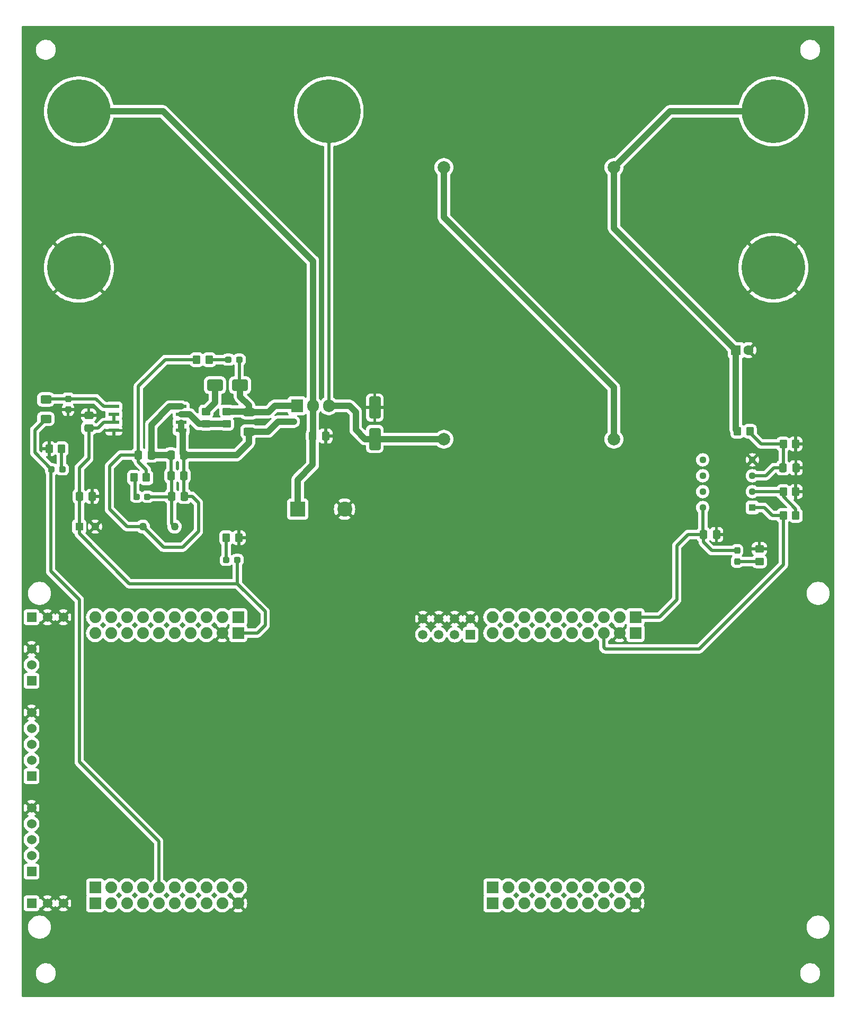
<source format=gbr>
%TF.GenerationSoftware,KiCad,Pcbnew,8.0.7*%
%TF.CreationDate,2025-03-02T22:18:17-05:00*%
%TF.ProjectId,Buck_Converter,4275636b-5f43-46f6-9e76-65727465722e,v0*%
%TF.SameCoordinates,Original*%
%TF.FileFunction,Copper,L1,Top*%
%TF.FilePolarity,Positive*%
%FSLAX46Y46*%
G04 Gerber Fmt 4.6, Leading zero omitted, Abs format (unit mm)*
G04 Created by KiCad (PCBNEW 8.0.7) date 2025-03-02 22:18:17*
%MOMM*%
%LPD*%
G01*
G04 APERTURE LIST*
G04 Aperture macros list*
%AMRoundRect*
0 Rectangle with rounded corners*
0 $1 Rounding radius*
0 $2 $3 $4 $5 $6 $7 $8 $9 X,Y pos of 4 corners*
0 Add a 4 corners polygon primitive as box body*
4,1,4,$2,$3,$4,$5,$6,$7,$8,$9,$2,$3,0*
0 Add four circle primitives for the rounded corners*
1,1,$1+$1,$2,$3*
1,1,$1+$1,$4,$5*
1,1,$1+$1,$6,$7*
1,1,$1+$1,$8,$9*
0 Add four rect primitives between the rounded corners*
20,1,$1+$1,$2,$3,$4,$5,0*
20,1,$1+$1,$4,$5,$6,$7,0*
20,1,$1+$1,$6,$7,$8,$9,0*
20,1,$1+$1,$8,$9,$2,$3,0*%
G04 Aperture macros list end*
%TA.AperFunction,SMDPad,CuDef*%
%ADD10RoundRect,0.237500X-0.287500X-0.237500X0.287500X-0.237500X0.287500X0.237500X-0.287500X0.237500X0*%
%TD*%
%TA.AperFunction,SMDPad,CuDef*%
%ADD11RoundRect,0.250000X-0.337500X-0.475000X0.337500X-0.475000X0.337500X0.475000X-0.337500X0.475000X0*%
%TD*%
%TA.AperFunction,SMDPad,CuDef*%
%ADD12RoundRect,0.250000X-1.000000X-0.650000X1.000000X-0.650000X1.000000X0.650000X-1.000000X0.650000X0*%
%TD*%
%TA.AperFunction,SMDPad,CuDef*%
%ADD13RoundRect,0.250000X0.475000X-0.337500X0.475000X0.337500X-0.475000X0.337500X-0.475000X-0.337500X0*%
%TD*%
%TA.AperFunction,SMDPad,CuDef*%
%ADD14RoundRect,0.250000X-0.350000X-0.450000X0.350000X-0.450000X0.350000X0.450000X-0.350000X0.450000X0*%
%TD*%
%TA.AperFunction,ComponentPad*%
%ADD15C,10.160000*%
%TD*%
%TA.AperFunction,SMDPad,CuDef*%
%ADD16RoundRect,0.250000X0.350000X0.450000X-0.350000X0.450000X-0.350000X-0.450000X0.350000X-0.450000X0*%
%TD*%
%TA.AperFunction,SMDPad,CuDef*%
%ADD17RoundRect,0.250000X0.625000X-0.400000X0.625000X0.400000X-0.625000X0.400000X-0.625000X-0.400000X0*%
%TD*%
%TA.AperFunction,ComponentPad*%
%ADD18R,1.600000X1.600000*%
%TD*%
%TA.AperFunction,ComponentPad*%
%ADD19C,1.600000*%
%TD*%
%TA.AperFunction,SMDPad,CuDef*%
%ADD20RoundRect,0.250000X0.450000X-0.350000X0.450000X0.350000X-0.450000X0.350000X-0.450000X-0.350000X0*%
%TD*%
%TA.AperFunction,ComponentPad*%
%ADD21C,2.000000*%
%TD*%
%TA.AperFunction,ComponentPad*%
%ADD22R,1.879600X1.879600*%
%TD*%
%TA.AperFunction,ComponentPad*%
%ADD23C,1.879600*%
%TD*%
%TA.AperFunction,ComponentPad*%
%ADD24R,1.524000X1.524000*%
%TD*%
%TA.AperFunction,ComponentPad*%
%ADD25C,1.524000*%
%TD*%
%TA.AperFunction,ComponentPad*%
%ADD26R,1.500000X1.500000*%
%TD*%
%TA.AperFunction,ComponentPad*%
%ADD27C,1.500000*%
%TD*%
%TA.AperFunction,SMDPad,CuDef*%
%ADD28RoundRect,0.237500X-0.237500X0.300000X-0.237500X-0.300000X0.237500X-0.300000X0.237500X0.300000X0*%
%TD*%
%TA.AperFunction,SMDPad,CuDef*%
%ADD29RoundRect,0.237500X0.287500X0.237500X-0.287500X0.237500X-0.287500X-0.237500X0.287500X-0.237500X0*%
%TD*%
%TA.AperFunction,SMDPad,CuDef*%
%ADD30RoundRect,0.250000X0.337500X0.475000X-0.337500X0.475000X-0.337500X-0.475000X0.337500X-0.475000X0*%
%TD*%
%TA.AperFunction,ComponentPad*%
%ADD31R,1.130000X1.130000*%
%TD*%
%TA.AperFunction,ComponentPad*%
%ADD32C,1.130000*%
%TD*%
%TA.AperFunction,ComponentPad*%
%ADD33R,1.905000X2.000000*%
%TD*%
%TA.AperFunction,ComponentPad*%
%ADD34O,1.905000X2.000000*%
%TD*%
%TA.AperFunction,SMDPad,CuDef*%
%ADD35RoundRect,0.250000X0.650000X-1.500000X0.650000X1.500000X-0.650000X1.500000X-0.650000X-1.500000X0*%
%TD*%
%TA.AperFunction,ComponentPad*%
%ADD36R,1.270000X1.270000*%
%TD*%
%TA.AperFunction,ComponentPad*%
%ADD37C,1.270000*%
%TD*%
%TA.AperFunction,SMDPad,CuDef*%
%ADD38RoundRect,0.237500X0.237500X-0.287500X0.237500X0.287500X-0.237500X0.287500X-0.237500X-0.287500X0*%
%TD*%
%TA.AperFunction,ComponentPad*%
%ADD39R,2.400000X2.400000*%
%TD*%
%TA.AperFunction,ComponentPad*%
%ADD40C,2.400000*%
%TD*%
%TA.AperFunction,SMDPad,CuDef*%
%ADD41R,1.701800X0.558800*%
%TD*%
%TA.AperFunction,ViaPad*%
%ADD42C,0.600000*%
%TD*%
%TA.AperFunction,Conductor*%
%ADD43C,0.500000*%
%TD*%
%TA.AperFunction,Conductor*%
%ADD44C,1.000000*%
%TD*%
%TA.AperFunction,Conductor*%
%ADD45C,0.200000*%
%TD*%
G04 APERTURE END LIST*
D10*
%TO.P,D3,1,K*%
%TO.N,Net-(D3-K)*%
X53989000Y-118110000D03*
%TO.P,D3,2,A*%
%TO.N,+5V*%
X55739000Y-118110000D03*
%TD*%
D11*
%TO.P,C11,1*%
%TO.N,/GD/ISO_12*%
X45152500Y-104648000D03*
%TO.P,C11,2*%
%TO.N,/VSW*%
X47227500Y-104648000D03*
%TD*%
D12*
%TO.P,D6,1,K*%
%TO.N,Net-(D6-K)*%
X52185200Y-90170000D03*
%TO.P,D6,2,A*%
%TO.N,/VG*%
X56185200Y-90170000D03*
%TD*%
D13*
%TO.P,C8,1*%
%TO.N,+5V*%
X32004000Y-97049500D03*
%TO.P,C8,2*%
%TO.N,GND*%
X32004000Y-94974500D03*
%TD*%
D14*
%TO.P,R5,1*%
%TO.N,Net-(D2-K)*%
X39220000Y-104942000D03*
%TO.P,R5,2*%
%TO.N,/VSW*%
X41220000Y-104942000D03*
%TD*%
D15*
%TO.P,J3,1,Pin_1*%
%TO.N,/VSW*%
X70358000Y-46412000D03*
%TD*%
D16*
%TO.P,R13,1*%
%TO.N,Net-(D7-K)*%
X51257200Y-86106000D03*
%TO.P,R13,2*%
%TO.N,/VSW*%
X49257200Y-86106000D03*
%TD*%
D17*
%TO.P,R12,1*%
%TO.N,/VSW*%
X57607200Y-97588000D03*
%TO.P,R12,2*%
%TO.N,/VG*%
X57607200Y-94488000D03*
%TD*%
D18*
%TO.P,C5,1*%
%TO.N,/VOUT*%
X135442888Y-84582000D03*
D19*
%TO.P,C5,2*%
%TO.N,GND*%
X137442888Y-84582000D03*
%TD*%
D20*
%TO.P,R10,1*%
%TO.N,/GD/GD_PWM*%
X54051200Y-96370000D03*
%TO.P,R10,2*%
%TO.N,/VG*%
X54051200Y-94370000D03*
%TD*%
D10*
%TO.P,D2,1,K*%
%TO.N,Net-(D2-K)*%
X39637500Y-107998000D03*
%TO.P,D2,2,A*%
%TO.N,/GD/ISO_12*%
X41387500Y-107998000D03*
%TD*%
D21*
%TO.P,L1,1,1*%
%TO.N,/VSW*%
X88772000Y-98806000D03*
%TO.P,L1,2,2*%
%TO.N,Net-(L1-Pad2)*%
X115952000Y-98806000D03*
%TD*%
D16*
%TO.P,R4,1*%
%TO.N,Net-(U1A-+)*%
X137668000Y-97536000D03*
%TO.P,R4,2*%
%TO.N,/VOUT*%
X135668000Y-97536000D03*
%TD*%
D10*
%TO.P,D7,1,K*%
%TO.N,Net-(D7-K)*%
X54305200Y-86106000D03*
%TO.P,D7,2,A*%
%TO.N,/VG*%
X56055200Y-86106000D03*
%TD*%
D20*
%TO.P,R11,1*%
%TO.N,/GD/GD_PWM*%
X50749200Y-96370000D03*
%TO.P,R11,2*%
%TO.N,Net-(D6-K)*%
X50749200Y-94370000D03*
%TD*%
D22*
%TO.P,U2,J1_1,3.3V_J1*%
%TO.N,+3.3V*%
X119380000Y-127254000D03*
D23*
%TO.P,U2,J1_2,GPIO32*%
%TO.N,unconnected-(U2A-GPIO32-PadJ1_2)*%
X116840000Y-127254000D03*
%TO.P,U2,J1_3,GPIO19/SCIRXDB*%
%TO.N,unconnected-(U2A-GPIO19{slash}SCIRXDB-PadJ1_3)*%
X114300000Y-127254000D03*
%TO.P,U2,J1_4,GPIO18/SCITXDB*%
%TO.N,unconnected-(U2A-GPIO18{slash}SCITXDB-PadJ1_4)*%
X111760000Y-127254000D03*
%TO.P,U2,J1_5,GPIO67*%
%TO.N,unconnected-(U2A-GPIO67-PadJ1_5)*%
X109220000Y-127254000D03*
%TO.P,U2,J1_6,GPIO111*%
%TO.N,unconnected-(U2A-GPIO111-PadJ1_6)*%
X106680000Y-127254000D03*
%TO.P,U2,J1_7,GPIO60/SPICLKA*%
%TO.N,unconnected-(U2A-GPIO60{slash}SPICLKA-PadJ1_7)*%
X104140000Y-127254000D03*
%TO.P,U2,J1_8,GPIO22*%
%TO.N,unconnected-(U2A-GPIO22-PadJ1_8)*%
X101600000Y-127254000D03*
%TO.P,U2,J1_9,GPIO105/I2CSCLA*%
%TO.N,unconnected-(U2A-GPIO105{slash}I2CSCLA-PadJ1_9)*%
X99060000Y-127254000D03*
%TO.P,U2,J1_10,GPIO104/I2CSDAA*%
%TO.N,unconnected-(U2A-GPIO104{slash}I2CSDAA-PadJ1_10)*%
X96520000Y-127254000D03*
D22*
%TO.P,U2,J2_1,GPIO29/OPXBAR6*%
%TO.N,unconnected-(U2B-GPIO29{slash}OPXBAR6-PadJ2_1)*%
X96520000Y-172974000D03*
D23*
%TO.P,U2,J2_2,GPIO125/SD1CLK2*%
%TO.N,unconnected-(U2B-GPIO125{slash}SD1CLK2-PadJ2_2)*%
X99060000Y-172974000D03*
%TO.P,U2,J2_3,GPIO124/SD1D2*%
%TO.N,unconnected-(U2B-GPIO124{slash}SD1D2-PadJ2_3)*%
X101600000Y-172974000D03*
%TO.P,U2,J2_4,GPIO59/SPIAMISO*%
%TO.N,unconnected-(U2B-GPIO59{slash}SPIAMISO-PadJ2_4)*%
X104140000Y-172974000D03*
%TO.P,U2,J2_5,GPIO58/SPIAMOSI*%
%TO.N,unconnected-(U2B-GPIO58{slash}SPIAMOSI-PadJ2_5)*%
X106680000Y-172974000D03*
%TO.P,U2,J2_6,~{RESET_J2}*%
%TO.N,unconnected-(U2B-~{RESET_J2}-PadJ2_6)*%
X109220000Y-172974000D03*
%TO.P,U2,J2_7,GPIO122/SD1D1*%
%TO.N,unconnected-(U2B-GPIO122{slash}SD1D1-PadJ2_7)*%
X111760000Y-172974000D03*
%TO.P,U2,J2_8,GPIO123/SD1CLK1*%
%TO.N,unconnected-(U2B-GPIO123{slash}SD1CLK1-PadJ2_8)*%
X114300000Y-172974000D03*
%TO.P,U2,J2_9,GPIO61/SPIACS*%
%TO.N,unconnected-(U2B-GPIO61{slash}SPIACS-PadJ2_9)*%
X116840000Y-172974000D03*
%TO.P,U2,J2_10,GND_J2*%
%TO.N,GND*%
X119380000Y-172974000D03*
D22*
%TO.P,U2,J3_1,+5V_J3*%
%TO.N,unconnected-(U2C-+5V_J3-PadJ3_1)*%
X119380000Y-129794000D03*
D23*
%TO.P,U2,J3_2,GND_J3*%
%TO.N,GND*%
X116840000Y-129794000D03*
%TO.P,U2,J3_3,ADCIN14/ANALOGIN*%
%TO.N,/VFILT*%
X114300000Y-129794000D03*
%TO.P,U2,J3_4,ADCINC3/ANALOGIN*%
%TO.N,unconnected-(U2C-ADCINC3{slash}ANALOGIN-PadJ3_4)*%
X111760000Y-129794000D03*
%TO.P,U2,J3_5,ADCINB3/ANALOGIN*%
%TO.N,unconnected-(U2C-ADCINB3{slash}ANALOGIN-PadJ3_5)*%
X109220000Y-129794000D03*
%TO.P,U2,J3_6,ADCINA3/ANALOGIN*%
%TO.N,unconnected-(U2C-ADCINA3{slash}ANALOGIN-PadJ3_6)*%
X106680000Y-129794000D03*
%TO.P,U2,J3_7,ADCINC2/ANALOGIN*%
%TO.N,unconnected-(U2C-ADCINC2{slash}ANALOGIN-PadJ3_7)*%
X104140000Y-129794000D03*
%TO.P,U2,J3_8,ADCINB2/ANALOGIN*%
%TO.N,unconnected-(U2C-ADCINB2{slash}ANALOGIN-PadJ3_8)*%
X101600000Y-129794000D03*
%TO.P,U2,J3_9,ADCINA2/ANALOGIN*%
%TO.N,unconnected-(U2C-ADCINA2{slash}ANALOGIN-PadJ3_9)*%
X99060000Y-129794000D03*
%TO.P,U2,J3_10,ADCINA0/ANALOGIN(DACA)*%
%TO.N,unconnected-(U2C-ADCINA0{slash}ANALOGIN(DACA)-PadJ3_10)*%
X96520000Y-129794000D03*
D22*
%TO.P,U2,J4_1,PWM/BASED/DAC2*%
%TO.N,unconnected-(U2D-PWM{slash}BASED{slash}DAC2-PadJ4_1)*%
X96520000Y-170434000D03*
D23*
%TO.P,U2,J4_2,PWM/BASED/DAC1*%
%TO.N,unconnected-(U2D-PWM{slash}BASED{slash}DAC1-PadJ4_2)*%
X99060000Y-170434000D03*
%TO.P,U2,J4_3,GPIO16/OPXBAR7*%
%TO.N,unconnected-(U2D-GPIO16{slash}OPXBAR7-PadJ4_3)*%
X101600000Y-170434000D03*
%TO.P,U2,J4_4,GPIO24/OPXBAR1*%
%TO.N,unconnected-(U2D-GPIO24{slash}OPXBAR1-PadJ4_4)*%
X104140000Y-170434000D03*
%TO.P,U2,J4_5,GPIO5/PWMOUT3B*%
%TO.N,unconnected-(U2D-GPIO5{slash}PWMOUT3B-PadJ4_5)*%
X106680000Y-170434000D03*
%TO.P,U2,J4_6,GPIO4/PWMOUT3A*%
%TO.N,unconnected-(U2D-GPIO4{slash}PWMOUT3A-PadJ4_6)*%
X109220000Y-170434000D03*
%TO.P,U2,J4_7,GPIO3/PWMOUT2B*%
%TO.N,unconnected-(U2D-GPIO3{slash}PWMOUT2B-PadJ4_7)*%
X111760000Y-170434000D03*
%TO.P,U2,J4_8,GPIO2//PWMOUT2A*%
%TO.N,unconnected-(U2D-GPIO2{slash}{slash}PWMOUT2A-PadJ4_8)*%
X114300000Y-170434000D03*
%TO.P,U2,J4_9,GPIO1/PWMOUT1B*%
%TO.N,unconnected-(U2D-GPIO1{slash}PWMOUT1B-PadJ4_9)*%
X116840000Y-170434000D03*
%TO.P,U2,J4_10,GPIO0/PWMOUT1A*%
%TO.N,unconnected-(U2D-GPIO0{slash}PWMOUT1A-PadJ4_10)*%
X119380000Y-170434000D03*
D22*
%TO.P,U2,J5_1,3.3V_J5*%
%TO.N,unconnected-(U2E-3.3V_J5-PadJ5_1)*%
X55880000Y-127254000D03*
D23*
%TO.P,U2,J5_2,GPIO95*%
%TO.N,unconnected-(U2E-GPIO95-PadJ5_2)*%
X53340000Y-127254000D03*
%TO.P,U2,J5_3,GPIO139/SCICRX*%
%TO.N,unconnected-(U2E-GPIO139{slash}SCICRX-PadJ5_3)*%
X50800000Y-127254000D03*
%TO.P,U2,J5_4,GPIO56/SCICIX*%
%TO.N,unconnected-(U2E-GPIO56{slash}SCICIX-PadJ5_4)*%
X48260000Y-127254000D03*
%TO.P,U2,J5_5,GPIO97*%
%TO.N,unconnected-(U2E-GPIO97-PadJ5_5)*%
X45720000Y-127254000D03*
%TO.P,U2,J5_6,GPIO94*%
%TO.N,unconnected-(U2E-GPIO94-PadJ5_6)*%
X43180000Y-127254000D03*
%TO.P,U2,J5_7,GPIO65/SPIBCLK*%
%TO.N,unconnected-(U2E-GPIO65{slash}SPIBCLK-PadJ5_7)*%
X40640000Y-127254000D03*
%TO.P,U2,J5_8,GPIO52*%
%TO.N,unconnected-(U2E-GPIO52-PadJ5_8)*%
X38100000Y-127254000D03*
%TO.P,U2,J5_9,GPIO41/I2CSCLB/J5*%
%TO.N,unconnected-(U2E-GPIO41{slash}I2CSCLB{slash}J5-PadJ5_9)*%
X35560000Y-127254000D03*
%TO.P,U2,J5_10,GPIO40/I2CSDAB/J5*%
%TO.N,unconnected-(U2E-GPIO40{slash}I2CSDAB{slash}J5-PadJ5_10)*%
X33020000Y-127254000D03*
D22*
%TO.P,U2,J6_1,GPIO25/OPXBAR2*%
%TO.N,unconnected-(U2F-GPIO25{slash}OPXBAR2-PadJ6_1)*%
X33020000Y-172974000D03*
D23*
%TO.P,U2,J6_2,GPIO27/SD2CLK2*%
%TO.N,unconnected-(U2F-GPIO27{slash}SD2CLK2-PadJ6_2)*%
X35560000Y-172974000D03*
%TO.P,U2,J6_3,GPIO26/SD2D2*%
%TO.N,unconnected-(U2F-GPIO26{slash}SD2D2-PadJ6_3)*%
X38100000Y-172974000D03*
%TO.P,U2,J6_4,GPIO64/SPIBMISO*%
%TO.N,unconnected-(U2F-GPIO64{slash}SPIBMISO-PadJ6_4)*%
X40640000Y-172974000D03*
%TO.P,U2,J6_5,GPIO63/SPIBMOSI*%
%TO.N,unconnected-(U2F-GPIO63{slash}SPIBMOSI-PadJ6_5)*%
X43180000Y-172974000D03*
%TO.P,U2,J6_6,~{RESET_J6}*%
%TO.N,unconnected-(U2F-~{RESET_J6}-PadJ6_6)*%
X45720000Y-172974000D03*
%TO.P,U2,J6_7,GPIO130/SD2D1*%
%TO.N,unconnected-(U2F-GPIO130{slash}SD2D1-PadJ6_7)*%
X48260000Y-172974000D03*
%TO.P,U2,J6_8,GPIO131/SD2CLK1*%
%TO.N,unconnected-(U2F-GPIO131{slash}SD2CLK1-PadJ6_8)*%
X50800000Y-172974000D03*
%TO.P,U2,J6_9,GPIO66/SPIBCS*%
%TO.N,unconnected-(U2F-GPIO66{slash}SPIBCS-PadJ6_9)*%
X53340000Y-172974000D03*
%TO.P,U2,J6_10,GND_J6*%
%TO.N,GND*%
X55880000Y-172974000D03*
D22*
%TO.P,U2,J7_1,+5V_J7*%
%TO.N,+5V*%
X55880000Y-129794000D03*
D23*
%TO.P,U2,J7_2,GND_J7*%
%TO.N,GND*%
X53340000Y-129794000D03*
%TO.P,U2,J7_3,ADCIN15/ANALOGIN*%
%TO.N,unconnected-(U2G-ADCIN15{slash}ANALOGIN-PadJ7_3)*%
X50800000Y-129794000D03*
%TO.P,U2,J7_4,ADCINC5/ANALOGIN*%
%TO.N,unconnected-(U2G-ADCINC5{slash}ANALOGIN-PadJ7_4)*%
X48260000Y-129794000D03*
%TO.P,U2,J7_5,ADCINB5/ANALOGIN*%
%TO.N,unconnected-(U2G-ADCINB5{slash}ANALOGIN-PadJ7_5)*%
X45720000Y-129794000D03*
%TO.P,U2,J7_6,ADCINA5/ANALOGIN*%
%TO.N,unconnected-(U2G-ADCINA5{slash}ANALOGIN-PadJ7_6)*%
X43180000Y-129794000D03*
%TO.P,U2,J7_7,ADCINC4/ANALOGIN*%
%TO.N,unconnected-(U2G-ADCINC4{slash}ANALOGIN-PadJ7_7)*%
X40640000Y-129794000D03*
%TO.P,U2,J7_8,ADCINB4/ANALOGIN*%
%TO.N,unconnected-(U2G-ADCINB4{slash}ANALOGIN-PadJ7_8)*%
X38100000Y-129794000D03*
%TO.P,U2,J7_9,ADCINA4/ANALOGIN*%
%TO.N,unconnected-(U2G-ADCINA4{slash}ANALOGIN-PadJ7_9)*%
X35560000Y-129794000D03*
%TO.P,U2,J7_10,ADCINA1/ANALOGIN(DACB)*%
%TO.N,unconnected-(U2G-ADCINA1{slash}ANALOGIN(DACB)-PadJ7_10)*%
X33020000Y-129794000D03*
D22*
%TO.P,U2,J8_1,PWM/BASED/DAC4*%
%TO.N,unconnected-(U2H-PWM{slash}BASED{slash}DAC4-PadJ8_1)*%
X33020000Y-170434000D03*
D23*
%TO.P,U2,J8_2,PWM/BASED/DAC3*%
%TO.N,unconnected-(U2H-PWM{slash}BASED{slash}DAC3-PadJ8_2)*%
X35560000Y-170434000D03*
%TO.P,U2,J8_3,GPIO15/OPXBAR4*%
%TO.N,unconnected-(U2H-GPIO15{slash}OPXBAR4-PadJ8_3)*%
X38100000Y-170434000D03*
%TO.P,U2,J8_4,GPIO14/OPXBAR3*%
%TO.N,unconnected-(U2H-GPIO14{slash}OPXBAR3-PadJ8_4)*%
X40640000Y-170434000D03*
%TO.P,U2,J8_5,GPIO11/PWMOUT6B*%
%TO.N,/PWM*%
X43180000Y-170434000D03*
%TO.P,U2,J8_6,GPIO10/PWMOUT6A*%
%TO.N,unconnected-(U2H-GPIO10{slash}PWMOUT6A-PadJ8_6)*%
X45720000Y-170434000D03*
%TO.P,U2,J8_7,GPIO9/PWMOUT5B*%
%TO.N,unconnected-(U2H-GPIO9{slash}PWMOUT5B-PadJ8_7)*%
X48260000Y-170434000D03*
%TO.P,U2,J8_8,GPIO8/PWMOUT5A*%
%TO.N,unconnected-(U2H-GPIO8{slash}PWMOUT5A-PadJ8_8)*%
X50800000Y-170434000D03*
%TO.P,U2,J8_9,GPIO7/PWMOUT4B*%
%TO.N,unconnected-(U2H-GPIO7{slash}PWMOUT4B-PadJ8_9)*%
X53340000Y-170434000D03*
%TO.P,U2,J8_10,GPIO6/PWMOUT4A*%
%TO.N,unconnected-(U2H-GPIO6{slash}PWMOUT4A-PadJ8_10)*%
X55880000Y-170434000D03*
D24*
%TO.P,U2,J10_1,+3V_J10*%
%TO.N,unconnected-(U2I-+3V_J10-PadJ10_1)*%
X22860000Y-172974000D03*
D25*
%TO.P,U2,J10_2,GND_J10*%
%TO.N,GND*%
X25400000Y-172974000D03*
%TO.P,U2,J10_3,GND_J10__1*%
X27940000Y-172974000D03*
D24*
%TO.P,U2,J12_1,CANH*%
%TO.N,unconnected-(U2J-CANH-PadJ12_1)*%
X22860000Y-137414000D03*
D25*
%TO.P,U2,J12_2,CANL*%
%TO.N,unconnected-(U2J-CANL-PadJ12_2)*%
X22860000Y-134874000D03*
%TO.P,U2,J12_3,GND_J12*%
%TO.N,GND*%
X22860000Y-132334000D03*
D24*
%TO.P,U2,J14_1,EQEP1A*%
%TO.N,unconnected-(U2K-EQEP1A-PadJ14_1)*%
X22860000Y-167894000D03*
D25*
%TO.P,U2,J14_2,EQEP1B*%
%TO.N,unconnected-(U2K-EQEP1B-PadJ14_2)*%
X22860000Y-165354000D03*
%TO.P,U2,J14_3,EQEP1I*%
%TO.N,unconnected-(U2K-EQEP1I-PadJ14_3)*%
X22860000Y-162814000D03*
%TO.P,U2,J14_4,+5V_J14*%
%TO.N,unconnected-(U2K-+5V_J14-PadJ14_4)*%
X22860000Y-160274000D03*
%TO.P,U2,J14_5,GND_J14*%
%TO.N,GND*%
X22860000Y-157734000D03*
D24*
%TO.P,U2,J15_1,EQEP2A*%
%TO.N,unconnected-(U2L-EQEP2A-PadJ15_1)*%
X22860000Y-152654000D03*
D25*
%TO.P,U2,J15_2,EQEP2B*%
%TO.N,unconnected-(U2L-EQEP2B-PadJ15_2)*%
X22860000Y-150114000D03*
%TO.P,U2,J15_3,EQEP2I*%
%TO.N,unconnected-(U2L-EQEP2I-PadJ15_3)*%
X22860000Y-147574000D03*
%TO.P,U2,J15_4,+5V_J15*%
%TO.N,unconnected-(U2L-+5V_J15-PadJ15_4)*%
X22860000Y-145034000D03*
%TO.P,U2,J15_5,GND_J15*%
%TO.N,GND*%
X22860000Y-142494000D03*
D24*
%TO.P,U2,J16_1,+5V_J16*%
%TO.N,unconnected-(U2N-+5V_J16-PadJ16_1)*%
X22860000Y-127254000D03*
D25*
%TO.P,U2,J16_2,GND_J16*%
%TO.N,GND*%
X25400000Y-127254000D03*
%TO.P,U2,J16_3,GND_J16__1*%
X27940000Y-127254000D03*
D26*
%TO.P,U2,J21_1,ADCIND0*%
%TO.N,unconnected-(U2M-ADCIND0-PadJ21_1)*%
X93036000Y-130028000D03*
D27*
%TO.P,U2,J21_2,TP21/GND*%
%TO.N,GND*%
X93036000Y-127488000D03*
%TO.P,U2,J21_3,ADCIND1*%
%TO.N,unconnected-(U2M-ADCIND1-PadJ21_3)*%
X90496000Y-130028000D03*
%TO.P,U2,J21_4,TP22/GND*%
%TO.N,GND*%
X90496000Y-127488000D03*
%TO.P,U2,J21_5,ADCIND2*%
%TO.N,unconnected-(U2M-ADCIND2-PadJ21_5)*%
X87956000Y-130028000D03*
%TO.P,U2,J21_6,TP23/GND*%
%TO.N,GND*%
X87956000Y-127488000D03*
%TO.P,U2,J21_7,ADCIND3*%
%TO.N,unconnected-(U2M-ADCIND3-PadJ21_7)*%
X85416000Y-130028000D03*
%TO.P,U2,J21_8,TP24/GND*%
%TO.N,GND*%
X85416000Y-127488000D03*
%TD*%
D28*
%TO.P,C9,1*%
%TO.N,/GD/PWM_FILT*%
X28702000Y-92355500D03*
%TO.P,C9,2*%
%TO.N,GND*%
X28702000Y-94080500D03*
%TD*%
D21*
%TO.P,L2,1,1*%
%TO.N,Net-(L1-Pad2)*%
X88772000Y-55372000D03*
%TO.P,L2,2,2*%
%TO.N,/VOUT*%
X115952000Y-55372000D03*
%TD*%
D11*
%TO.P,C10,1*%
%TO.N,/GD/ISO_12*%
X45132500Y-101346000D03*
%TO.P,C10,2*%
%TO.N,/VSW*%
X47207500Y-101346000D03*
%TD*%
D29*
%TO.P,D5,1,K*%
%TO.N,Net-(D5-K)*%
X27783000Y-103632000D03*
%TO.P,D5,2,A*%
%TO.N,/PWM*%
X26033000Y-103632000D03*
%TD*%
D16*
%TO.P,R2,1*%
%TO.N,Net-(U1A--)*%
X145018000Y-110998000D03*
%TO.P,R2,2*%
%TO.N,/VFILT*%
X143018000Y-110998000D03*
%TD*%
D30*
%TO.P,C7,1*%
%TO.N,/GD/ISO_12*%
X42001500Y-101346000D03*
%TO.P,C7,2*%
%TO.N,/VSW*%
X39926500Y-101346000D03*
%TD*%
D11*
%TO.P,C4,1*%
%TO.N,/PowerStage/VIN*%
X67796500Y-98298000D03*
%TO.P,C4,2*%
%TO.N,GND*%
X69871500Y-98298000D03*
%TD*%
D16*
%TO.P,R1,1*%
%TO.N,GND*%
X145018000Y-107188000D03*
%TO.P,R1,2*%
%TO.N,Net-(U1A--)*%
X143018000Y-107188000D03*
%TD*%
D31*
%TO.P,U1,1*%
%TO.N,/VFILT*%
X138082000Y-109728000D03*
D32*
%TO.P,U1,2,-*%
%TO.N,Net-(U1A--)*%
X138082000Y-107188000D03*
%TO.P,U1,3,+*%
%TO.N,Net-(U1A-+)*%
X138082000Y-104648000D03*
%TO.P,U1,4,V-*%
%TO.N,GND*%
X138082000Y-102108000D03*
%TO.P,U1,5,+*%
%TO.N,unconnected-(U1B-+-Pad5)*%
X130142000Y-102108000D03*
%TO.P,U1,6,-*%
%TO.N,unconnected-(U1B---Pad6)*%
X130142000Y-104648000D03*
%TO.P,U1,7*%
%TO.N,unconnected-(U1-Pad7)*%
X130142000Y-107188000D03*
%TO.P,U1,8,V+*%
%TO.N,+3.3V*%
X130142000Y-109728000D03*
%TD*%
D11*
%TO.P,C12,1*%
%TO.N,/GD/ISO_12*%
X45239000Y-107950000D03*
%TO.P,C12,2*%
%TO.N,/VSW*%
X47314000Y-107950000D03*
%TD*%
D33*
%TO.P,Q1,1,G*%
%TO.N,/VG*%
X65278000Y-93472000D03*
D34*
%TO.P,Q1,2,D*%
%TO.N,/PowerStage/VIN*%
X67818000Y-93472000D03*
%TO.P,Q1,3,S*%
%TO.N,/VSW*%
X70358000Y-93472000D03*
%TD*%
D16*
%TO.P,R3,1*%
%TO.N,GND*%
X145002000Y-99568000D03*
%TO.P,R3,2*%
%TO.N,Net-(U1A-+)*%
X143002000Y-99568000D03*
%TD*%
D17*
%TO.P,R9,1*%
%TO.N,/PWM*%
X25146000Y-95556000D03*
%TO.P,R9,2*%
%TO.N,/GD/PWM_FILT*%
X25146000Y-92456000D03*
%TD*%
D20*
%TO.P,R7,1*%
%TO.N,Net-(D4-K)*%
X139192000Y-118332000D03*
%TO.P,R7,2*%
%TO.N,GND*%
X139192000Y-116332000D03*
%TD*%
D35*
%TO.P,D1,1,K*%
%TO.N,/VSW*%
X77724000Y-98766000D03*
%TO.P,D1,2,A*%
%TO.N,GND*%
X77724000Y-93766000D03*
%TD*%
D36*
%TO.P,U4,1,+VIN(VCC)*%
%TO.N,+5V*%
X30480000Y-112776000D03*
D37*
%TO.P,U4,2,-VIN(GGND)*%
%TO.N,GND*%
X33020000Y-112776000D03*
%TO.P,U4,5,-VOUT*%
%TO.N,/VSW*%
X40640000Y-112776000D03*
%TO.P,U4,7,+VOUT*%
%TO.N,/GD/ISO_12*%
X45720000Y-112776000D03*
%TD*%
D15*
%TO.P,J4,1,Pin_1*%
%TO.N,/VOUT*%
X141428000Y-46412000D03*
%TD*%
%TO.P,J1,1,Pin_1*%
%TO.N,/PowerStage/VIN*%
X30428000Y-46412000D03*
%TD*%
D11*
%TO.P,C6,1*%
%TO.N,+5V*%
X30507000Y-107950000D03*
%TO.P,C6,2*%
%TO.N,GND*%
X32582000Y-107950000D03*
%TD*%
D15*
%TO.P,J5,1,Pin_1*%
%TO.N,GND*%
X30428000Y-71412000D03*
%TD*%
D16*
%TO.P,R8,1*%
%TO.N,Net-(D5-K)*%
X27670000Y-100330000D03*
%TO.P,R8,2*%
%TO.N,GND*%
X25670000Y-100330000D03*
%TD*%
D38*
%TO.P,D4,1,K*%
%TO.N,Net-(D4-K)*%
X135636000Y-118345000D03*
%TO.P,D4,2,A*%
%TO.N,+3.3V*%
X135636000Y-116595000D03*
%TD*%
D39*
%TO.P,C3,1*%
%TO.N,/PowerStage/VIN*%
X65398000Y-109982000D03*
D40*
%TO.P,C3,2*%
%TO.N,GND*%
X72898000Y-109982000D03*
%TD*%
D14*
%TO.P,R6,1*%
%TO.N,Net-(D3-K)*%
X53977000Y-114554000D03*
%TO.P,R6,2*%
%TO.N,GND*%
X55977000Y-114554000D03*
%TD*%
D15*
%TO.P,J2,1,Pin_1*%
%TO.N,GND*%
X141428000Y-71412000D03*
%TD*%
D11*
%TO.P,C1,1*%
%TO.N,Net-(U1A-+)*%
X142959000Y-103378000D03*
%TO.P,C1,2*%
%TO.N,GND*%
X145034000Y-103378000D03*
%TD*%
%TO.P,C2,1*%
%TO.N,+3.3V*%
X130259000Y-114046000D03*
%TO.P,C2,2*%
%TO.N,GND*%
X132334000Y-114046000D03*
%TD*%
D41*
%TO.P,U3,1,IN*%
%TO.N,/GD/PWM_FILT*%
X36017200Y-93599000D03*
%TO.P,U3,2,VCCI*%
%TO.N,+5V*%
X36017200Y-94869000D03*
%TO.P,U3,3,VCCI*%
X36017200Y-96139000D03*
%TO.P,U3,4,GND*%
%TO.N,GND*%
X36017200Y-97409000D03*
%TO.P,U3,5,VSS*%
%TO.N,/VSW*%
X46786800Y-97409000D03*
%TO.P,U3,6,VSS*%
X46786800Y-96139000D03*
%TO.P,U3,7,OUT*%
%TO.N,/GD/GD_PWM*%
X46786800Y-94869000D03*
%TO.P,U3,8,VDD*%
%TO.N,/GD/ISO_12*%
X46786800Y-93599000D03*
%TD*%
D42*
%TO.N,/VSW*%
X64770000Y-96012000D03*
%TO.N,GND*%
X29280000Y-117452000D03*
X27686000Y-107188000D03*
X27432000Y-115316000D03*
X34036000Y-100790000D03*
%TD*%
D43*
%TO.N,/PWM*%
X43180000Y-170434000D02*
X43180000Y-163068000D01*
X30480000Y-124460000D02*
X25908000Y-119888000D01*
X43180000Y-163068000D02*
X30480000Y-150368000D01*
X30480000Y-150368000D02*
X30480000Y-124460000D01*
X25908000Y-103757000D02*
X26033000Y-103632000D01*
X25908000Y-119888000D02*
X25908000Y-103757000D01*
D44*
%TO.N,/GD/GD_PWM*%
X46786800Y-94869000D02*
X48133000Y-94869000D01*
X48133000Y-94869000D02*
X49634000Y-96370000D01*
X49634000Y-96370000D02*
X50749200Y-96370000D01*
%TO.N,/VSW*%
X64770000Y-96012000D02*
X62230000Y-96012000D01*
X62230000Y-96012000D02*
X60654000Y-97588000D01*
X60654000Y-97588000D02*
X57607200Y-97588000D01*
X77724000Y-98766000D02*
X76160000Y-98766000D01*
X76160000Y-98766000D02*
X74676000Y-97282000D01*
X74676000Y-94488000D02*
X73660000Y-93472000D01*
X74676000Y-97282000D02*
X74676000Y-94488000D01*
X73660000Y-93472000D02*
X70358000Y-93472000D01*
X88772000Y-98806000D02*
X77764000Y-98806000D01*
X77764000Y-98806000D02*
X77724000Y-98766000D01*
D43*
X70358000Y-46412000D02*
X70358000Y-93472000D01*
D44*
%TO.N,/PowerStage/VIN*%
X67818000Y-93472000D02*
X67818000Y-70358000D01*
X67818000Y-70358000D02*
X43872000Y-46412000D01*
X43872000Y-46412000D02*
X30428000Y-46412000D01*
X67796500Y-98298000D02*
X67796500Y-102891500D01*
X65398000Y-105290000D02*
X65398000Y-109982000D01*
X67796500Y-102891500D02*
X65398000Y-105290000D01*
X67818000Y-93472000D02*
X67818000Y-98276500D01*
X67818000Y-98276500D02*
X67796500Y-98298000D01*
%TO.N,/VG*%
X57607200Y-94488000D02*
X60706000Y-94488000D01*
X60706000Y-94488000D02*
X61722000Y-93472000D01*
X61722000Y-93472000D02*
X65278000Y-93472000D01*
D43*
%TO.N,/VSW*%
X47314000Y-107950000D02*
X48514000Y-107950000D01*
X48514000Y-107950000D02*
X49530000Y-108966000D01*
X49530000Y-113538000D02*
X46990000Y-116078000D01*
X43942000Y-116078000D02*
X40640000Y-112776000D01*
X49530000Y-108966000D02*
X49530000Y-113538000D01*
X46990000Y-116078000D02*
X43942000Y-116078000D01*
X39926500Y-101346000D02*
X37084000Y-101346000D01*
X35306000Y-103124000D02*
X35306000Y-109982000D01*
X35306000Y-109982000D02*
X38100000Y-112776000D01*
X37084000Y-101346000D02*
X35306000Y-103124000D01*
X38100000Y-112776000D02*
X40640000Y-112776000D01*
%TO.N,/VG*%
X56055200Y-86106000D02*
X56055200Y-90040000D01*
X56055200Y-90040000D02*
X56185200Y-90170000D01*
%TO.N,Net-(D7-K)*%
X51257200Y-86106000D02*
X54305200Y-86106000D01*
D44*
%TO.N,Net-(D6-K)*%
X50749200Y-94370000D02*
X52185200Y-92934000D01*
X52185200Y-92934000D02*
X52185200Y-90170000D01*
%TO.N,/VG*%
X57607200Y-94488000D02*
X57607200Y-93421200D01*
X57607200Y-93421200D02*
X56185200Y-91999200D01*
X56185200Y-91999200D02*
X56185200Y-90170000D01*
%TO.N,/VSW*%
X57607200Y-97588000D02*
X57607200Y-99364800D01*
X57607200Y-99364800D02*
X55626000Y-101346000D01*
X55626000Y-101346000D02*
X47207500Y-101346000D01*
%TO.N,/VG*%
X54051200Y-94370000D02*
X57489200Y-94370000D01*
X57489200Y-94370000D02*
X57607200Y-94488000D01*
%TO.N,/GD/GD_PWM*%
X50749200Y-96370000D02*
X54051200Y-96370000D01*
%TO.N,/VSW*%
X47207500Y-101346000D02*
X46990000Y-101128500D01*
X46990000Y-101128500D02*
X46990000Y-97612200D01*
X46990000Y-97612200D02*
X46786800Y-97409000D01*
%TO.N,/GD/ISO_12*%
X42001500Y-101346000D02*
X45132500Y-101346000D01*
D43*
%TO.N,/VSW*%
X39926500Y-101346000D02*
X39926500Y-90375500D01*
X39926500Y-90375500D02*
X44196000Y-86106000D01*
X44196000Y-86106000D02*
X49257200Y-86106000D01*
%TO.N,/PWM*%
X25146000Y-95556000D02*
X23368000Y-97334000D01*
X23368000Y-97334000D02*
X23368000Y-100967000D01*
X23368000Y-100967000D02*
X26033000Y-103632000D01*
%TO.N,Net-(D5-K)*%
X27670000Y-100330000D02*
X27670000Y-103519000D01*
X27670000Y-103519000D02*
X27783000Y-103632000D01*
%TO.N,/GD/PWM_FILT*%
X28702000Y-92355500D02*
X25246500Y-92355500D01*
X25246500Y-92355500D02*
X25146000Y-92456000D01*
X28702000Y-92355500D02*
X33173500Y-92355500D01*
X34417000Y-93599000D02*
X36017200Y-93599000D01*
X33173500Y-92355500D02*
X34417000Y-93599000D01*
%TO.N,+5V*%
X36017200Y-96139000D02*
X36017200Y-94869000D01*
X32004000Y-97049500D02*
X33506500Y-97049500D01*
X33506500Y-97049500D02*
X34417000Y-96139000D01*
X34417000Y-96139000D02*
X36017200Y-96139000D01*
X32004000Y-97049500D02*
X32004000Y-101854000D01*
X32004000Y-101854000D02*
X30507000Y-103351000D01*
X30507000Y-103351000D02*
X30507000Y-107950000D01*
X30507000Y-107950000D02*
X30507000Y-112749000D01*
X30507000Y-112749000D02*
X30480000Y-112776000D01*
%TO.N,/VSW*%
X39926500Y-101346000D02*
X39926500Y-102410500D01*
X39926500Y-102410500D02*
X41220000Y-103704000D01*
X41220000Y-103704000D02*
X41220000Y-104942000D01*
%TO.N,Net-(D2-K)*%
X39637500Y-107998000D02*
X39370000Y-107730500D01*
X39370000Y-105092000D02*
X39220000Y-104942000D01*
X39370000Y-107730500D02*
X39370000Y-105092000D01*
%TO.N,/GD/ISO_12*%
X41387500Y-107998000D02*
X45191000Y-107998000D01*
X45191000Y-107998000D02*
X45239000Y-107950000D01*
%TO.N,/VSW*%
X47227500Y-104648000D02*
X47227500Y-107863500D01*
X47227500Y-107863500D02*
X47314000Y-107950000D01*
X47227500Y-104648000D02*
X47227500Y-101366000D01*
X47227500Y-101366000D02*
X47207500Y-101346000D01*
%TO.N,/GD/ISO_12*%
X45152500Y-104648000D02*
X45152500Y-101366000D01*
X45152500Y-101366000D02*
X45132500Y-101346000D01*
X45239000Y-107950000D02*
X45239000Y-104734500D01*
X45239000Y-104734500D02*
X45152500Y-104648000D01*
X45239000Y-107950000D02*
X45239000Y-112295000D01*
X45239000Y-112295000D02*
X45720000Y-112776000D01*
%TO.N,+5V*%
X55739000Y-118110000D02*
X55739000Y-121906000D01*
X58928000Y-129794000D02*
X55880000Y-129794000D01*
X55739000Y-121906000D02*
X60198000Y-126365000D01*
X60198000Y-126365000D02*
X60198000Y-128524000D01*
X60198000Y-128524000D02*
X58928000Y-129794000D01*
%TO.N,Net-(D3-K)*%
X53977000Y-114554000D02*
X53977000Y-118098000D01*
X53977000Y-118098000D02*
X53989000Y-118110000D01*
%TO.N,Net-(U1A-+)*%
X137668000Y-97790000D02*
X139446000Y-99568000D01*
X140208000Y-104648000D02*
X138082000Y-104648000D01*
X139446000Y-99568000D02*
X143002000Y-99568000D01*
X141478000Y-103378000D02*
X140208000Y-104648000D01*
X143002000Y-99568000D02*
X143002000Y-103335000D01*
X142959000Y-103378000D02*
X141478000Y-103378000D01*
X137668000Y-97536000D02*
X137668000Y-97790000D01*
X143002000Y-103335000D02*
X142959000Y-103378000D01*
%TO.N,+3.3V*%
X130259000Y-115273000D02*
X130259000Y-114046000D01*
X123190000Y-127254000D02*
X125984000Y-124460000D01*
X125984000Y-115824000D02*
X127762000Y-114046000D01*
X135636000Y-116595000D02*
X131581000Y-116595000D01*
X125984000Y-124460000D02*
X125984000Y-115824000D01*
X131581000Y-116595000D02*
X130259000Y-115273000D01*
X127762000Y-114046000D02*
X130259000Y-114046000D01*
X130142000Y-113929000D02*
X130259000Y-114046000D01*
X130142000Y-109728000D02*
X130142000Y-113929000D01*
X119380000Y-127254000D02*
X123190000Y-127254000D01*
%TO.N,Net-(U1A--)*%
X143018000Y-107188000D02*
X143018000Y-107966000D01*
X145018000Y-109966000D02*
X145018000Y-110998000D01*
X143018000Y-107188000D02*
X138082000Y-107188000D01*
X143018000Y-107966000D02*
X145018000Y-109966000D01*
%TO.N,/VFILT*%
X143018000Y-118856000D02*
X129540000Y-132334000D01*
X114554000Y-132334000D02*
X114300000Y-132080000D01*
X143018000Y-110998000D02*
X143018000Y-118856000D01*
X138082000Y-109728000D02*
X139954000Y-109728000D01*
X129540000Y-132334000D02*
X114554000Y-132334000D01*
X141224000Y-110998000D02*
X143018000Y-110998000D01*
X139954000Y-109728000D02*
X141224000Y-110998000D01*
X114300000Y-132080000D02*
X114300000Y-129794000D01*
D44*
%TO.N,/VOUT*%
X115952000Y-55372000D02*
X124912000Y-46412000D01*
X124912000Y-46412000D02*
X141428000Y-46412000D01*
X115952000Y-55372000D02*
X115952000Y-65091112D01*
X135442888Y-97310888D02*
X135668000Y-97536000D01*
X135442888Y-84582000D02*
X135442888Y-97310888D01*
X115952000Y-65091112D02*
X135442888Y-84582000D01*
D45*
%TO.N,+5V*%
X31817500Y-97307000D02*
X31720000Y-97404500D01*
D43*
%TO.N,Net-(D4-K)*%
X139179000Y-118345000D02*
X139192000Y-118332000D01*
X135636000Y-118345000D02*
X139179000Y-118345000D01*
D44*
%TO.N,Net-(L1-Pad2)*%
X115952000Y-98806000D02*
X115952000Y-90552000D01*
X115952000Y-90552000D02*
X88772000Y-63372000D01*
X88772000Y-63372000D02*
X88772000Y-55372000D01*
%TO.N,/GD/ISO_12*%
X44935900Y-93589600D02*
X46786800Y-93589600D01*
X42001500Y-101346000D02*
X42001500Y-96524000D01*
X42001500Y-96524000D02*
X44935900Y-93589600D01*
%TO.N,/VSW*%
X46786800Y-97409000D02*
X46786800Y-96148400D01*
D43*
%TO.N,+5V*%
X30480000Y-112776000D02*
X30480000Y-113911000D01*
X30480000Y-113911000D02*
X38475000Y-121906000D01*
X38475000Y-121906000D02*
X55739000Y-121906000D01*
%TD*%
%TA.AperFunction,Conductor*%
%TO.N,GND*%
G36*
X54691904Y-171257071D02*
G01*
X54713809Y-171282350D01*
X54739506Y-171321682D01*
X54901168Y-171497295D01*
X55041021Y-171606146D01*
X55041427Y-171606462D01*
X55082240Y-171663173D01*
X55085915Y-171732946D01*
X55053006Y-171790610D01*
X55052840Y-171793287D01*
X55744058Y-172484504D01*
X55683919Y-172500619D01*
X55568080Y-172567498D01*
X55473498Y-172662080D01*
X55406619Y-172777919D01*
X55390504Y-172838057D01*
X54700057Y-172147609D01*
X54687366Y-172148925D01*
X54660955Y-172171464D01*
X54591723Y-172180885D01*
X54528388Y-172151381D01*
X54506488Y-172126105D01*
X54480495Y-172086320D01*
X54480494Y-172086318D01*
X54318832Y-171910705D01*
X54178978Y-171801853D01*
X54138166Y-171745143D01*
X54134491Y-171675370D01*
X54169122Y-171614687D01*
X54178979Y-171606146D01*
X54318832Y-171497295D01*
X54480494Y-171321682D01*
X54506191Y-171282350D01*
X54559337Y-171236993D01*
X54628568Y-171227569D01*
X54691904Y-171257071D01*
G37*
%TD.AperFunction*%
%TA.AperFunction,Conductor*%
G36*
X118191904Y-171257071D02*
G01*
X118213809Y-171282350D01*
X118239506Y-171321682D01*
X118401168Y-171497295D01*
X118541021Y-171606146D01*
X118541427Y-171606462D01*
X118582240Y-171663173D01*
X118585915Y-171732946D01*
X118553006Y-171790610D01*
X118552840Y-171793287D01*
X119244058Y-172484504D01*
X119183919Y-172500619D01*
X119068080Y-172567498D01*
X118973498Y-172662080D01*
X118906619Y-172777919D01*
X118890504Y-172838057D01*
X118200057Y-172147609D01*
X118187366Y-172148925D01*
X118160955Y-172171464D01*
X118091723Y-172180885D01*
X118028388Y-172151381D01*
X118006488Y-172126105D01*
X117980495Y-172086320D01*
X117980494Y-172086318D01*
X117818832Y-171910705D01*
X117678978Y-171801853D01*
X117638166Y-171745143D01*
X117634491Y-171675370D01*
X117669122Y-171614687D01*
X117678979Y-171606146D01*
X117818832Y-171497295D01*
X117980494Y-171321682D01*
X118006191Y-171282350D01*
X118059337Y-171236993D01*
X118128568Y-171227569D01*
X118191904Y-171257071D01*
G37*
%TD.AperFunction*%
%TA.AperFunction,Conductor*%
G36*
X115651904Y-128077071D02*
G01*
X115673809Y-128102350D01*
X115699506Y-128141682D01*
X115861168Y-128317295D01*
X115937965Y-128377068D01*
X116001427Y-128426462D01*
X116042240Y-128483173D01*
X116045915Y-128552946D01*
X116013006Y-128610610D01*
X116012840Y-128613287D01*
X116704058Y-129304504D01*
X116643919Y-129320619D01*
X116528080Y-129387498D01*
X116433498Y-129482080D01*
X116366619Y-129597919D01*
X116350504Y-129658057D01*
X115660057Y-128967609D01*
X115647366Y-128968925D01*
X115620955Y-128991464D01*
X115551723Y-129000885D01*
X115488388Y-128971381D01*
X115466488Y-128946105D01*
X115466192Y-128945652D01*
X115440494Y-128906318D01*
X115278832Y-128730705D01*
X115138978Y-128621853D01*
X115098166Y-128565143D01*
X115094491Y-128495370D01*
X115129122Y-128434687D01*
X115138979Y-128426146D01*
X115278832Y-128317295D01*
X115440494Y-128141682D01*
X115466191Y-128102350D01*
X115519337Y-128056993D01*
X115588568Y-128047569D01*
X115651904Y-128077071D01*
G37*
%TD.AperFunction*%
%TA.AperFunction,Conductor*%
G36*
X117922326Y-128328600D02*
G01*
X117972651Y-128377068D01*
X117981136Y-128395196D01*
X117996402Y-128436128D01*
X117996405Y-128436134D01*
X118006554Y-128449691D01*
X118030970Y-128515155D01*
X118016117Y-128583428D01*
X118006554Y-128598309D01*
X117996405Y-128611865D01*
X117996402Y-128611871D01*
X117946108Y-128746717D01*
X117939701Y-128806316D01*
X117939701Y-128806323D01*
X117939700Y-128806335D01*
X117939700Y-128996491D01*
X117920015Y-129063530D01*
X117903381Y-129084172D01*
X117329495Y-129658057D01*
X117313381Y-129597919D01*
X117246502Y-129482080D01*
X117151920Y-129387498D01*
X117036081Y-129320619D01*
X116975941Y-129304504D01*
X117667159Y-128613287D01*
X117666685Y-128605653D01*
X117637757Y-128565456D01*
X117634085Y-128495683D01*
X117668718Y-128435000D01*
X117678559Y-128426473D01*
X117788794Y-128340674D01*
X117853786Y-128315033D01*
X117922326Y-128328600D01*
G37*
%TD.AperFunction*%
%TA.AperFunction,Conductor*%
G36*
X87490075Y-127680993D02*
G01*
X87555901Y-127795007D01*
X87648993Y-127888099D01*
X87763007Y-127953925D01*
X87826590Y-127970962D01*
X87266427Y-128531124D01*
X87328613Y-128574667D01*
X87328615Y-128574668D01*
X87480174Y-128645341D01*
X87532614Y-128691513D01*
X87551766Y-128758706D01*
X87531551Y-128825588D01*
X87480176Y-128870105D01*
X87328358Y-128940900D01*
X87328357Y-128940900D01*
X87149121Y-129066402D01*
X86994402Y-129221121D01*
X86868900Y-129400357D01*
X86868898Y-129400361D01*
X86798382Y-129551583D01*
X86752209Y-129604022D01*
X86685016Y-129623174D01*
X86618135Y-129602958D01*
X86573618Y-129551583D01*
X86541208Y-129482080D01*
X86503102Y-129400362D01*
X86503100Y-129400359D01*
X86503099Y-129400357D01*
X86377599Y-129221124D01*
X86326991Y-129170516D01*
X86222877Y-129066402D01*
X86081786Y-128967609D01*
X86043638Y-128940897D01*
X85891824Y-128870105D01*
X85839385Y-128823932D01*
X85820233Y-128756739D01*
X85840449Y-128689858D01*
X85891825Y-128645340D01*
X86043388Y-128574666D01*
X86105571Y-128531124D01*
X85545410Y-127970962D01*
X85608993Y-127953925D01*
X85723007Y-127888099D01*
X85816099Y-127795007D01*
X85881925Y-127680993D01*
X85898962Y-127617409D01*
X86459124Y-128177570D01*
X86502668Y-128115385D01*
X86502669Y-128115383D01*
X86573618Y-127963233D01*
X86619790Y-127910793D01*
X86686983Y-127891641D01*
X86753865Y-127911856D01*
X86798382Y-127963232D01*
X86869333Y-128115387D01*
X86912874Y-128177571D01*
X87473037Y-127617408D01*
X87490075Y-127680993D01*
G37*
%TD.AperFunction*%
%TA.AperFunction,Conductor*%
G36*
X90030075Y-127680993D02*
G01*
X90095901Y-127795007D01*
X90188993Y-127888099D01*
X90303007Y-127953925D01*
X90366590Y-127970962D01*
X89806427Y-128531124D01*
X89868613Y-128574667D01*
X89868615Y-128574668D01*
X90020174Y-128645341D01*
X90072614Y-128691513D01*
X90091766Y-128758706D01*
X90071551Y-128825588D01*
X90020176Y-128870105D01*
X89868358Y-128940900D01*
X89868357Y-128940900D01*
X89689121Y-129066402D01*
X89534402Y-129221121D01*
X89408900Y-129400357D01*
X89408898Y-129400361D01*
X89338382Y-129551583D01*
X89292209Y-129604022D01*
X89225016Y-129623174D01*
X89158135Y-129602958D01*
X89113618Y-129551583D01*
X89081208Y-129482080D01*
X89043102Y-129400362D01*
X89043100Y-129400359D01*
X89043099Y-129400357D01*
X88917599Y-129221124D01*
X88866991Y-129170516D01*
X88762877Y-129066402D01*
X88621786Y-128967609D01*
X88583638Y-128940897D01*
X88431824Y-128870105D01*
X88379385Y-128823932D01*
X88360233Y-128756739D01*
X88380449Y-128689858D01*
X88431825Y-128645340D01*
X88583388Y-128574666D01*
X88645571Y-128531124D01*
X88085410Y-127970962D01*
X88148993Y-127953925D01*
X88263007Y-127888099D01*
X88356099Y-127795007D01*
X88421925Y-127680993D01*
X88438962Y-127617409D01*
X88999124Y-128177570D01*
X89042668Y-128115385D01*
X89042669Y-128115383D01*
X89113618Y-127963233D01*
X89159790Y-127910793D01*
X89226983Y-127891641D01*
X89293865Y-127911856D01*
X89338382Y-127963232D01*
X89409333Y-128115387D01*
X89452874Y-128177571D01*
X90013037Y-127617408D01*
X90030075Y-127680993D01*
G37*
%TD.AperFunction*%
%TA.AperFunction,Conductor*%
G36*
X92570075Y-127680993D02*
G01*
X92635901Y-127795007D01*
X92728993Y-127888099D01*
X92843007Y-127953925D01*
X92906590Y-127970962D01*
X92346427Y-128531124D01*
X92376134Y-128551925D01*
X92419759Y-128606502D01*
X92426953Y-128676000D01*
X92395430Y-128738355D01*
X92335201Y-128773769D01*
X92305013Y-128777500D01*
X92238130Y-128777500D01*
X92238123Y-128777501D01*
X92178516Y-128783908D01*
X92043671Y-128834202D01*
X92043664Y-128834206D01*
X91928455Y-128920452D01*
X91928452Y-128920455D01*
X91842206Y-129035664D01*
X91842202Y-129035671D01*
X91791908Y-129170517D01*
X91786468Y-129221121D01*
X91785501Y-129230123D01*
X91785500Y-129230135D01*
X91785500Y-129296138D01*
X91765815Y-129363177D01*
X91713011Y-129408932D01*
X91643853Y-129418876D01*
X91580297Y-129389851D01*
X91559925Y-129367261D01*
X91457599Y-129221124D01*
X91406991Y-129170516D01*
X91302877Y-129066402D01*
X91161786Y-128967609D01*
X91123638Y-128940897D01*
X90971824Y-128870105D01*
X90919385Y-128823932D01*
X90900233Y-128756739D01*
X90920449Y-128689858D01*
X90971825Y-128645340D01*
X91123388Y-128574666D01*
X91185571Y-128531124D01*
X90625410Y-127970962D01*
X90688993Y-127953925D01*
X90803007Y-127888099D01*
X90896099Y-127795007D01*
X90961925Y-127680993D01*
X90978962Y-127617409D01*
X91539124Y-128177570D01*
X91582668Y-128115385D01*
X91582669Y-128115383D01*
X91653618Y-127963233D01*
X91699790Y-127910793D01*
X91766983Y-127891641D01*
X91833865Y-127911856D01*
X91878382Y-127963232D01*
X91949333Y-128115387D01*
X91992874Y-128177571D01*
X92553037Y-127617408D01*
X92570075Y-127680993D01*
G37*
%TD.AperFunction*%
%TA.AperFunction,Conductor*%
G36*
X52151904Y-128077071D02*
G01*
X52173809Y-128102350D01*
X52199506Y-128141682D01*
X52361168Y-128317295D01*
X52437965Y-128377068D01*
X52501427Y-128426462D01*
X52542240Y-128483173D01*
X52545915Y-128552946D01*
X52513006Y-128610610D01*
X52512840Y-128613287D01*
X53204058Y-129304504D01*
X53143919Y-129320619D01*
X53028080Y-129387498D01*
X52933498Y-129482080D01*
X52866619Y-129597919D01*
X52850504Y-129658057D01*
X52160057Y-128967609D01*
X52147366Y-128968925D01*
X52120955Y-128991464D01*
X52051723Y-129000885D01*
X51988388Y-128971381D01*
X51966488Y-128946105D01*
X51966192Y-128945652D01*
X51940494Y-128906318D01*
X51778832Y-128730705D01*
X51638978Y-128621853D01*
X51598166Y-128565143D01*
X51594491Y-128495370D01*
X51629122Y-128434687D01*
X51638979Y-128426146D01*
X51778832Y-128317295D01*
X51940494Y-128141682D01*
X51966191Y-128102350D01*
X52019337Y-128056993D01*
X52088568Y-128047569D01*
X52151904Y-128077071D01*
G37*
%TD.AperFunction*%
%TA.AperFunction,Conductor*%
G36*
X54422326Y-128328600D02*
G01*
X54472651Y-128377068D01*
X54481136Y-128395196D01*
X54496402Y-128436128D01*
X54496405Y-128436134D01*
X54506554Y-128449691D01*
X54530970Y-128515155D01*
X54516117Y-128583428D01*
X54506554Y-128598309D01*
X54496405Y-128611865D01*
X54496402Y-128611871D01*
X54446108Y-128746717D01*
X54439701Y-128806316D01*
X54439701Y-128806323D01*
X54439700Y-128806335D01*
X54439700Y-128996491D01*
X54420015Y-129063530D01*
X54403381Y-129084172D01*
X53829495Y-129658057D01*
X53813381Y-129597919D01*
X53746502Y-129482080D01*
X53651920Y-129387498D01*
X53536081Y-129320619D01*
X53475941Y-129304504D01*
X54167159Y-128613287D01*
X54166685Y-128605653D01*
X54137757Y-128565456D01*
X54134085Y-128495683D01*
X54168718Y-128435000D01*
X54178559Y-128426473D01*
X54288794Y-128340674D01*
X54353786Y-128315033D01*
X54422326Y-128328600D01*
G37*
%TD.AperFunction*%
%TA.AperFunction,Conductor*%
G36*
X151080539Y-32778185D02*
G01*
X151126294Y-32830989D01*
X151137500Y-32882500D01*
X151137500Y-187843500D01*
X151117815Y-187910539D01*
X151065011Y-187956294D01*
X151013500Y-187967500D01*
X21452500Y-187967500D01*
X21385461Y-187947815D01*
X21339706Y-187895011D01*
X21328500Y-187843500D01*
X21328500Y-184024038D01*
X23545500Y-184024038D01*
X23545500Y-184275961D01*
X23584910Y-184524785D01*
X23662760Y-184764383D01*
X23777132Y-184988848D01*
X23925201Y-185192649D01*
X23925205Y-185192654D01*
X24103345Y-185370794D01*
X24103350Y-185370798D01*
X24281117Y-185499952D01*
X24307155Y-185518870D01*
X24450184Y-185591747D01*
X24531616Y-185633239D01*
X24531618Y-185633239D01*
X24531621Y-185633241D01*
X24771215Y-185711090D01*
X25020038Y-185750500D01*
X25020039Y-185750500D01*
X25271961Y-185750500D01*
X25271962Y-185750500D01*
X25520785Y-185711090D01*
X25760379Y-185633241D01*
X25984845Y-185518870D01*
X26188656Y-185370793D01*
X26366793Y-185192656D01*
X26514870Y-184988845D01*
X26629241Y-184764379D01*
X26707090Y-184524785D01*
X26746500Y-184275962D01*
X26746500Y-184024038D01*
X145719500Y-184024038D01*
X145719500Y-184275961D01*
X145758910Y-184524785D01*
X145836760Y-184764383D01*
X145951132Y-184988848D01*
X146099201Y-185192649D01*
X146099205Y-185192654D01*
X146277345Y-185370794D01*
X146277350Y-185370798D01*
X146455117Y-185499952D01*
X146481155Y-185518870D01*
X146624184Y-185591747D01*
X146705616Y-185633239D01*
X146705618Y-185633239D01*
X146705621Y-185633241D01*
X146945215Y-185711090D01*
X147194038Y-185750500D01*
X147194039Y-185750500D01*
X147445961Y-185750500D01*
X147445962Y-185750500D01*
X147694785Y-185711090D01*
X147934379Y-185633241D01*
X148158845Y-185518870D01*
X148362656Y-185370793D01*
X148540793Y-185192656D01*
X148688870Y-184988845D01*
X148803241Y-184764379D01*
X148881090Y-184524785D01*
X148920500Y-184275962D01*
X148920500Y-184024038D01*
X148881090Y-183775215D01*
X148803241Y-183535621D01*
X148803239Y-183535618D01*
X148803239Y-183535616D01*
X148761747Y-183454184D01*
X148688870Y-183311155D01*
X148669952Y-183285117D01*
X148540798Y-183107350D01*
X148540794Y-183107345D01*
X148362654Y-182929205D01*
X148362649Y-182929201D01*
X148158848Y-182781132D01*
X148158847Y-182781131D01*
X148158845Y-182781130D01*
X148088747Y-182745413D01*
X147934383Y-182666760D01*
X147694785Y-182588910D01*
X147445962Y-182549500D01*
X147194038Y-182549500D01*
X147069626Y-182569205D01*
X146945214Y-182588910D01*
X146705616Y-182666760D01*
X146481151Y-182781132D01*
X146277350Y-182929201D01*
X146277345Y-182929205D01*
X146099205Y-183107345D01*
X146099201Y-183107350D01*
X145951132Y-183311151D01*
X145836760Y-183535616D01*
X145758910Y-183775214D01*
X145719500Y-184024038D01*
X26746500Y-184024038D01*
X26707090Y-183775215D01*
X26629241Y-183535621D01*
X26629239Y-183535618D01*
X26629239Y-183535616D01*
X26587747Y-183454184D01*
X26514870Y-183311155D01*
X26495952Y-183285117D01*
X26366798Y-183107350D01*
X26366794Y-183107345D01*
X26188654Y-182929205D01*
X26188649Y-182929201D01*
X25984848Y-182781132D01*
X25984847Y-182781131D01*
X25984845Y-182781130D01*
X25914747Y-182745413D01*
X25760383Y-182666760D01*
X25520785Y-182588910D01*
X25271962Y-182549500D01*
X25020038Y-182549500D01*
X24895626Y-182569205D01*
X24771214Y-182588910D01*
X24531616Y-182666760D01*
X24307151Y-182781132D01*
X24103350Y-182929201D01*
X24103345Y-182929205D01*
X23925205Y-183107345D01*
X23925201Y-183107350D01*
X23777132Y-183311151D01*
X23662760Y-183535616D01*
X23584910Y-183775214D01*
X23545500Y-184024038D01*
X21328500Y-184024038D01*
X21328500Y-176663530D01*
X22292000Y-176663530D01*
X22292000Y-176904469D01*
X22323447Y-177143341D01*
X22385808Y-177376073D01*
X22478006Y-177598662D01*
X22478011Y-177598671D01*
X22598480Y-177807329D01*
X22598483Y-177807334D01*
X22598485Y-177807336D01*
X22745151Y-177998476D01*
X22745157Y-177998483D01*
X22915516Y-178168842D01*
X22915522Y-178168847D01*
X23106671Y-178315520D01*
X23315329Y-178435989D01*
X23315332Y-178435990D01*
X23315337Y-178435993D01*
X23435424Y-178485734D01*
X23537927Y-178528192D01*
X23770655Y-178590552D01*
X23949812Y-178614138D01*
X24009530Y-178622000D01*
X24009531Y-178622000D01*
X24250470Y-178622000D01*
X24298244Y-178615710D01*
X24489345Y-178590552D01*
X24722073Y-178528192D01*
X24897053Y-178455712D01*
X24944662Y-178435993D01*
X24944663Y-178435991D01*
X24944671Y-178435989D01*
X25153329Y-178315520D01*
X25344478Y-178168847D01*
X25514847Y-177998478D01*
X25661520Y-177807329D01*
X25781989Y-177598671D01*
X25874192Y-177376073D01*
X25936552Y-177143345D01*
X25968000Y-176904469D01*
X25968000Y-176663531D01*
X25968000Y-176663530D01*
X146752000Y-176663530D01*
X146752000Y-176904469D01*
X146783447Y-177143341D01*
X146845808Y-177376073D01*
X146938006Y-177598662D01*
X146938011Y-177598671D01*
X147058480Y-177807329D01*
X147058483Y-177807334D01*
X147058485Y-177807336D01*
X147205151Y-177998476D01*
X147205157Y-177998483D01*
X147375516Y-178168842D01*
X147375522Y-178168847D01*
X147566671Y-178315520D01*
X147775329Y-178435989D01*
X147775332Y-178435990D01*
X147775337Y-178435993D01*
X147895424Y-178485734D01*
X147997927Y-178528192D01*
X148230655Y-178590552D01*
X148409812Y-178614138D01*
X148469530Y-178622000D01*
X148469531Y-178622000D01*
X148710470Y-178622000D01*
X148758244Y-178615710D01*
X148949345Y-178590552D01*
X149182073Y-178528192D01*
X149357053Y-178455712D01*
X149404662Y-178435993D01*
X149404663Y-178435991D01*
X149404671Y-178435989D01*
X149613329Y-178315520D01*
X149804478Y-178168847D01*
X149974847Y-177998478D01*
X150121520Y-177807329D01*
X150241989Y-177598671D01*
X150334192Y-177376073D01*
X150396552Y-177143345D01*
X150428000Y-176904469D01*
X150428000Y-176663531D01*
X150396552Y-176424655D01*
X150334192Y-176191927D01*
X150291734Y-176089424D01*
X150241993Y-175969337D01*
X150241988Y-175969328D01*
X150121520Y-175760671D01*
X149974847Y-175569522D01*
X149974842Y-175569516D01*
X149804483Y-175399157D01*
X149804476Y-175399151D01*
X149613336Y-175252485D01*
X149613334Y-175252483D01*
X149613329Y-175252480D01*
X149404671Y-175132011D01*
X149404662Y-175132006D01*
X149182073Y-175039808D01*
X148949341Y-174977447D01*
X148710470Y-174946000D01*
X148710469Y-174946000D01*
X148469531Y-174946000D01*
X148469530Y-174946000D01*
X148230658Y-174977447D01*
X147997926Y-175039808D01*
X147775337Y-175132006D01*
X147775328Y-175132011D01*
X147649644Y-175204575D01*
X147566671Y-175252480D01*
X147566668Y-175252481D01*
X147566663Y-175252485D01*
X147375523Y-175399151D01*
X147375516Y-175399157D01*
X147205157Y-175569516D01*
X147205151Y-175569523D01*
X147058485Y-175760663D01*
X146938011Y-175969328D01*
X146938006Y-175969337D01*
X146845808Y-176191926D01*
X146783447Y-176424658D01*
X146752000Y-176663530D01*
X25968000Y-176663530D01*
X25936552Y-176424655D01*
X25874192Y-176191927D01*
X25831734Y-176089424D01*
X25781993Y-175969337D01*
X25781988Y-175969328D01*
X25661520Y-175760671D01*
X25514847Y-175569522D01*
X25514842Y-175569516D01*
X25344483Y-175399157D01*
X25344476Y-175399151D01*
X25153336Y-175252485D01*
X25153334Y-175252483D01*
X25153329Y-175252480D01*
X24944671Y-175132011D01*
X24944662Y-175132006D01*
X24722073Y-175039808D01*
X24489341Y-174977447D01*
X24250470Y-174946000D01*
X24250469Y-174946000D01*
X24009531Y-174946000D01*
X24009530Y-174946000D01*
X23770658Y-174977447D01*
X23537926Y-175039808D01*
X23315337Y-175132006D01*
X23315328Y-175132011D01*
X23189644Y-175204575D01*
X23106671Y-175252480D01*
X23106668Y-175252481D01*
X23106663Y-175252485D01*
X22915523Y-175399151D01*
X22915516Y-175399157D01*
X22745157Y-175569516D01*
X22745151Y-175569523D01*
X22598485Y-175760663D01*
X22478011Y-175969328D01*
X22478006Y-175969337D01*
X22385808Y-176191926D01*
X22323447Y-176424658D01*
X22292000Y-176663530D01*
X21328500Y-176663530D01*
X21328500Y-172164135D01*
X21597500Y-172164135D01*
X21597500Y-173783870D01*
X21597501Y-173783876D01*
X21603908Y-173843483D01*
X21654202Y-173978328D01*
X21654206Y-173978335D01*
X21740452Y-174093544D01*
X21740455Y-174093547D01*
X21855664Y-174179793D01*
X21855671Y-174179797D01*
X21990517Y-174230091D01*
X21990516Y-174230091D01*
X21997444Y-174230835D01*
X22050127Y-174236500D01*
X23669872Y-174236499D01*
X23729483Y-174230091D01*
X23864331Y-174179796D01*
X23979546Y-174093546D01*
X24065796Y-173978331D01*
X24116091Y-173843483D01*
X24122500Y-173783873D01*
X24122499Y-173743048D01*
X24142182Y-173676012D01*
X24194985Y-173630256D01*
X24264143Y-173620311D01*
X24327700Y-173649334D01*
X24348074Y-173671925D01*
X24348258Y-173672187D01*
X24348258Y-173672188D01*
X24910504Y-173109941D01*
X24926619Y-173170081D01*
X24993498Y-173285920D01*
X25088080Y-173380502D01*
X25203919Y-173447381D01*
X25264057Y-173463494D01*
X24701810Y-174025740D01*
X24766590Y-174071099D01*
X24766592Y-174071100D01*
X24966715Y-174164419D01*
X24966729Y-174164424D01*
X25180013Y-174221573D01*
X25180023Y-174221575D01*
X25399999Y-174240821D01*
X25400001Y-174240821D01*
X25619976Y-174221575D01*
X25619986Y-174221573D01*
X25833270Y-174164424D01*
X25833284Y-174164419D01*
X26033407Y-174071100D01*
X26033417Y-174071094D01*
X26098188Y-174025741D01*
X25535942Y-173463494D01*
X25596081Y-173447381D01*
X25711920Y-173380502D01*
X25806502Y-173285920D01*
X25873381Y-173170081D01*
X25889495Y-173109942D01*
X26451741Y-173672188D01*
X26497094Y-173607417D01*
X26497100Y-173607407D01*
X26557618Y-173477627D01*
X26603790Y-173425187D01*
X26670983Y-173406035D01*
X26737865Y-173426251D01*
X26782382Y-173477627D01*
X26842898Y-173607405D01*
X26842901Y-173607411D01*
X26888258Y-173672187D01*
X26888258Y-173672188D01*
X27450504Y-173109941D01*
X27466619Y-173170081D01*
X27533498Y-173285920D01*
X27628080Y-173380502D01*
X27743919Y-173447381D01*
X27804057Y-173463494D01*
X27241810Y-174025740D01*
X27306590Y-174071099D01*
X27306592Y-174071100D01*
X27506715Y-174164419D01*
X27506729Y-174164424D01*
X27720013Y-174221573D01*
X27720023Y-174221575D01*
X27939999Y-174240821D01*
X27940001Y-174240821D01*
X28159976Y-174221575D01*
X28159986Y-174221573D01*
X28373270Y-174164424D01*
X28373284Y-174164419D01*
X28573407Y-174071100D01*
X28573417Y-174071094D01*
X28638188Y-174025741D01*
X28075942Y-173463494D01*
X28136081Y-173447381D01*
X28251920Y-173380502D01*
X28346502Y-173285920D01*
X28413381Y-173170081D01*
X28429495Y-173109942D01*
X28991741Y-173672188D01*
X29037094Y-173607417D01*
X29037100Y-173607407D01*
X29130419Y-173407284D01*
X29130424Y-173407270D01*
X29187573Y-173193986D01*
X29187575Y-173193976D01*
X29206821Y-172974000D01*
X29206821Y-172973999D01*
X29187575Y-172754023D01*
X29187573Y-172754013D01*
X29130424Y-172540729D01*
X29130420Y-172540720D01*
X29037096Y-172340586D01*
X28991741Y-172275811D01*
X28991740Y-172275810D01*
X28429494Y-172838056D01*
X28413381Y-172777919D01*
X28346502Y-172662080D01*
X28251920Y-172567498D01*
X28136081Y-172500619D01*
X28075941Y-172484504D01*
X28638188Y-171922258D01*
X28573411Y-171876901D01*
X28573405Y-171876898D01*
X28373284Y-171783580D01*
X28373270Y-171783575D01*
X28159986Y-171726426D01*
X28159976Y-171726424D01*
X27940001Y-171707179D01*
X27939999Y-171707179D01*
X27720023Y-171726424D01*
X27720013Y-171726426D01*
X27506729Y-171783575D01*
X27506720Y-171783579D01*
X27306590Y-171876901D01*
X27241811Y-171922258D01*
X27804058Y-172484504D01*
X27743919Y-172500619D01*
X27628080Y-172567498D01*
X27533498Y-172662080D01*
X27466619Y-172777919D01*
X27450504Y-172838057D01*
X26888258Y-172275811D01*
X26842901Y-172340590D01*
X26782382Y-172470373D01*
X26736209Y-172522812D01*
X26669016Y-172541964D01*
X26602135Y-172521748D01*
X26557618Y-172470373D01*
X26497096Y-172340586D01*
X26451741Y-172275811D01*
X26451740Y-172275810D01*
X25889494Y-172838056D01*
X25873381Y-172777919D01*
X25806502Y-172662080D01*
X25711920Y-172567498D01*
X25596081Y-172500619D01*
X25535941Y-172484504D01*
X26098188Y-171922258D01*
X26033411Y-171876901D01*
X26033405Y-171876898D01*
X25833284Y-171783580D01*
X25833270Y-171783575D01*
X25619986Y-171726426D01*
X25619976Y-171726424D01*
X25400001Y-171707179D01*
X25399999Y-171707179D01*
X25180023Y-171726424D01*
X25180013Y-171726426D01*
X24966729Y-171783575D01*
X24966720Y-171783579D01*
X24766590Y-171876901D01*
X24701811Y-171922258D01*
X25264058Y-172484504D01*
X25203919Y-172500619D01*
X25088080Y-172567498D01*
X24993498Y-172662080D01*
X24926619Y-172777919D01*
X24910504Y-172838057D01*
X24348257Y-172275810D01*
X24348075Y-172276072D01*
X24293498Y-172319698D01*
X24224000Y-172326892D01*
X24161645Y-172295370D01*
X24126230Y-172235141D01*
X24122499Y-172204950D01*
X24122499Y-172164129D01*
X24122498Y-172164123D01*
X24122497Y-172164116D01*
X24116091Y-172104517D01*
X24109303Y-172086318D01*
X24065797Y-171969671D01*
X24065793Y-171969664D01*
X23979547Y-171854455D01*
X23979544Y-171854452D01*
X23864335Y-171768206D01*
X23864328Y-171768202D01*
X23729482Y-171717908D01*
X23729483Y-171717908D01*
X23669883Y-171711501D01*
X23669881Y-171711500D01*
X23669873Y-171711500D01*
X23669864Y-171711500D01*
X22050129Y-171711500D01*
X22050123Y-171711501D01*
X21990516Y-171717908D01*
X21855671Y-171768202D01*
X21855664Y-171768206D01*
X21740455Y-171854452D01*
X21740452Y-171854455D01*
X21654206Y-171969664D01*
X21654202Y-171969671D01*
X21603908Y-172104517D01*
X21599276Y-172147609D01*
X21597501Y-172164123D01*
X21597500Y-172164135D01*
X21328500Y-172164135D01*
X21328500Y-160273997D01*
X21592677Y-160273997D01*
X21592677Y-160274002D01*
X21611929Y-160494062D01*
X21611930Y-160494070D01*
X21669104Y-160707445D01*
X21669105Y-160707447D01*
X21669106Y-160707450D01*
X21762466Y-160907662D01*
X21762468Y-160907666D01*
X21889170Y-161088615D01*
X21889175Y-161088621D01*
X22045378Y-161244824D01*
X22045384Y-161244829D01*
X22226333Y-161371531D01*
X22226335Y-161371532D01*
X22226338Y-161371534D01*
X22345748Y-161427215D01*
X22355189Y-161431618D01*
X22407628Y-161477790D01*
X22426780Y-161544984D01*
X22406564Y-161611865D01*
X22355189Y-161656382D01*
X22226340Y-161716465D01*
X22226338Y-161716466D01*
X22045377Y-161843175D01*
X21889175Y-161999377D01*
X21762466Y-162180338D01*
X21762465Y-162180340D01*
X21669107Y-162380548D01*
X21669104Y-162380554D01*
X21611930Y-162593929D01*
X21611929Y-162593937D01*
X21592677Y-162813997D01*
X21592677Y-162814002D01*
X21611929Y-163034062D01*
X21611930Y-163034070D01*
X21669104Y-163247445D01*
X21669105Y-163247447D01*
X21669106Y-163247450D01*
X21742046Y-163403871D01*
X21762466Y-163447662D01*
X21762468Y-163447666D01*
X21889170Y-163628615D01*
X21889175Y-163628621D01*
X22045378Y-163784824D01*
X22045384Y-163784829D01*
X22226333Y-163911531D01*
X22226335Y-163911532D01*
X22226338Y-163911534D01*
X22345748Y-163967215D01*
X22355189Y-163971618D01*
X22407628Y-164017790D01*
X22426780Y-164084984D01*
X22406564Y-164151865D01*
X22355189Y-164196382D01*
X22226340Y-164256465D01*
X22226338Y-164256466D01*
X22045377Y-164383175D01*
X21889175Y-164539377D01*
X21762466Y-164720338D01*
X21762465Y-164720340D01*
X21669107Y-164920548D01*
X21669104Y-164920554D01*
X21611930Y-165133929D01*
X21611929Y-165133937D01*
X21592677Y-165353997D01*
X21592677Y-165354002D01*
X21611929Y-165574062D01*
X21611930Y-165574070D01*
X21669104Y-165787445D01*
X21669105Y-165787447D01*
X21669106Y-165787450D01*
X21762466Y-165987662D01*
X21762468Y-165987666D01*
X21889170Y-166168615D01*
X21889175Y-166168621D01*
X22045378Y-166324824D01*
X22045384Y-166324829D01*
X22161202Y-166405925D01*
X22204827Y-166460502D01*
X22212021Y-166530000D01*
X22180498Y-166592355D01*
X22120269Y-166627769D01*
X22090082Y-166631500D01*
X22050131Y-166631500D01*
X22050123Y-166631501D01*
X21990516Y-166637908D01*
X21855671Y-166688202D01*
X21855664Y-166688206D01*
X21740455Y-166774452D01*
X21740452Y-166774455D01*
X21654206Y-166889664D01*
X21654202Y-166889671D01*
X21603908Y-167024517D01*
X21597501Y-167084116D01*
X21597501Y-167084123D01*
X21597500Y-167084135D01*
X21597500Y-168703870D01*
X21597501Y-168703876D01*
X21603908Y-168763483D01*
X21654202Y-168898328D01*
X21654206Y-168898335D01*
X21740452Y-169013544D01*
X21740455Y-169013547D01*
X21855664Y-169099793D01*
X21855671Y-169099797D01*
X21990517Y-169150091D01*
X21990516Y-169150091D01*
X21997444Y-169150835D01*
X22050127Y-169156500D01*
X23669872Y-169156499D01*
X23729483Y-169150091D01*
X23864331Y-169099796D01*
X23979546Y-169013546D01*
X24065796Y-168898331D01*
X24116091Y-168763483D01*
X24122500Y-168703873D01*
X24122499Y-167084128D01*
X24116091Y-167024517D01*
X24065796Y-166889669D01*
X24065795Y-166889668D01*
X24065793Y-166889664D01*
X23979547Y-166774455D01*
X23979544Y-166774452D01*
X23864335Y-166688206D01*
X23864328Y-166688202D01*
X23729482Y-166637908D01*
X23729483Y-166637908D01*
X23669883Y-166631501D01*
X23669881Y-166631500D01*
X23669873Y-166631500D01*
X23669865Y-166631500D01*
X23629921Y-166631500D01*
X23562882Y-166611815D01*
X23517127Y-166559011D01*
X23507183Y-166489853D01*
X23536208Y-166426297D01*
X23558798Y-166405925D01*
X23674620Y-166324826D01*
X23830826Y-166168620D01*
X23957534Y-165987662D01*
X24050894Y-165787450D01*
X24108070Y-165574068D01*
X24127323Y-165354000D01*
X24108070Y-165133932D01*
X24050894Y-164920550D01*
X23957534Y-164720339D01*
X23830826Y-164539380D01*
X23674620Y-164383174D01*
X23674616Y-164383171D01*
X23674615Y-164383170D01*
X23493666Y-164256468D01*
X23493658Y-164256464D01*
X23364811Y-164196382D01*
X23312371Y-164150210D01*
X23293219Y-164083017D01*
X23313435Y-164016135D01*
X23364811Y-163971618D01*
X23370802Y-163968824D01*
X23493662Y-163911534D01*
X23674620Y-163784826D01*
X23830826Y-163628620D01*
X23957534Y-163447662D01*
X24050894Y-163247450D01*
X24108070Y-163034068D01*
X24127323Y-162814000D01*
X24108070Y-162593932D01*
X24050894Y-162380550D01*
X23957534Y-162180339D01*
X23830826Y-161999380D01*
X23674620Y-161843174D01*
X23674616Y-161843171D01*
X23674615Y-161843170D01*
X23493666Y-161716468D01*
X23493658Y-161716464D01*
X23364811Y-161656382D01*
X23312371Y-161610210D01*
X23293219Y-161543017D01*
X23313435Y-161476135D01*
X23364811Y-161431618D01*
X23370802Y-161428824D01*
X23493662Y-161371534D01*
X23674620Y-161244826D01*
X23830826Y-161088620D01*
X23957534Y-160907662D01*
X24050894Y-160707450D01*
X24108070Y-160494068D01*
X24127323Y-160274000D01*
X24108070Y-160053932D01*
X24050894Y-159840550D01*
X23957534Y-159640339D01*
X23830826Y-159459380D01*
X23674620Y-159303174D01*
X23674616Y-159303171D01*
X23674615Y-159303170D01*
X23493666Y-159176468D01*
X23493662Y-159176466D01*
X23364218Y-159116105D01*
X23311779Y-159069932D01*
X23292627Y-159002739D01*
X23312843Y-158935858D01*
X23364219Y-158891340D01*
X23493416Y-158831095D01*
X23493417Y-158831094D01*
X23558188Y-158785741D01*
X22995942Y-158223494D01*
X23056081Y-158207381D01*
X23171920Y-158140502D01*
X23266502Y-158045920D01*
X23333381Y-157930081D01*
X23349495Y-157869942D01*
X23911741Y-158432188D01*
X23957094Y-158367417D01*
X23957100Y-158367407D01*
X24050419Y-158167284D01*
X24050424Y-158167270D01*
X24107573Y-157953986D01*
X24107575Y-157953976D01*
X24126821Y-157734000D01*
X24126821Y-157733999D01*
X24107575Y-157514023D01*
X24107573Y-157514013D01*
X24050424Y-157300729D01*
X24050420Y-157300720D01*
X23957096Y-157100586D01*
X23911741Y-157035811D01*
X23911740Y-157035810D01*
X23349494Y-157598056D01*
X23333381Y-157537919D01*
X23266502Y-157422080D01*
X23171920Y-157327498D01*
X23056081Y-157260619D01*
X22995941Y-157244504D01*
X23558188Y-156682258D01*
X23493411Y-156636901D01*
X23493405Y-156636898D01*
X23293284Y-156543580D01*
X23293270Y-156543575D01*
X23079986Y-156486426D01*
X23079976Y-156486424D01*
X22860001Y-156467179D01*
X22859999Y-156467179D01*
X22640023Y-156486424D01*
X22640013Y-156486426D01*
X22426729Y-156543575D01*
X22426720Y-156543579D01*
X22226590Y-156636901D01*
X22161811Y-156682258D01*
X22724058Y-157244504D01*
X22663919Y-157260619D01*
X22548080Y-157327498D01*
X22453498Y-157422080D01*
X22386619Y-157537919D01*
X22370504Y-157598057D01*
X21808258Y-157035811D01*
X21762901Y-157100590D01*
X21669579Y-157300720D01*
X21669575Y-157300729D01*
X21612426Y-157514013D01*
X21612424Y-157514023D01*
X21593179Y-157733999D01*
X21593179Y-157734000D01*
X21612424Y-157953976D01*
X21612426Y-157953986D01*
X21669575Y-158167270D01*
X21669580Y-158167284D01*
X21762898Y-158367405D01*
X21762901Y-158367411D01*
X21808258Y-158432187D01*
X21808258Y-158432188D01*
X22370504Y-157869941D01*
X22386619Y-157930081D01*
X22453498Y-158045920D01*
X22548080Y-158140502D01*
X22663919Y-158207381D01*
X22724057Y-158223494D01*
X22161810Y-158785740D01*
X22226589Y-158831098D01*
X22355781Y-158891342D01*
X22408220Y-158937514D01*
X22427372Y-159004708D01*
X22407156Y-159071589D01*
X22355781Y-159116106D01*
X22226340Y-159176465D01*
X22226338Y-159176466D01*
X22045377Y-159303175D01*
X21889175Y-159459377D01*
X21762466Y-159640338D01*
X21762465Y-159640340D01*
X21669107Y-159840548D01*
X21669104Y-159840554D01*
X21611930Y-160053929D01*
X21611929Y-160053937D01*
X21592677Y-160273997D01*
X21328500Y-160273997D01*
X21328500Y-145033997D01*
X21592677Y-145033997D01*
X21592677Y-145034002D01*
X21611929Y-145254062D01*
X21611930Y-145254070D01*
X21669104Y-145467445D01*
X21669105Y-145467447D01*
X21669106Y-145467450D01*
X21762466Y-145667662D01*
X21762468Y-145667666D01*
X21889170Y-145848615D01*
X21889175Y-145848621D01*
X22045378Y-146004824D01*
X22045384Y-146004829D01*
X22226333Y-146131531D01*
X22226335Y-146131532D01*
X22226338Y-146131534D01*
X22345748Y-146187215D01*
X22355189Y-146191618D01*
X22407628Y-146237790D01*
X22426780Y-146304984D01*
X22406564Y-146371865D01*
X22355189Y-146416382D01*
X22226340Y-146476465D01*
X22226338Y-146476466D01*
X22045377Y-146603175D01*
X21889175Y-146759377D01*
X21762466Y-146940338D01*
X21762465Y-146940340D01*
X21669107Y-147140548D01*
X21669104Y-147140554D01*
X21611930Y-147353929D01*
X21611929Y-147353937D01*
X21592677Y-147573997D01*
X21592677Y-147574002D01*
X21611929Y-147794062D01*
X21611930Y-147794070D01*
X21669104Y-148007445D01*
X21669105Y-148007447D01*
X21669106Y-148007450D01*
X21762466Y-148207662D01*
X21762468Y-148207666D01*
X21889170Y-148388615D01*
X21889175Y-148388621D01*
X22045378Y-148544824D01*
X22045384Y-148544829D01*
X22226333Y-148671531D01*
X22226335Y-148671532D01*
X22226338Y-148671534D01*
X22345748Y-148727215D01*
X22355189Y-148731618D01*
X22407628Y-148777790D01*
X22426780Y-148844984D01*
X22406564Y-148911865D01*
X22355189Y-148956382D01*
X22226340Y-149016465D01*
X22226338Y-149016466D01*
X22045377Y-149143175D01*
X21889175Y-149299377D01*
X21762466Y-149480338D01*
X21762465Y-149480340D01*
X21669107Y-149680548D01*
X21669104Y-149680554D01*
X21611930Y-149893929D01*
X21611929Y-149893937D01*
X21592677Y-150113997D01*
X21592677Y-150114002D01*
X21611929Y-150334062D01*
X21611930Y-150334070D01*
X21669104Y-150547445D01*
X21669105Y-150547447D01*
X21669106Y-150547450D01*
X21687505Y-150586907D01*
X21762465Y-150747660D01*
X21762466Y-150747662D01*
X21889170Y-150928615D01*
X21889175Y-150928621D01*
X22045378Y-151084824D01*
X22045384Y-151084829D01*
X22161202Y-151165925D01*
X22204827Y-151220502D01*
X22212021Y-151290000D01*
X22180498Y-151352355D01*
X22120269Y-151387769D01*
X22090082Y-151391500D01*
X22050131Y-151391500D01*
X22050123Y-151391501D01*
X21990516Y-151397908D01*
X21855671Y-151448202D01*
X21855664Y-151448206D01*
X21740455Y-151534452D01*
X21740452Y-151534455D01*
X21654206Y-151649664D01*
X21654202Y-151649671D01*
X21603908Y-151784517D01*
X21597501Y-151844116D01*
X21597501Y-151844123D01*
X21597500Y-151844135D01*
X21597500Y-153463870D01*
X21597501Y-153463876D01*
X21603908Y-153523483D01*
X21654202Y-153658328D01*
X21654206Y-153658335D01*
X21740452Y-153773544D01*
X21740455Y-153773547D01*
X21855664Y-153859793D01*
X21855671Y-153859797D01*
X21990517Y-153910091D01*
X21990516Y-153910091D01*
X21997444Y-153910835D01*
X22050127Y-153916500D01*
X23669872Y-153916499D01*
X23729483Y-153910091D01*
X23864331Y-153859796D01*
X23979546Y-153773546D01*
X24065796Y-153658331D01*
X24116091Y-153523483D01*
X24122500Y-153463873D01*
X24122499Y-151844128D01*
X24116091Y-151784517D01*
X24065796Y-151649669D01*
X24065795Y-151649668D01*
X24065793Y-151649664D01*
X23979547Y-151534455D01*
X23979544Y-151534452D01*
X23864335Y-151448206D01*
X23864328Y-151448202D01*
X23729482Y-151397908D01*
X23729483Y-151397908D01*
X23669883Y-151391501D01*
X23669881Y-151391500D01*
X23669873Y-151391500D01*
X23669865Y-151391500D01*
X23629921Y-151391500D01*
X23562882Y-151371815D01*
X23517127Y-151319011D01*
X23507183Y-151249853D01*
X23536208Y-151186297D01*
X23558798Y-151165925D01*
X23674620Y-151084826D01*
X23830826Y-150928620D01*
X23957534Y-150747662D01*
X24050894Y-150547450D01*
X24108070Y-150334068D01*
X24127323Y-150114000D01*
X24108070Y-149893932D01*
X24050894Y-149680550D01*
X23957534Y-149480339D01*
X23830826Y-149299380D01*
X23674620Y-149143174D01*
X23674616Y-149143171D01*
X23674615Y-149143170D01*
X23493666Y-149016468D01*
X23493658Y-149016464D01*
X23364811Y-148956382D01*
X23312371Y-148910210D01*
X23293219Y-148843017D01*
X23313435Y-148776135D01*
X23364811Y-148731618D01*
X23370802Y-148728824D01*
X23493662Y-148671534D01*
X23674620Y-148544826D01*
X23830826Y-148388620D01*
X23957534Y-148207662D01*
X24050894Y-148007450D01*
X24108070Y-147794068D01*
X24127323Y-147574000D01*
X24108070Y-147353932D01*
X24050894Y-147140550D01*
X23957534Y-146940339D01*
X23830826Y-146759380D01*
X23674620Y-146603174D01*
X23674616Y-146603171D01*
X23674615Y-146603170D01*
X23493666Y-146476468D01*
X23493658Y-146476464D01*
X23364811Y-146416382D01*
X23312371Y-146370210D01*
X23293219Y-146303017D01*
X23313435Y-146236135D01*
X23364811Y-146191618D01*
X23370802Y-146188824D01*
X23493662Y-146131534D01*
X23674620Y-146004826D01*
X23830826Y-145848620D01*
X23957534Y-145667662D01*
X24050894Y-145467450D01*
X24108070Y-145254068D01*
X24127323Y-145034000D01*
X24108070Y-144813932D01*
X24050894Y-144600550D01*
X23957534Y-144400339D01*
X23830826Y-144219380D01*
X23674620Y-144063174D01*
X23674616Y-144063171D01*
X23674615Y-144063170D01*
X23493666Y-143936468D01*
X23493662Y-143936466D01*
X23364218Y-143876105D01*
X23311779Y-143829932D01*
X23292627Y-143762739D01*
X23312843Y-143695858D01*
X23364219Y-143651340D01*
X23493416Y-143591095D01*
X23493417Y-143591094D01*
X23558188Y-143545741D01*
X22995942Y-142983494D01*
X23056081Y-142967381D01*
X23171920Y-142900502D01*
X23266502Y-142805920D01*
X23333381Y-142690081D01*
X23349495Y-142629942D01*
X23911741Y-143192188D01*
X23957094Y-143127417D01*
X23957100Y-143127407D01*
X24050419Y-142927284D01*
X24050424Y-142927270D01*
X24107573Y-142713986D01*
X24107575Y-142713976D01*
X24126821Y-142494000D01*
X24126821Y-142493999D01*
X24107575Y-142274023D01*
X24107573Y-142274013D01*
X24050424Y-142060729D01*
X24050420Y-142060720D01*
X23957096Y-141860586D01*
X23911741Y-141795811D01*
X23911740Y-141795810D01*
X23349494Y-142358056D01*
X23333381Y-142297919D01*
X23266502Y-142182080D01*
X23171920Y-142087498D01*
X23056081Y-142020619D01*
X22995941Y-142004504D01*
X23558188Y-141442258D01*
X23493411Y-141396901D01*
X23493405Y-141396898D01*
X23293284Y-141303580D01*
X23293270Y-141303575D01*
X23079986Y-141246426D01*
X23079976Y-141246424D01*
X22860001Y-141227179D01*
X22859999Y-141227179D01*
X22640023Y-141246424D01*
X22640013Y-141246426D01*
X22426729Y-141303575D01*
X22426720Y-141303579D01*
X22226590Y-141396901D01*
X22161811Y-141442258D01*
X22724058Y-142004504D01*
X22663919Y-142020619D01*
X22548080Y-142087498D01*
X22453498Y-142182080D01*
X22386619Y-142297919D01*
X22370504Y-142358057D01*
X21808258Y-141795811D01*
X21762901Y-141860590D01*
X21669579Y-142060720D01*
X21669575Y-142060729D01*
X21612426Y-142274013D01*
X21612424Y-142274023D01*
X21593179Y-142493999D01*
X21593179Y-142494000D01*
X21612424Y-142713976D01*
X21612426Y-142713986D01*
X21669575Y-142927270D01*
X21669580Y-142927284D01*
X21762898Y-143127405D01*
X21762901Y-143127411D01*
X21808258Y-143192187D01*
X21808258Y-143192188D01*
X22370504Y-142629941D01*
X22386619Y-142690081D01*
X22453498Y-142805920D01*
X22548080Y-142900502D01*
X22663919Y-142967381D01*
X22724057Y-142983494D01*
X22161810Y-143545740D01*
X22226589Y-143591098D01*
X22355781Y-143651342D01*
X22408220Y-143697514D01*
X22427372Y-143764708D01*
X22407156Y-143831589D01*
X22355781Y-143876106D01*
X22226340Y-143936465D01*
X22226338Y-143936466D01*
X22045377Y-144063175D01*
X21889175Y-144219377D01*
X21762466Y-144400338D01*
X21762465Y-144400340D01*
X21669107Y-144600548D01*
X21669104Y-144600554D01*
X21611930Y-144813929D01*
X21611929Y-144813937D01*
X21592677Y-145033997D01*
X21328500Y-145033997D01*
X21328500Y-134873997D01*
X21592677Y-134873997D01*
X21592677Y-134874002D01*
X21611929Y-135094062D01*
X21611930Y-135094070D01*
X21669104Y-135307445D01*
X21669105Y-135307447D01*
X21669106Y-135307450D01*
X21762466Y-135507662D01*
X21762468Y-135507666D01*
X21889170Y-135688615D01*
X21889175Y-135688621D01*
X22045378Y-135844824D01*
X22045384Y-135844829D01*
X22161202Y-135925925D01*
X22204827Y-135980502D01*
X22212021Y-136050000D01*
X22180498Y-136112355D01*
X22120269Y-136147769D01*
X22090082Y-136151500D01*
X22050131Y-136151500D01*
X22050123Y-136151501D01*
X21990516Y-136157908D01*
X21855671Y-136208202D01*
X21855664Y-136208206D01*
X21740455Y-136294452D01*
X21740452Y-136294455D01*
X21654206Y-136409664D01*
X21654202Y-136409671D01*
X21603908Y-136544517D01*
X21597501Y-136604116D01*
X21597501Y-136604123D01*
X21597500Y-136604135D01*
X21597500Y-138223870D01*
X21597501Y-138223876D01*
X21603908Y-138283483D01*
X21654202Y-138418328D01*
X21654206Y-138418335D01*
X21740452Y-138533544D01*
X21740455Y-138533547D01*
X21855664Y-138619793D01*
X21855671Y-138619797D01*
X21990517Y-138670091D01*
X21990516Y-138670091D01*
X21997444Y-138670835D01*
X22050127Y-138676500D01*
X23669872Y-138676499D01*
X23729483Y-138670091D01*
X23864331Y-138619796D01*
X23979546Y-138533546D01*
X24065796Y-138418331D01*
X24116091Y-138283483D01*
X24122500Y-138223873D01*
X24122499Y-136604128D01*
X24116091Y-136544517D01*
X24065796Y-136409669D01*
X24065795Y-136409668D01*
X24065793Y-136409664D01*
X23979547Y-136294455D01*
X23979544Y-136294452D01*
X23864335Y-136208206D01*
X23864328Y-136208202D01*
X23729482Y-136157908D01*
X23729483Y-136157908D01*
X23669883Y-136151501D01*
X23669881Y-136151500D01*
X23669873Y-136151500D01*
X23669865Y-136151500D01*
X23629921Y-136151500D01*
X23562882Y-136131815D01*
X23517127Y-136079011D01*
X23507183Y-136009853D01*
X23536208Y-135946297D01*
X23558798Y-135925925D01*
X23674620Y-135844826D01*
X23830826Y-135688620D01*
X23957534Y-135507662D01*
X24050894Y-135307450D01*
X24108070Y-135094068D01*
X24127323Y-134874000D01*
X24108070Y-134653932D01*
X24050894Y-134440550D01*
X23957534Y-134240339D01*
X23830826Y-134059380D01*
X23674620Y-133903174D01*
X23674616Y-133903171D01*
X23674615Y-133903170D01*
X23493666Y-133776468D01*
X23493662Y-133776466D01*
X23364218Y-133716105D01*
X23311779Y-133669932D01*
X23292627Y-133602739D01*
X23312843Y-133535858D01*
X23364219Y-133491340D01*
X23493416Y-133431095D01*
X23493417Y-133431094D01*
X23558188Y-133385741D01*
X22995942Y-132823494D01*
X23056081Y-132807381D01*
X23171920Y-132740502D01*
X23266502Y-132645920D01*
X23333381Y-132530081D01*
X23349495Y-132469942D01*
X23911741Y-133032188D01*
X23957094Y-132967417D01*
X23957100Y-132967407D01*
X24050419Y-132767284D01*
X24050424Y-132767270D01*
X24107573Y-132553986D01*
X24107575Y-132553976D01*
X24126821Y-132334000D01*
X24126821Y-132333999D01*
X24107575Y-132114023D01*
X24107573Y-132114013D01*
X24050424Y-131900729D01*
X24050420Y-131900720D01*
X23957096Y-131700586D01*
X23911741Y-131635811D01*
X23911740Y-131635810D01*
X23349494Y-132198056D01*
X23333381Y-132137919D01*
X23266502Y-132022080D01*
X23171920Y-131927498D01*
X23056081Y-131860619D01*
X22995941Y-131844504D01*
X23558188Y-131282258D01*
X23493411Y-131236901D01*
X23493405Y-131236898D01*
X23293284Y-131143580D01*
X23293270Y-131143575D01*
X23079986Y-131086426D01*
X23079976Y-131086424D01*
X22860001Y-131067179D01*
X22859999Y-131067179D01*
X22640023Y-131086424D01*
X22640013Y-131086426D01*
X22426729Y-131143575D01*
X22426720Y-131143579D01*
X22226590Y-131236901D01*
X22161811Y-131282258D01*
X22724058Y-131844504D01*
X22663919Y-131860619D01*
X22548080Y-131927498D01*
X22453498Y-132022080D01*
X22386619Y-132137919D01*
X22370504Y-132198057D01*
X21808258Y-131635811D01*
X21762901Y-131700590D01*
X21669579Y-131900720D01*
X21669575Y-131900729D01*
X21612426Y-132114013D01*
X21612424Y-132114023D01*
X21593179Y-132333999D01*
X21593179Y-132334000D01*
X21612424Y-132553976D01*
X21612426Y-132553986D01*
X21669575Y-132767270D01*
X21669580Y-132767284D01*
X21762898Y-132967405D01*
X21762901Y-132967411D01*
X21808258Y-133032187D01*
X21808258Y-133032188D01*
X22370504Y-132469941D01*
X22386619Y-132530081D01*
X22453498Y-132645920D01*
X22548080Y-132740502D01*
X22663919Y-132807381D01*
X22724057Y-132823494D01*
X22161810Y-133385740D01*
X22226589Y-133431098D01*
X22355781Y-133491342D01*
X22408220Y-133537514D01*
X22427372Y-133604708D01*
X22407156Y-133671589D01*
X22355781Y-133716106D01*
X22226340Y-133776465D01*
X22226338Y-133776466D01*
X22045377Y-133903175D01*
X21889175Y-134059377D01*
X21762466Y-134240338D01*
X21762465Y-134240340D01*
X21669107Y-134440548D01*
X21669104Y-134440554D01*
X21611930Y-134653929D01*
X21611929Y-134653937D01*
X21592677Y-134873997D01*
X21328500Y-134873997D01*
X21328500Y-126444135D01*
X21597500Y-126444135D01*
X21597500Y-128063870D01*
X21597501Y-128063876D01*
X21603908Y-128123483D01*
X21654202Y-128258328D01*
X21654206Y-128258335D01*
X21740452Y-128373544D01*
X21740455Y-128373547D01*
X21855664Y-128459793D01*
X21855671Y-128459797D01*
X21990517Y-128510091D01*
X21990516Y-128510091D01*
X21997444Y-128510835D01*
X22050127Y-128516500D01*
X23669872Y-128516499D01*
X23729483Y-128510091D01*
X23864331Y-128459796D01*
X23979546Y-128373546D01*
X24065796Y-128258331D01*
X24116091Y-128123483D01*
X24122500Y-128063873D01*
X24122499Y-128023048D01*
X24142182Y-127956012D01*
X24194985Y-127910256D01*
X24264143Y-127900311D01*
X24327700Y-127929334D01*
X24348074Y-127951925D01*
X24348258Y-127952187D01*
X24348258Y-127952188D01*
X24910504Y-127389941D01*
X24926619Y-127450081D01*
X24993498Y-127565920D01*
X25088080Y-127660502D01*
X25203919Y-127727381D01*
X25264057Y-127743494D01*
X24701810Y-128305740D01*
X24766590Y-128351099D01*
X24766592Y-128351100D01*
X24966715Y-128444419D01*
X24966729Y-128444424D01*
X25180013Y-128501573D01*
X25180023Y-128501575D01*
X25399999Y-128520821D01*
X25400001Y-128520821D01*
X25619976Y-128501575D01*
X25619986Y-128501573D01*
X25833270Y-128444424D01*
X25833284Y-128444419D01*
X26033407Y-128351100D01*
X26033417Y-128351094D01*
X26098188Y-128305741D01*
X25535942Y-127743494D01*
X25596081Y-127727381D01*
X25711920Y-127660502D01*
X25806502Y-127565920D01*
X25873381Y-127450081D01*
X25889495Y-127389942D01*
X26451741Y-127952188D01*
X26497094Y-127887417D01*
X26497100Y-127887407D01*
X26557618Y-127757627D01*
X26603790Y-127705187D01*
X26670983Y-127686035D01*
X26737865Y-127706251D01*
X26782382Y-127757627D01*
X26842898Y-127887405D01*
X26842901Y-127887411D01*
X26888258Y-127952187D01*
X26888258Y-127952188D01*
X27450504Y-127389941D01*
X27466619Y-127450081D01*
X27533498Y-127565920D01*
X27628080Y-127660502D01*
X27743919Y-127727381D01*
X27804057Y-127743494D01*
X27241810Y-128305740D01*
X27306590Y-128351099D01*
X27306592Y-128351100D01*
X27506715Y-128444419D01*
X27506729Y-128444424D01*
X27720013Y-128501573D01*
X27720023Y-128501575D01*
X27939999Y-128520821D01*
X27940001Y-128520821D01*
X28159976Y-128501575D01*
X28159986Y-128501573D01*
X28373270Y-128444424D01*
X28373284Y-128444419D01*
X28573407Y-128351100D01*
X28573417Y-128351094D01*
X28638188Y-128305741D01*
X28075942Y-127743494D01*
X28136081Y-127727381D01*
X28251920Y-127660502D01*
X28346502Y-127565920D01*
X28413381Y-127450081D01*
X28429495Y-127389942D01*
X28991741Y-127952188D01*
X29037094Y-127887417D01*
X29037100Y-127887407D01*
X29130419Y-127687284D01*
X29130424Y-127687270D01*
X29187573Y-127473986D01*
X29187575Y-127473976D01*
X29206821Y-127254000D01*
X29206821Y-127253999D01*
X29187575Y-127034023D01*
X29187573Y-127034013D01*
X29130424Y-126820729D01*
X29130420Y-126820720D01*
X29037096Y-126620586D01*
X28991741Y-126555811D01*
X28991740Y-126555810D01*
X28429494Y-127118056D01*
X28413381Y-127057919D01*
X28346502Y-126942080D01*
X28251920Y-126847498D01*
X28136081Y-126780619D01*
X28075941Y-126764504D01*
X28638188Y-126202258D01*
X28573411Y-126156901D01*
X28573405Y-126156898D01*
X28373284Y-126063580D01*
X28373270Y-126063575D01*
X28159986Y-126006426D01*
X28159976Y-126006424D01*
X27940001Y-125987179D01*
X27939999Y-125987179D01*
X27720023Y-126006424D01*
X27720013Y-126006426D01*
X27506729Y-126063575D01*
X27506720Y-126063579D01*
X27306590Y-126156901D01*
X27241811Y-126202258D01*
X27804058Y-126764504D01*
X27743919Y-126780619D01*
X27628080Y-126847498D01*
X27533498Y-126942080D01*
X27466619Y-127057919D01*
X27450504Y-127118057D01*
X26888258Y-126555811D01*
X26842901Y-126620590D01*
X26782382Y-126750373D01*
X26736209Y-126802812D01*
X26669016Y-126821964D01*
X26602135Y-126801748D01*
X26557618Y-126750373D01*
X26497096Y-126620586D01*
X26451741Y-126555811D01*
X26451740Y-126555810D01*
X25889494Y-127118056D01*
X25873381Y-127057919D01*
X25806502Y-126942080D01*
X25711920Y-126847498D01*
X25596081Y-126780619D01*
X25535941Y-126764504D01*
X26098188Y-126202258D01*
X26033411Y-126156901D01*
X26033405Y-126156898D01*
X25833284Y-126063580D01*
X25833270Y-126063575D01*
X25619986Y-126006426D01*
X25619976Y-126006424D01*
X25400001Y-125987179D01*
X25399999Y-125987179D01*
X25180023Y-126006424D01*
X25180013Y-126006426D01*
X24966729Y-126063575D01*
X24966720Y-126063579D01*
X24766590Y-126156901D01*
X24701811Y-126202258D01*
X25264058Y-126764504D01*
X25203919Y-126780619D01*
X25088080Y-126847498D01*
X24993498Y-126942080D01*
X24926619Y-127057919D01*
X24910504Y-127118057D01*
X24348257Y-126555810D01*
X24348075Y-126556072D01*
X24293498Y-126599698D01*
X24224000Y-126606892D01*
X24161645Y-126575370D01*
X24126230Y-126515141D01*
X24122499Y-126484950D01*
X24122499Y-126444129D01*
X24122498Y-126444123D01*
X24122497Y-126444116D01*
X24116091Y-126384517D01*
X24109303Y-126366318D01*
X24065797Y-126249671D01*
X24065793Y-126249664D01*
X23979547Y-126134455D01*
X23979544Y-126134452D01*
X23864335Y-126048206D01*
X23864328Y-126048202D01*
X23729482Y-125997908D01*
X23729483Y-125997908D01*
X23669883Y-125991501D01*
X23669881Y-125991500D01*
X23669873Y-125991500D01*
X23669864Y-125991500D01*
X22050129Y-125991500D01*
X22050123Y-125991501D01*
X21990516Y-125997908D01*
X21855671Y-126048202D01*
X21855664Y-126048206D01*
X21740455Y-126134452D01*
X21740452Y-126134455D01*
X21654206Y-126249664D01*
X21654202Y-126249671D01*
X21603908Y-126384517D01*
X21598919Y-126430928D01*
X21597501Y-126444123D01*
X21597500Y-126444135D01*
X21328500Y-126444135D01*
X21328500Y-123323530D01*
X22292000Y-123323530D01*
X22292000Y-123564469D01*
X22323447Y-123803341D01*
X22385808Y-124036073D01*
X22478006Y-124258662D01*
X22478011Y-124258671D01*
X22598480Y-124467329D01*
X22598483Y-124467334D01*
X22598485Y-124467336D01*
X22745151Y-124658476D01*
X22745157Y-124658483D01*
X22915516Y-124828842D01*
X22915523Y-124828848D01*
X22915526Y-124828850D01*
X23106671Y-124975520D01*
X23315329Y-125095989D01*
X23315332Y-125095990D01*
X23315337Y-125095993D01*
X23435424Y-125145734D01*
X23537927Y-125188192D01*
X23770655Y-125250552D01*
X23949812Y-125274138D01*
X24009530Y-125282000D01*
X24009531Y-125282000D01*
X24250470Y-125282000D01*
X24298244Y-125275710D01*
X24489345Y-125250552D01*
X24722073Y-125188192D01*
X24897053Y-125115712D01*
X24944662Y-125095993D01*
X24944663Y-125095991D01*
X24944671Y-125095989D01*
X25153329Y-124975520D01*
X25344478Y-124828847D01*
X25514847Y-124658478D01*
X25661520Y-124467329D01*
X25781989Y-124258671D01*
X25789271Y-124241092D01*
X25827361Y-124149132D01*
X25874192Y-124036073D01*
X25936552Y-123803345D01*
X25968000Y-123564469D01*
X25968000Y-123323531D01*
X25936552Y-123084655D01*
X25874192Y-122851927D01*
X25831734Y-122749424D01*
X25781993Y-122629337D01*
X25781988Y-122629328D01*
X25661520Y-122420671D01*
X25514847Y-122229522D01*
X25514842Y-122229516D01*
X25344483Y-122059157D01*
X25344476Y-122059151D01*
X25153336Y-121912485D01*
X25153334Y-121912483D01*
X25153329Y-121912480D01*
X24944671Y-121792011D01*
X24944662Y-121792006D01*
X24722073Y-121699808D01*
X24489341Y-121637447D01*
X24250470Y-121606000D01*
X24250469Y-121606000D01*
X24009531Y-121606000D01*
X24009530Y-121606000D01*
X23770658Y-121637447D01*
X23537926Y-121699808D01*
X23315337Y-121792006D01*
X23315328Y-121792011D01*
X23189644Y-121864575D01*
X23106671Y-121912480D01*
X23106668Y-121912481D01*
X23106663Y-121912485D01*
X22915523Y-122059151D01*
X22915516Y-122059157D01*
X22745157Y-122229516D01*
X22745151Y-122229523D01*
X22598485Y-122420663D01*
X22598481Y-122420668D01*
X22598480Y-122420671D01*
X22559058Y-122488952D01*
X22478011Y-122629328D01*
X22478006Y-122629337D01*
X22385808Y-122851926D01*
X22323447Y-123084658D01*
X22292000Y-123323530D01*
X21328500Y-123323530D01*
X21328500Y-101040920D01*
X22617499Y-101040920D01*
X22646340Y-101185907D01*
X22646343Y-101185917D01*
X22702913Y-101322490D01*
X22702916Y-101322495D01*
X22721918Y-101350935D01*
X22785046Y-101445414D01*
X22785052Y-101445421D01*
X24971181Y-103631548D01*
X25004666Y-103692871D01*
X25007500Y-103719228D01*
X25007500Y-103918668D01*
X25007501Y-103918687D01*
X25017825Y-104019752D01*
X25028901Y-104053176D01*
X25068497Y-104172668D01*
X25072092Y-104183515D01*
X25072093Y-104183518D01*
X25089924Y-104212426D01*
X25139039Y-104292054D01*
X25157500Y-104357150D01*
X25157500Y-119961918D01*
X25157500Y-119961920D01*
X25157499Y-119961920D01*
X25186340Y-120106907D01*
X25186343Y-120106917D01*
X25242914Y-120243492D01*
X25275812Y-120292727D01*
X25275813Y-120292730D01*
X25325046Y-120366414D01*
X25325052Y-120366421D01*
X29693181Y-124734548D01*
X29726666Y-124795871D01*
X29729500Y-124822229D01*
X29729500Y-150441918D01*
X29729500Y-150441920D01*
X29729499Y-150441920D01*
X29758340Y-150586907D01*
X29758343Y-150586917D01*
X29814913Y-150723490D01*
X29814914Y-150723491D01*
X29814916Y-150723495D01*
X29831063Y-150747660D01*
X29831064Y-150747662D01*
X29897051Y-150846420D01*
X29897052Y-150846421D01*
X42393181Y-163342548D01*
X42426666Y-163403871D01*
X42429500Y-163430229D01*
X42429500Y-169132368D01*
X42409815Y-169199407D01*
X42381663Y-169230220D01*
X42353847Y-169251871D01*
X42201169Y-169370704D01*
X42039508Y-169546315D01*
X42013808Y-169585652D01*
X41960661Y-169631008D01*
X41891430Y-169640431D01*
X41828094Y-169610928D01*
X41806192Y-169585652D01*
X41780494Y-169546318D01*
X41618832Y-169370705D01*
X41430469Y-169224097D01*
X41293719Y-169150091D01*
X41220546Y-169110491D01*
X41220541Y-169110489D01*
X40994786Y-169032988D01*
X40837826Y-169006796D01*
X40759347Y-168993700D01*
X40520653Y-168993700D01*
X40461793Y-169003522D01*
X40285213Y-169032988D01*
X40059458Y-169110489D01*
X40059453Y-169110491D01*
X39849529Y-169224098D01*
X39661169Y-169370704D01*
X39499508Y-169546315D01*
X39473808Y-169585652D01*
X39420661Y-169631008D01*
X39351430Y-169640431D01*
X39288094Y-169610928D01*
X39266192Y-169585652D01*
X39240494Y-169546318D01*
X39078832Y-169370705D01*
X38890469Y-169224097D01*
X38753719Y-169150091D01*
X38680546Y-169110491D01*
X38680541Y-169110489D01*
X38454786Y-169032988D01*
X38297826Y-169006796D01*
X38219347Y-168993700D01*
X37980653Y-168993700D01*
X37921793Y-169003522D01*
X37745213Y-169032988D01*
X37519458Y-169110489D01*
X37519453Y-169110491D01*
X37309529Y-169224098D01*
X37121169Y-169370704D01*
X36959508Y-169546315D01*
X36933808Y-169585652D01*
X36880661Y-169631008D01*
X36811430Y-169640431D01*
X36748094Y-169610928D01*
X36726192Y-169585652D01*
X36700494Y-169546318D01*
X36538832Y-169370705D01*
X36350469Y-169224097D01*
X36213719Y-169150091D01*
X36140546Y-169110491D01*
X36140541Y-169110489D01*
X35914786Y-169032988D01*
X35757826Y-169006796D01*
X35679347Y-168993700D01*
X35440653Y-168993700D01*
X35381793Y-169003522D01*
X35205213Y-169032988D01*
X34979458Y-169110489D01*
X34979453Y-169110491D01*
X34769529Y-169224098D01*
X34611208Y-169347324D01*
X34546214Y-169372966D01*
X34477674Y-169359399D01*
X34427349Y-169310931D01*
X34418864Y-169292803D01*
X34403597Y-169251871D01*
X34403593Y-169251864D01*
X34317347Y-169136655D01*
X34317344Y-169136652D01*
X34202135Y-169050406D01*
X34202128Y-169050402D01*
X34067282Y-169000108D01*
X34067283Y-169000108D01*
X34007683Y-168993701D01*
X34007681Y-168993700D01*
X34007673Y-168993700D01*
X34007664Y-168993700D01*
X32032329Y-168993700D01*
X32032323Y-168993701D01*
X31972716Y-169000108D01*
X31837871Y-169050402D01*
X31837864Y-169050406D01*
X31722655Y-169136652D01*
X31722652Y-169136655D01*
X31636406Y-169251864D01*
X31636402Y-169251871D01*
X31586108Y-169386717D01*
X31579701Y-169446316D01*
X31579700Y-169446335D01*
X31579700Y-171421670D01*
X31579701Y-171421676D01*
X31586108Y-171481283D01*
X31636402Y-171616128D01*
X31636405Y-171616134D01*
X31646554Y-171629691D01*
X31670970Y-171695155D01*
X31656117Y-171763428D01*
X31646554Y-171778309D01*
X31636405Y-171791865D01*
X31636402Y-171791871D01*
X31586108Y-171926717D01*
X31579701Y-171986316D01*
X31579700Y-171986335D01*
X31579700Y-173961670D01*
X31579701Y-173961676D01*
X31586108Y-174021283D01*
X31636402Y-174156128D01*
X31636406Y-174156135D01*
X31722652Y-174271344D01*
X31722655Y-174271347D01*
X31837864Y-174357593D01*
X31837871Y-174357597D01*
X31972717Y-174407891D01*
X31972716Y-174407891D01*
X31979644Y-174408635D01*
X32032327Y-174414300D01*
X34007672Y-174414299D01*
X34067283Y-174407891D01*
X34202131Y-174357596D01*
X34317346Y-174271346D01*
X34403596Y-174156131D01*
X34418864Y-174115196D01*
X34460735Y-174059262D01*
X34526199Y-174034845D01*
X34594472Y-174049696D01*
X34611203Y-174060672D01*
X34681256Y-174115196D01*
X34768988Y-174183481D01*
X34769531Y-174183903D01*
X34979455Y-174297509D01*
X35205216Y-174375012D01*
X35440653Y-174414300D01*
X35440654Y-174414300D01*
X35679346Y-174414300D01*
X35679347Y-174414300D01*
X35914784Y-174375012D01*
X36140545Y-174297509D01*
X36350469Y-174183903D01*
X36538832Y-174037295D01*
X36700494Y-173861682D01*
X36726191Y-173822350D01*
X36779337Y-173776993D01*
X36848568Y-173767569D01*
X36911904Y-173797071D01*
X36933809Y-173822350D01*
X36959506Y-173861682D01*
X37121168Y-174037295D01*
X37309531Y-174183903D01*
X37519455Y-174297509D01*
X37745216Y-174375012D01*
X37980653Y-174414300D01*
X37980654Y-174414300D01*
X38219346Y-174414300D01*
X38219347Y-174414300D01*
X38454784Y-174375012D01*
X38680545Y-174297509D01*
X38890469Y-174183903D01*
X39078832Y-174037295D01*
X39240494Y-173861682D01*
X39266191Y-173822350D01*
X39319337Y-173776993D01*
X39388568Y-173767569D01*
X39451904Y-173797071D01*
X39473809Y-173822350D01*
X39499506Y-173861682D01*
X39661168Y-174037295D01*
X39849531Y-174183903D01*
X40059455Y-174297509D01*
X40285216Y-174375012D01*
X40520653Y-174414300D01*
X40520654Y-174414300D01*
X40759346Y-174414300D01*
X40759347Y-174414300D01*
X40994784Y-174375012D01*
X41220545Y-174297509D01*
X41430469Y-174183903D01*
X41618832Y-174037295D01*
X41780494Y-173861682D01*
X41806191Y-173822350D01*
X41859337Y-173776993D01*
X41928568Y-173767569D01*
X41991904Y-173797071D01*
X42013809Y-173822350D01*
X42039506Y-173861682D01*
X42201168Y-174037295D01*
X42389531Y-174183903D01*
X42599455Y-174297509D01*
X42825216Y-174375012D01*
X43060653Y-174414300D01*
X43060654Y-174414300D01*
X43299346Y-174414300D01*
X43299347Y-174414300D01*
X43534784Y-174375012D01*
X43760545Y-174297509D01*
X43970469Y-174183903D01*
X44158832Y-174037295D01*
X44320494Y-173861682D01*
X44346191Y-173822350D01*
X44399337Y-173776993D01*
X44468568Y-173767569D01*
X44531904Y-173797071D01*
X44553809Y-173822350D01*
X44579506Y-173861682D01*
X44741168Y-174037295D01*
X44929531Y-174183903D01*
X45139455Y-174297509D01*
X45365216Y-174375012D01*
X45600653Y-174414300D01*
X45600654Y-174414300D01*
X45839346Y-174414300D01*
X45839347Y-174414300D01*
X46074784Y-174375012D01*
X46300545Y-174297509D01*
X46510469Y-174183903D01*
X46698832Y-174037295D01*
X46860494Y-173861682D01*
X46886191Y-173822350D01*
X46939337Y-173776993D01*
X47008568Y-173767569D01*
X47071904Y-173797071D01*
X47093809Y-173822350D01*
X47119506Y-173861682D01*
X47281168Y-174037295D01*
X47469531Y-174183903D01*
X47679455Y-174297509D01*
X47905216Y-174375012D01*
X48140653Y-174414300D01*
X48140654Y-174414300D01*
X48379346Y-174414300D01*
X48379347Y-174414300D01*
X48614784Y-174375012D01*
X48840545Y-174297509D01*
X49050469Y-174183903D01*
X49238832Y-174037295D01*
X49400494Y-173861682D01*
X49426191Y-173822350D01*
X49479337Y-173776993D01*
X49548568Y-173767569D01*
X49611904Y-173797071D01*
X49633809Y-173822350D01*
X49659506Y-173861682D01*
X49821168Y-174037295D01*
X50009531Y-174183903D01*
X50219455Y-174297509D01*
X50445216Y-174375012D01*
X50680653Y-174414300D01*
X50680654Y-174414300D01*
X50919346Y-174414300D01*
X50919347Y-174414300D01*
X51154784Y-174375012D01*
X51380545Y-174297509D01*
X51590469Y-174183903D01*
X51778832Y-174037295D01*
X51940494Y-173861682D01*
X51966191Y-173822350D01*
X52019337Y-173776993D01*
X52088568Y-173767569D01*
X52151904Y-173797071D01*
X52173809Y-173822350D01*
X52199506Y-173861682D01*
X52361168Y-174037295D01*
X52549531Y-174183903D01*
X52759455Y-174297509D01*
X52985216Y-174375012D01*
X53220653Y-174414300D01*
X53220654Y-174414300D01*
X53459346Y-174414300D01*
X53459347Y-174414300D01*
X53694784Y-174375012D01*
X53920545Y-174297509D01*
X54130469Y-174183903D01*
X54318832Y-174037295D01*
X54480494Y-173861682D01*
X54506489Y-173821892D01*
X54559634Y-173776536D01*
X54628865Y-173767112D01*
X54692201Y-173796613D01*
X54695020Y-173799867D01*
X54700057Y-173800389D01*
X55390504Y-173109941D01*
X55406619Y-173170081D01*
X55473498Y-173285920D01*
X55568080Y-173380502D01*
X55683919Y-173447381D01*
X55744057Y-173463494D01*
X55052839Y-174154711D01*
X55052840Y-174154712D01*
X55089802Y-174183481D01*
X55089808Y-174183486D01*
X55299650Y-174297046D01*
X55299660Y-174297051D01*
X55525335Y-174374525D01*
X55760696Y-174413800D01*
X55999304Y-174413800D01*
X56234664Y-174374525D01*
X56460339Y-174297051D01*
X56460344Y-174297049D01*
X56670197Y-174183481D01*
X56670200Y-174183480D01*
X56707158Y-174154712D01*
X56707158Y-174154711D01*
X56015942Y-173463495D01*
X56076081Y-173447381D01*
X56191920Y-173380502D01*
X56286502Y-173285920D01*
X56353381Y-173170081D01*
X56369494Y-173109942D01*
X57059941Y-173800389D01*
X57150604Y-173661621D01*
X57150609Y-173661613D01*
X57246454Y-173443104D01*
X57305030Y-173211796D01*
X57305032Y-173211788D01*
X57324735Y-172974006D01*
X57324735Y-172973993D01*
X57305032Y-172736211D01*
X57305030Y-172736203D01*
X57246454Y-172504895D01*
X57150606Y-172286380D01*
X57059941Y-172147609D01*
X56369494Y-172838056D01*
X56353381Y-172777919D01*
X56286502Y-172662080D01*
X56191920Y-172567498D01*
X56076081Y-172500619D01*
X56015941Y-172484504D01*
X56707159Y-171793287D01*
X56706685Y-171785653D01*
X56677757Y-171745456D01*
X56674085Y-171675683D01*
X56708718Y-171615000D01*
X56718559Y-171606473D01*
X56858832Y-171497295D01*
X57020494Y-171321682D01*
X57151047Y-171121856D01*
X57246929Y-170903267D01*
X57305525Y-170671878D01*
X57325236Y-170434000D01*
X57305525Y-170196122D01*
X57246929Y-169964733D01*
X57151047Y-169746144D01*
X57020494Y-169546318D01*
X56928454Y-169446335D01*
X95079700Y-169446335D01*
X95079700Y-171421670D01*
X95079701Y-171421676D01*
X95086108Y-171481283D01*
X95136402Y-171616128D01*
X95136405Y-171616134D01*
X95146554Y-171629691D01*
X95170970Y-171695155D01*
X95156117Y-171763428D01*
X95146554Y-171778309D01*
X95136405Y-171791865D01*
X95136402Y-171791871D01*
X95086108Y-171926717D01*
X95079701Y-171986316D01*
X95079700Y-171986335D01*
X95079700Y-173961670D01*
X95079701Y-173961676D01*
X95086108Y-174021283D01*
X95136402Y-174156128D01*
X95136406Y-174156135D01*
X95222652Y-174271344D01*
X95222655Y-174271347D01*
X95337864Y-174357593D01*
X95337871Y-174357597D01*
X95472717Y-174407891D01*
X95472716Y-174407891D01*
X95479644Y-174408635D01*
X95532327Y-174414300D01*
X97507672Y-174414299D01*
X97567283Y-174407891D01*
X97702131Y-174357596D01*
X97817346Y-174271346D01*
X97903596Y-174156131D01*
X97918864Y-174115196D01*
X97960735Y-174059262D01*
X98026199Y-174034845D01*
X98094472Y-174049696D01*
X98111203Y-174060672D01*
X98181256Y-174115196D01*
X98268988Y-174183481D01*
X98269531Y-174183903D01*
X98479455Y-174297509D01*
X98705216Y-174375012D01*
X98940653Y-174414300D01*
X98940654Y-174414300D01*
X99179346Y-174414300D01*
X99179347Y-174414300D01*
X99414784Y-174375012D01*
X99640545Y-174297509D01*
X99850469Y-174183903D01*
X100038832Y-174037295D01*
X100200494Y-173861682D01*
X100226191Y-173822350D01*
X100279337Y-173776993D01*
X100348568Y-173767569D01*
X100411904Y-173797071D01*
X100433809Y-173822350D01*
X100459506Y-173861682D01*
X100621168Y-174037295D01*
X100809531Y-174183903D01*
X101019455Y-174297509D01*
X101245216Y-174375012D01*
X101480653Y-174414300D01*
X101480654Y-174414300D01*
X101719346Y-174414300D01*
X101719347Y-174414300D01*
X101954784Y-174375012D01*
X102180545Y-174297509D01*
X102390469Y-174183903D01*
X102578832Y-174037295D01*
X102740494Y-173861682D01*
X102766191Y-173822350D01*
X102819337Y-173776993D01*
X102888568Y-173767569D01*
X102951904Y-173797071D01*
X102973809Y-173822350D01*
X102999506Y-173861682D01*
X103161168Y-174037295D01*
X103349531Y-174183903D01*
X103559455Y-174297509D01*
X103785216Y-174375012D01*
X104020653Y-174414300D01*
X104020654Y-174414300D01*
X104259346Y-174414300D01*
X104259347Y-174414300D01*
X104494784Y-174375012D01*
X104720545Y-174297509D01*
X104930469Y-174183903D01*
X105118832Y-174037295D01*
X105280494Y-173861682D01*
X105306191Y-173822350D01*
X105359337Y-173776993D01*
X105428568Y-173767569D01*
X105491904Y-173797071D01*
X105513809Y-173822350D01*
X105539506Y-173861682D01*
X105701168Y-174037295D01*
X105889531Y-174183903D01*
X106099455Y-174297509D01*
X106325216Y-174375012D01*
X106560653Y-174414300D01*
X106560654Y-174414300D01*
X106799346Y-174414300D01*
X106799347Y-174414300D01*
X107034784Y-174375012D01*
X107260545Y-174297509D01*
X107470469Y-174183903D01*
X107658832Y-174037295D01*
X107820494Y-173861682D01*
X107846191Y-173822350D01*
X107899337Y-173776993D01*
X107968568Y-173767569D01*
X108031904Y-173797071D01*
X108053809Y-173822350D01*
X108079506Y-173861682D01*
X108241168Y-174037295D01*
X108429531Y-174183903D01*
X108639455Y-174297509D01*
X108865216Y-174375012D01*
X109100653Y-174414300D01*
X109100654Y-174414300D01*
X109339346Y-174414300D01*
X109339347Y-174414300D01*
X109574784Y-174375012D01*
X109800545Y-174297509D01*
X110010469Y-174183903D01*
X110198832Y-174037295D01*
X110360494Y-173861682D01*
X110386191Y-173822350D01*
X110439337Y-173776993D01*
X110508568Y-173767569D01*
X110571904Y-173797071D01*
X110593809Y-173822350D01*
X110619506Y-173861682D01*
X110781168Y-174037295D01*
X110969531Y-174183903D01*
X111179455Y-174297509D01*
X111405216Y-174375012D01*
X111640653Y-174414300D01*
X111640654Y-174414300D01*
X111879346Y-174414300D01*
X111879347Y-174414300D01*
X112114784Y-174375012D01*
X112340545Y-174297509D01*
X112550469Y-174183903D01*
X112738832Y-174037295D01*
X112900494Y-173861682D01*
X112926191Y-173822350D01*
X112979337Y-173776993D01*
X113048568Y-173767569D01*
X113111904Y-173797071D01*
X113133809Y-173822350D01*
X113159506Y-173861682D01*
X113321168Y-174037295D01*
X113509531Y-174183903D01*
X113719455Y-174297509D01*
X113945216Y-174375012D01*
X114180653Y-174414300D01*
X114180654Y-174414300D01*
X114419346Y-174414300D01*
X114419347Y-174414300D01*
X114654784Y-174375012D01*
X114880545Y-174297509D01*
X115090469Y-174183903D01*
X115278832Y-174037295D01*
X115440494Y-173861682D01*
X115466191Y-173822350D01*
X115519337Y-173776993D01*
X115588568Y-173767569D01*
X115651904Y-173797071D01*
X115673809Y-173822350D01*
X115699506Y-173861682D01*
X115861168Y-174037295D01*
X116049531Y-174183903D01*
X116259455Y-174297509D01*
X116485216Y-174375012D01*
X116720653Y-174414300D01*
X116720654Y-174414300D01*
X116959346Y-174414300D01*
X116959347Y-174414300D01*
X117194784Y-174375012D01*
X117420545Y-174297509D01*
X117630469Y-174183903D01*
X117818832Y-174037295D01*
X117980494Y-173861682D01*
X118006489Y-173821892D01*
X118059634Y-173776536D01*
X118128865Y-173767112D01*
X118192201Y-173796613D01*
X118195020Y-173799867D01*
X118200057Y-173800389D01*
X118890504Y-173109941D01*
X118906619Y-173170081D01*
X118973498Y-173285920D01*
X119068080Y-173380502D01*
X119183919Y-173447381D01*
X119244057Y-173463494D01*
X118552839Y-174154711D01*
X118552840Y-174154712D01*
X118589802Y-174183481D01*
X118589808Y-174183486D01*
X118799650Y-174297046D01*
X118799660Y-174297051D01*
X119025335Y-174374525D01*
X119260696Y-174413800D01*
X119499304Y-174413800D01*
X119734664Y-174374525D01*
X119960339Y-174297051D01*
X119960344Y-174297049D01*
X120170197Y-174183481D01*
X120170200Y-174183480D01*
X120207158Y-174154712D01*
X120207158Y-174154711D01*
X119515942Y-173463495D01*
X119576081Y-173447381D01*
X119691920Y-173380502D01*
X119786502Y-173285920D01*
X119853381Y-173170081D01*
X119869494Y-173109942D01*
X120559941Y-173800389D01*
X120650604Y-173661621D01*
X120650609Y-173661613D01*
X120746454Y-173443104D01*
X120805030Y-173211796D01*
X120805032Y-173211788D01*
X120824735Y-172974006D01*
X120824735Y-172973993D01*
X120805032Y-172736211D01*
X120805030Y-172736203D01*
X120746454Y-172504895D01*
X120650606Y-172286380D01*
X120559941Y-172147609D01*
X119869494Y-172838056D01*
X119853381Y-172777919D01*
X119786502Y-172662080D01*
X119691920Y-172567498D01*
X119576081Y-172500619D01*
X119515941Y-172484504D01*
X120207159Y-171793287D01*
X120206685Y-171785653D01*
X120177757Y-171745456D01*
X120174085Y-171675683D01*
X120208718Y-171615000D01*
X120218559Y-171606473D01*
X120358832Y-171497295D01*
X120520494Y-171321682D01*
X120651047Y-171121856D01*
X120746929Y-170903267D01*
X120805525Y-170671878D01*
X120825236Y-170434000D01*
X120805525Y-170196122D01*
X120746929Y-169964733D01*
X120651047Y-169746144D01*
X120520494Y-169546318D01*
X120358832Y-169370705D01*
X120170469Y-169224097D01*
X120033719Y-169150091D01*
X119960546Y-169110491D01*
X119960541Y-169110489D01*
X119734786Y-169032988D01*
X119577826Y-169006796D01*
X119499347Y-168993700D01*
X119260653Y-168993700D01*
X119201793Y-169003522D01*
X119025213Y-169032988D01*
X118799458Y-169110489D01*
X118799453Y-169110491D01*
X118589529Y-169224098D01*
X118401169Y-169370704D01*
X118239508Y-169546315D01*
X118213808Y-169585652D01*
X118160661Y-169631008D01*
X118091430Y-169640431D01*
X118028094Y-169610928D01*
X118006192Y-169585652D01*
X117980494Y-169546318D01*
X117818832Y-169370705D01*
X117630469Y-169224097D01*
X117493719Y-169150091D01*
X117420546Y-169110491D01*
X117420541Y-169110489D01*
X117194786Y-169032988D01*
X117037826Y-169006796D01*
X116959347Y-168993700D01*
X116720653Y-168993700D01*
X116661793Y-169003522D01*
X116485213Y-169032988D01*
X116259458Y-169110489D01*
X116259453Y-169110491D01*
X116049529Y-169224098D01*
X115861169Y-169370704D01*
X115699508Y-169546315D01*
X115673808Y-169585652D01*
X115620661Y-169631008D01*
X115551430Y-169640431D01*
X115488094Y-169610928D01*
X115466192Y-169585652D01*
X115440494Y-169546318D01*
X115278832Y-169370705D01*
X115090469Y-169224097D01*
X114953719Y-169150091D01*
X114880546Y-169110491D01*
X114880541Y-169110489D01*
X114654786Y-169032988D01*
X114497826Y-169006796D01*
X114419347Y-168993700D01*
X114180653Y-168993700D01*
X114121793Y-169003522D01*
X113945213Y-169032988D01*
X113719458Y-169110489D01*
X113719453Y-169110491D01*
X113509529Y-169224098D01*
X113321169Y-169370704D01*
X113159508Y-169546315D01*
X113133808Y-169585652D01*
X113080661Y-169631008D01*
X113011430Y-169640431D01*
X112948094Y-169610928D01*
X112926192Y-169585652D01*
X112900494Y-169546318D01*
X112738832Y-169370705D01*
X112550469Y-169224097D01*
X112413719Y-169150091D01*
X112340546Y-169110491D01*
X112340541Y-169110489D01*
X112114786Y-169032988D01*
X111957826Y-169006796D01*
X111879347Y-168993700D01*
X111640653Y-168993700D01*
X111581793Y-169003522D01*
X111405213Y-169032988D01*
X111179458Y-169110489D01*
X111179453Y-169110491D01*
X110969529Y-169224098D01*
X110781169Y-169370704D01*
X110619508Y-169546315D01*
X110593808Y-169585652D01*
X110540661Y-169631008D01*
X110471430Y-169640431D01*
X110408094Y-169610928D01*
X110386192Y-169585652D01*
X110360494Y-169546318D01*
X110198832Y-169370705D01*
X110010469Y-169224097D01*
X109873719Y-169150091D01*
X109800546Y-169110491D01*
X109800541Y-169110489D01*
X109574786Y-169032988D01*
X109417826Y-169006796D01*
X109339347Y-168993700D01*
X109100653Y-168993700D01*
X109041793Y-169003522D01*
X108865213Y-169032988D01*
X108639458Y-169110489D01*
X108639453Y-169110491D01*
X108429529Y-169224098D01*
X108241169Y-169370704D01*
X108079508Y-169546315D01*
X108053808Y-169585652D01*
X108000661Y-169631008D01*
X107931430Y-169640431D01*
X107868094Y-169610928D01*
X107846192Y-169585652D01*
X107820494Y-169546318D01*
X107658832Y-169370705D01*
X107470469Y-169224097D01*
X107333719Y-169150091D01*
X107260546Y-169110491D01*
X107260541Y-169110489D01*
X107034786Y-169032988D01*
X106877826Y-169006796D01*
X106799347Y-168993700D01*
X106560653Y-168993700D01*
X106501793Y-169003522D01*
X106325213Y-169032988D01*
X106099458Y-169110489D01*
X106099453Y-169110491D01*
X105889529Y-169224098D01*
X105701169Y-169370704D01*
X105539508Y-169546315D01*
X105513808Y-169585652D01*
X105460661Y-169631008D01*
X105391430Y-169640431D01*
X105328094Y-169610928D01*
X105306192Y-169585652D01*
X105280494Y-169546318D01*
X105118832Y-169370705D01*
X104930469Y-169224097D01*
X104793719Y-169150091D01*
X104720546Y-169110491D01*
X104720541Y-169110489D01*
X104494786Y-169032988D01*
X104337826Y-169006796D01*
X104259347Y-168993700D01*
X104020653Y-168993700D01*
X103961793Y-169003522D01*
X103785213Y-169032988D01*
X103559458Y-169110489D01*
X103559453Y-169110491D01*
X103349529Y-169224098D01*
X103161169Y-169370704D01*
X102999508Y-169546315D01*
X102973808Y-169585652D01*
X102920661Y-169631008D01*
X102851430Y-169640431D01*
X102788094Y-169610928D01*
X102766192Y-169585652D01*
X102740494Y-169546318D01*
X102578832Y-169370705D01*
X102390469Y-169224097D01*
X102253719Y-169150091D01*
X102180546Y-169110491D01*
X102180541Y-169110489D01*
X101954786Y-169032988D01*
X101797826Y-169006796D01*
X101719347Y-168993700D01*
X101480653Y-168993700D01*
X101421793Y-169003522D01*
X101245213Y-169032988D01*
X101019458Y-169110489D01*
X101019453Y-169110491D01*
X100809529Y-169224098D01*
X100621169Y-169370704D01*
X100459508Y-169546315D01*
X100433808Y-169585652D01*
X100380661Y-169631008D01*
X100311430Y-169640431D01*
X100248094Y-169610928D01*
X100226192Y-169585652D01*
X100200494Y-169546318D01*
X100038832Y-169370705D01*
X99850469Y-169224097D01*
X99713719Y-169150091D01*
X99640546Y-169110491D01*
X99640541Y-169110489D01*
X99414786Y-169032988D01*
X99257826Y-169006796D01*
X99179347Y-168993700D01*
X98940653Y-168993700D01*
X98881793Y-169003522D01*
X98705213Y-169032988D01*
X98479458Y-169110489D01*
X98479453Y-169110491D01*
X98269529Y-169224098D01*
X98111208Y-169347324D01*
X98046214Y-169372966D01*
X97977674Y-169359399D01*
X97927349Y-169310931D01*
X97918864Y-169292803D01*
X97903597Y-169251871D01*
X97903593Y-169251864D01*
X97817347Y-169136655D01*
X97817344Y-169136652D01*
X97702135Y-169050406D01*
X97702128Y-169050402D01*
X97567282Y-169000108D01*
X97567283Y-169000108D01*
X97507683Y-168993701D01*
X97507681Y-168993700D01*
X97507673Y-168993700D01*
X97507664Y-168993700D01*
X95532329Y-168993700D01*
X95532323Y-168993701D01*
X95472716Y-169000108D01*
X95337871Y-169050402D01*
X95337864Y-169050406D01*
X95222655Y-169136652D01*
X95222652Y-169136655D01*
X95136406Y-169251864D01*
X95136402Y-169251871D01*
X95086108Y-169386717D01*
X95079701Y-169446316D01*
X95079700Y-169446335D01*
X56928454Y-169446335D01*
X56858832Y-169370705D01*
X56670469Y-169224097D01*
X56533719Y-169150091D01*
X56460546Y-169110491D01*
X56460541Y-169110489D01*
X56234786Y-169032988D01*
X56077826Y-169006796D01*
X55999347Y-168993700D01*
X55760653Y-168993700D01*
X55701793Y-169003522D01*
X55525213Y-169032988D01*
X55299458Y-169110489D01*
X55299453Y-169110491D01*
X55089529Y-169224098D01*
X54901169Y-169370704D01*
X54739508Y-169546315D01*
X54713808Y-169585652D01*
X54660661Y-169631008D01*
X54591430Y-169640431D01*
X54528094Y-169610928D01*
X54506192Y-169585652D01*
X54480494Y-169546318D01*
X54318832Y-169370705D01*
X54130469Y-169224097D01*
X53993719Y-169150091D01*
X53920546Y-169110491D01*
X53920541Y-169110489D01*
X53694786Y-169032988D01*
X53537826Y-169006796D01*
X53459347Y-168993700D01*
X53220653Y-168993700D01*
X53161793Y-169003522D01*
X52985213Y-169032988D01*
X52759458Y-169110489D01*
X52759453Y-169110491D01*
X52549529Y-169224098D01*
X52361169Y-169370704D01*
X52199508Y-169546315D01*
X52173808Y-169585652D01*
X52120661Y-169631008D01*
X52051430Y-169640431D01*
X51988094Y-169610928D01*
X51966192Y-169585652D01*
X51940494Y-169546318D01*
X51778832Y-169370705D01*
X51590469Y-169224097D01*
X51453719Y-169150091D01*
X51380546Y-169110491D01*
X51380541Y-169110489D01*
X51154786Y-169032988D01*
X50997826Y-169006796D01*
X50919347Y-168993700D01*
X50680653Y-168993700D01*
X50621793Y-169003522D01*
X50445213Y-169032988D01*
X50219458Y-169110489D01*
X50219453Y-169110491D01*
X50009529Y-169224098D01*
X49821169Y-169370704D01*
X49659508Y-169546315D01*
X49633808Y-169585652D01*
X49580661Y-169631008D01*
X49511430Y-169640431D01*
X49448094Y-169610928D01*
X49426192Y-169585652D01*
X49400494Y-169546318D01*
X49238832Y-169370705D01*
X49050469Y-169224097D01*
X48913719Y-169150091D01*
X48840546Y-169110491D01*
X48840541Y-169110489D01*
X48614786Y-169032988D01*
X48457826Y-169006796D01*
X48379347Y-168993700D01*
X48140653Y-168993700D01*
X48081793Y-169003522D01*
X47905213Y-169032988D01*
X47679458Y-169110489D01*
X47679453Y-169110491D01*
X47469529Y-169224098D01*
X47281169Y-169370704D01*
X47119508Y-169546315D01*
X47093808Y-169585652D01*
X47040661Y-169631008D01*
X46971430Y-169640431D01*
X46908094Y-169610928D01*
X46886192Y-169585652D01*
X46860494Y-169546318D01*
X46698832Y-169370705D01*
X46510469Y-169224097D01*
X46373719Y-169150091D01*
X46300546Y-169110491D01*
X46300541Y-169110489D01*
X46074786Y-169032988D01*
X45917826Y-169006796D01*
X45839347Y-168993700D01*
X45600653Y-168993700D01*
X45541793Y-169003522D01*
X45365213Y-169032988D01*
X45139458Y-169110489D01*
X45139453Y-169110491D01*
X44929529Y-169224098D01*
X44741169Y-169370704D01*
X44579508Y-169546315D01*
X44553808Y-169585652D01*
X44500661Y-169631008D01*
X44431430Y-169640431D01*
X44368094Y-169610928D01*
X44346192Y-169585652D01*
X44320494Y-169546318D01*
X44158832Y-169370705D01*
X43978337Y-169230221D01*
X43937525Y-169173511D01*
X43930500Y-169132368D01*
X43930500Y-162994079D01*
X43901659Y-162849092D01*
X43901658Y-162849091D01*
X43901658Y-162849087D01*
X43901656Y-162849082D01*
X43845087Y-162712511D01*
X43845080Y-162712498D01*
X43762952Y-162589585D01*
X43762951Y-162589584D01*
X43658416Y-162485049D01*
X31266819Y-150093451D01*
X31233334Y-150032128D01*
X31230500Y-150005770D01*
X31230500Y-124386079D01*
X31201659Y-124241092D01*
X31201658Y-124241091D01*
X31201658Y-124241087D01*
X31163569Y-124149132D01*
X31145087Y-124104511D01*
X31145080Y-124104498D01*
X31062952Y-123981585D01*
X31062951Y-123981584D01*
X30958416Y-123877049D01*
X30958415Y-123877048D01*
X26694819Y-119613451D01*
X26661334Y-119552128D01*
X26658500Y-119525770D01*
X26658500Y-104597320D01*
X26678185Y-104530281D01*
X26717401Y-104491783D01*
X26781350Y-104452340D01*
X26820319Y-104413371D01*
X26881642Y-104379886D01*
X26951334Y-104384870D01*
X26995681Y-104413371D01*
X27034650Y-104452340D01*
X27181484Y-104542908D01*
X27345247Y-104597174D01*
X27446323Y-104607500D01*
X28119676Y-104607499D01*
X28119684Y-104607498D01*
X28119687Y-104607498D01*
X28175030Y-104601844D01*
X28220753Y-104597174D01*
X28384516Y-104542908D01*
X28531350Y-104452340D01*
X28653340Y-104330350D01*
X28743908Y-104183516D01*
X28798174Y-104019753D01*
X28808500Y-103918677D01*
X28808499Y-103345324D01*
X28798174Y-103244247D01*
X28743908Y-103080484D01*
X28653340Y-102933650D01*
X28531350Y-102811660D01*
X28492166Y-102787491D01*
X28479401Y-102779617D01*
X28432678Y-102727668D01*
X28420500Y-102674079D01*
X28420500Y-101483957D01*
X28440185Y-101416918D01*
X28479407Y-101378416D01*
X28488656Y-101372712D01*
X28612712Y-101248656D01*
X28704814Y-101099334D01*
X28759999Y-100932797D01*
X28770500Y-100830009D01*
X28770499Y-99829992D01*
X28759999Y-99727203D01*
X28704814Y-99560666D01*
X28612712Y-99411344D01*
X28488656Y-99287288D01*
X28339334Y-99195186D01*
X28172797Y-99140001D01*
X28172795Y-99140000D01*
X28070010Y-99129500D01*
X27269998Y-99129500D01*
X27269980Y-99129501D01*
X27167203Y-99140000D01*
X27167200Y-99140001D01*
X27000668Y-99195185D01*
X27000663Y-99195187D01*
X26851345Y-99287287D01*
X26757327Y-99381305D01*
X26696003Y-99414789D01*
X26626312Y-99409805D01*
X26581965Y-99381304D01*
X26488345Y-99287684D01*
X26339124Y-99195643D01*
X26339119Y-99195641D01*
X26172697Y-99140494D01*
X26172690Y-99140493D01*
X26069986Y-99130000D01*
X25920000Y-99130000D01*
X25920000Y-101529999D01*
X26069972Y-101529999D01*
X26069986Y-101529998D01*
X26172697Y-101519505D01*
X26339119Y-101464358D01*
X26339124Y-101464356D01*
X26488342Y-101372317D01*
X26581964Y-101278695D01*
X26643287Y-101245210D01*
X26712979Y-101250194D01*
X26757327Y-101278695D01*
X26851344Y-101372712D01*
X26860591Y-101378416D01*
X26907318Y-101430360D01*
X26919500Y-101483957D01*
X26919500Y-102674697D01*
X26899815Y-102741736D01*
X26847011Y-102787491D01*
X26777853Y-102797435D01*
X26730404Y-102780236D01*
X26667985Y-102741736D01*
X26634518Y-102721093D01*
X26634513Y-102721091D01*
X26633069Y-102720612D01*
X26470753Y-102666826D01*
X26470751Y-102666825D01*
X26369684Y-102656500D01*
X26369677Y-102656500D01*
X26170229Y-102656500D01*
X26103190Y-102636815D01*
X26082548Y-102620181D01*
X25204048Y-101741680D01*
X25170563Y-101680357D01*
X25175547Y-101610665D01*
X25217419Y-101554732D01*
X25282883Y-101530315D01*
X25291729Y-101529999D01*
X25419999Y-101529999D01*
X25420000Y-101529998D01*
X25420000Y-100580000D01*
X24570001Y-100580000D01*
X24570001Y-100808271D01*
X24550316Y-100875310D01*
X24497512Y-100921065D01*
X24428354Y-100931009D01*
X24364798Y-100901984D01*
X24358320Y-100895952D01*
X24154819Y-100692451D01*
X24121334Y-100631128D01*
X24118500Y-100604770D01*
X24118500Y-99830013D01*
X24570000Y-99830013D01*
X24570000Y-100080000D01*
X25420000Y-100080000D01*
X25420000Y-99130000D01*
X25270027Y-99130000D01*
X25270012Y-99130001D01*
X25167302Y-99140494D01*
X25000880Y-99195641D01*
X25000875Y-99195643D01*
X24851654Y-99287684D01*
X24727684Y-99411654D01*
X24635643Y-99560875D01*
X24635641Y-99560880D01*
X24580494Y-99727302D01*
X24580493Y-99727309D01*
X24570000Y-99830013D01*
X24118500Y-99830013D01*
X24118500Y-97696229D01*
X24138185Y-97629190D01*
X24154815Y-97608552D01*
X25020549Y-96742817D01*
X25081872Y-96709333D01*
X25108230Y-96706499D01*
X25821002Y-96706499D01*
X25821008Y-96706499D01*
X25923797Y-96695999D01*
X26090334Y-96640814D01*
X26239656Y-96548712D01*
X26363712Y-96424656D01*
X26455814Y-96275334D01*
X26510999Y-96108797D01*
X26521500Y-96006009D01*
X26521499Y-95105992D01*
X26514690Y-95039340D01*
X26510999Y-95003203D01*
X26510998Y-95003200D01*
X26494622Y-94953782D01*
X26455814Y-94836666D01*
X26363712Y-94687344D01*
X26239656Y-94563288D01*
X26108056Y-94482117D01*
X26090336Y-94471187D01*
X26090331Y-94471185D01*
X26074883Y-94466066D01*
X25964999Y-94429654D01*
X27727001Y-94429654D01*
X27737319Y-94530652D01*
X27791546Y-94694300D01*
X27791551Y-94694311D01*
X27882052Y-94841034D01*
X27882055Y-94841038D01*
X28003961Y-94962944D01*
X28003965Y-94962947D01*
X28150688Y-95053448D01*
X28150699Y-95053453D01*
X28314347Y-95107680D01*
X28415352Y-95117999D01*
X28452000Y-95117999D01*
X28952000Y-95117999D01*
X28988640Y-95117999D01*
X28988654Y-95117998D01*
X29089652Y-95107680D01*
X29253300Y-95053453D01*
X29253311Y-95053448D01*
X29400034Y-94962947D01*
X29400038Y-94962944D01*
X29521944Y-94841038D01*
X29521947Y-94841034D01*
X29612448Y-94694311D01*
X29612453Y-94694300D01*
X29648004Y-94587013D01*
X30779000Y-94587013D01*
X30779000Y-94724500D01*
X31754000Y-94724500D01*
X32254000Y-94724500D01*
X33228999Y-94724500D01*
X33228999Y-94587028D01*
X33228998Y-94587013D01*
X33218505Y-94484302D01*
X33163358Y-94317880D01*
X33163356Y-94317875D01*
X33071315Y-94168654D01*
X32947345Y-94044684D01*
X32798124Y-93952643D01*
X32798119Y-93952641D01*
X32631697Y-93897494D01*
X32631690Y-93897493D01*
X32528986Y-93887000D01*
X32254000Y-93887000D01*
X32254000Y-94724500D01*
X31754000Y-94724500D01*
X31754000Y-93887000D01*
X31479029Y-93887000D01*
X31479012Y-93887001D01*
X31376302Y-93897494D01*
X31209880Y-93952641D01*
X31209875Y-93952643D01*
X31060654Y-94044684D01*
X30936684Y-94168654D01*
X30844643Y-94317875D01*
X30844641Y-94317880D01*
X30789494Y-94484302D01*
X30789493Y-94484309D01*
X30779000Y-94587013D01*
X29648004Y-94587013D01*
X29666680Y-94530652D01*
X29676999Y-94429654D01*
X29677000Y-94429641D01*
X29677000Y-94330500D01*
X28952000Y-94330500D01*
X28952000Y-95117999D01*
X28452000Y-95117999D01*
X28452000Y-94330500D01*
X27727001Y-94330500D01*
X27727001Y-94429654D01*
X25964999Y-94429654D01*
X25923797Y-94416001D01*
X25923795Y-94416000D01*
X25821010Y-94405500D01*
X24470998Y-94405500D01*
X24470981Y-94405501D01*
X24368203Y-94416000D01*
X24368200Y-94416001D01*
X24201668Y-94471185D01*
X24201663Y-94471187D01*
X24052342Y-94563289D01*
X23928289Y-94687342D01*
X23836187Y-94836663D01*
X23836185Y-94836668D01*
X23822729Y-94877275D01*
X23781001Y-95003203D01*
X23781001Y-95003204D01*
X23781000Y-95003204D01*
X23770500Y-95105983D01*
X23770500Y-95818769D01*
X23750815Y-95885808D01*
X23734181Y-95906450D01*
X22785049Y-96855582D01*
X22785049Y-96855583D01*
X22762386Y-96889501D01*
X22702913Y-96978508D01*
X22646343Y-97115082D01*
X22646340Y-97115092D01*
X22617500Y-97260079D01*
X22617500Y-97260082D01*
X22617500Y-101040918D01*
X22617500Y-101040920D01*
X22617499Y-101040920D01*
X21328500Y-101040920D01*
X21328500Y-92005983D01*
X23770500Y-92005983D01*
X23770500Y-92906001D01*
X23770501Y-92906019D01*
X23781000Y-93008796D01*
X23781001Y-93008799D01*
X23836185Y-93175331D01*
X23836187Y-93175336D01*
X23858873Y-93212116D01*
X23928288Y-93324656D01*
X24052344Y-93448712D01*
X24201666Y-93540814D01*
X24368203Y-93595999D01*
X24470991Y-93606500D01*
X25821008Y-93606499D01*
X25923797Y-93595999D01*
X26090334Y-93540814D01*
X26239656Y-93448712D01*
X26363712Y-93324656D01*
X26455814Y-93175334D01*
X26455815Y-93175331D01*
X26459605Y-93169187D01*
X26461261Y-93170208D01*
X26500939Y-93125152D01*
X26567142Y-93106000D01*
X27796655Y-93106000D01*
X27863694Y-93125685D01*
X27909449Y-93178489D01*
X27919393Y-93247647D01*
X27890368Y-93311203D01*
X27884336Y-93317681D01*
X27882055Y-93319961D01*
X27882052Y-93319965D01*
X27791551Y-93466688D01*
X27791546Y-93466699D01*
X27737319Y-93630347D01*
X27727000Y-93731345D01*
X27727000Y-93830500D01*
X29676999Y-93830500D01*
X29676999Y-93731360D01*
X29676998Y-93731345D01*
X29666680Y-93630347D01*
X29612453Y-93466699D01*
X29612448Y-93466688D01*
X29521947Y-93319965D01*
X29521944Y-93319961D01*
X29519664Y-93317681D01*
X29518598Y-93315730D01*
X29517467Y-93314299D01*
X29517711Y-93314105D01*
X29486179Y-93256358D01*
X29491163Y-93186666D01*
X29533035Y-93130733D01*
X29598499Y-93106316D01*
X29607345Y-93106000D01*
X32811270Y-93106000D01*
X32878309Y-93125685D01*
X32898951Y-93142319D01*
X33386980Y-93630347D01*
X33834049Y-94077416D01*
X33938584Y-94181951D01*
X33938587Y-94181953D01*
X33938588Y-94181954D01*
X34061494Y-94264077D01*
X34061498Y-94264079D01*
X34061505Y-94264084D01*
X34102436Y-94281038D01*
X34198088Y-94320659D01*
X34314241Y-94343763D01*
X34333468Y-94347587D01*
X34343081Y-94349500D01*
X34343082Y-94349500D01*
X34343083Y-94349500D01*
X34490918Y-94349500D01*
X34548421Y-94349500D01*
X34615460Y-94369185D01*
X34661215Y-94421989D01*
X34671710Y-94486752D01*
X34665800Y-94541727D01*
X34665800Y-94541734D01*
X34665800Y-94541735D01*
X34665800Y-95196270D01*
X34665801Y-95196272D01*
X34668835Y-95224500D01*
X34671711Y-95251246D01*
X34659305Y-95320005D01*
X34611694Y-95371142D01*
X34548421Y-95388500D01*
X34343080Y-95388500D01*
X34219850Y-95413013D01*
X34205819Y-95415804D01*
X34198087Y-95417342D01*
X34198082Y-95417343D01*
X34061511Y-95473912D01*
X34061498Y-95473919D01*
X33938584Y-95556048D01*
X33938580Y-95556051D01*
X33249181Y-96245451D01*
X33187858Y-96278936D01*
X33118166Y-96273952D01*
X33073819Y-96245451D01*
X32947657Y-96119289D01*
X32947656Y-96119288D01*
X32944342Y-96117243D01*
X32942546Y-96115248D01*
X32941989Y-96114807D01*
X32942064Y-96114711D01*
X32897618Y-96065297D01*
X32886397Y-95996334D01*
X32914240Y-95932252D01*
X32944348Y-95906165D01*
X32947342Y-95904318D01*
X33071315Y-95780345D01*
X33163356Y-95631124D01*
X33163358Y-95631119D01*
X33218505Y-95464697D01*
X33218506Y-95464690D01*
X33228999Y-95361986D01*
X33229000Y-95361973D01*
X33229000Y-95224500D01*
X30779001Y-95224500D01*
X30779001Y-95361986D01*
X30789494Y-95464697D01*
X30844641Y-95631119D01*
X30844643Y-95631124D01*
X30936684Y-95780345D01*
X31060655Y-95904316D01*
X31060659Y-95904319D01*
X31063656Y-95906168D01*
X31065279Y-95907972D01*
X31066323Y-95908798D01*
X31066181Y-95908976D01*
X31110381Y-95958116D01*
X31121602Y-96027079D01*
X31093759Y-96091161D01*
X31063661Y-96117241D01*
X31060349Y-96119283D01*
X31060343Y-96119288D01*
X30936289Y-96243342D01*
X30844187Y-96392663D01*
X30844185Y-96392668D01*
X30825850Y-96448000D01*
X30789001Y-96559203D01*
X30789001Y-96559204D01*
X30789000Y-96559204D01*
X30778500Y-96661983D01*
X30778500Y-97437001D01*
X30778501Y-97437006D01*
X30789000Y-97539796D01*
X30789001Y-97539799D01*
X30844185Y-97706331D01*
X30844187Y-97706336D01*
X30862652Y-97736272D01*
X30936288Y-97855656D01*
X31060344Y-97979712D01*
X31194597Y-98062519D01*
X31241321Y-98114465D01*
X31253500Y-98168057D01*
X31253500Y-101491770D01*
X31233815Y-101558809D01*
X31217181Y-101579451D01*
X29924050Y-102872581D01*
X29924044Y-102872589D01*
X29883245Y-102933649D01*
X29883246Y-102933650D01*
X29841913Y-102995508D01*
X29785343Y-103132082D01*
X29785340Y-103132092D01*
X29756500Y-103277079D01*
X29756500Y-106778752D01*
X29736815Y-106845791D01*
X29705502Y-106876531D01*
X29706511Y-106877807D01*
X29700843Y-106882288D01*
X29576789Y-107006342D01*
X29484687Y-107155663D01*
X29484685Y-107155668D01*
X29460603Y-107228343D01*
X29429501Y-107322203D01*
X29429501Y-107322204D01*
X29429500Y-107322204D01*
X29419000Y-107424983D01*
X29419000Y-108475001D01*
X29419001Y-108475019D01*
X29429500Y-108577796D01*
X29429501Y-108577799D01*
X29484685Y-108744331D01*
X29484687Y-108744336D01*
X29499397Y-108768185D01*
X29576596Y-108893345D01*
X29576789Y-108893657D01*
X29700845Y-109017713D01*
X29706513Y-109022195D01*
X29705070Y-109024019D01*
X29744320Y-109067654D01*
X29756500Y-109121248D01*
X29756500Y-111553733D01*
X29736815Y-111620772D01*
X29684011Y-111666527D01*
X29675833Y-111669915D01*
X29602671Y-111697202D01*
X29602664Y-111697206D01*
X29487455Y-111783452D01*
X29487452Y-111783455D01*
X29401206Y-111898664D01*
X29401202Y-111898671D01*
X29350908Y-112033517D01*
X29344501Y-112093116D01*
X29344501Y-112093123D01*
X29344500Y-112093135D01*
X29344500Y-113458870D01*
X29344501Y-113458872D01*
X29350908Y-113518483D01*
X29401202Y-113653328D01*
X29401206Y-113653335D01*
X29487452Y-113768544D01*
X29487455Y-113768547D01*
X29602666Y-113854794D01*
X29602667Y-113854794D01*
X29602669Y-113854796D01*
X29648833Y-113872013D01*
X29704765Y-113913882D01*
X29729184Y-113979346D01*
X29729316Y-113983057D01*
X29729499Y-113984920D01*
X29758340Y-114129907D01*
X29758343Y-114129917D01*
X29814914Y-114266492D01*
X29847812Y-114315727D01*
X29847813Y-114315730D01*
X29897046Y-114389414D01*
X29897052Y-114389421D01*
X36539133Y-121031500D01*
X37892048Y-122384415D01*
X37892049Y-122384416D01*
X37996584Y-122488951D01*
X37996585Y-122488952D01*
X38119498Y-122571080D01*
X38119511Y-122571087D01*
X38256082Y-122627656D01*
X38256087Y-122627658D01*
X38256091Y-122627658D01*
X38256092Y-122627659D01*
X38401079Y-122656500D01*
X38401082Y-122656500D01*
X55376770Y-122656500D01*
X55443809Y-122676185D01*
X55464451Y-122692819D01*
X59411181Y-126639548D01*
X59444666Y-126700871D01*
X59447500Y-126727229D01*
X59447500Y-128161770D01*
X59427815Y-128228809D01*
X59411181Y-128249451D01*
X58653451Y-129007181D01*
X58592128Y-129040666D01*
X58565770Y-129043500D01*
X57444299Y-129043500D01*
X57377260Y-129023815D01*
X57331505Y-128971011D01*
X57320299Y-128919500D01*
X57320299Y-128806329D01*
X57320298Y-128806323D01*
X57320297Y-128806316D01*
X57313891Y-128746717D01*
X57312472Y-128742913D01*
X57263597Y-128611871D01*
X57263595Y-128611868D01*
X57262653Y-128610610D01*
X57253446Y-128598311D01*
X57229029Y-128532848D01*
X57243880Y-128464575D01*
X57253447Y-128449688D01*
X57263596Y-128436131D01*
X57313891Y-128301283D01*
X57320300Y-128241673D01*
X57320299Y-126266328D01*
X57313891Y-126206717D01*
X57308832Y-126193154D01*
X57263597Y-126071871D01*
X57263593Y-126071864D01*
X57177347Y-125956655D01*
X57177344Y-125956652D01*
X57062135Y-125870406D01*
X57062128Y-125870402D01*
X56927282Y-125820108D01*
X56927283Y-125820108D01*
X56867683Y-125813701D01*
X56867681Y-125813700D01*
X56867673Y-125813700D01*
X56867664Y-125813700D01*
X54892329Y-125813700D01*
X54892323Y-125813701D01*
X54832716Y-125820108D01*
X54697871Y-125870402D01*
X54697864Y-125870406D01*
X54582655Y-125956652D01*
X54582652Y-125956655D01*
X54496406Y-126071864D01*
X54496402Y-126071872D01*
X54481134Y-126112806D01*
X54439262Y-126168738D01*
X54373797Y-126193154D01*
X54305524Y-126178301D01*
X54288791Y-126167323D01*
X54130477Y-126044102D01*
X54130471Y-126044098D01*
X53920546Y-125930491D01*
X53920541Y-125930489D01*
X53694786Y-125852988D01*
X53537826Y-125826796D01*
X53459347Y-125813700D01*
X53220653Y-125813700D01*
X53161793Y-125823522D01*
X52985213Y-125852988D01*
X52759458Y-125930489D01*
X52759453Y-125930491D01*
X52549529Y-126044098D01*
X52361169Y-126190704D01*
X52199508Y-126366315D01*
X52199506Y-126366317D01*
X52199506Y-126366318D01*
X52176630Y-126401333D01*
X52173808Y-126405652D01*
X52120661Y-126451008D01*
X52051430Y-126460431D01*
X51988094Y-126430928D01*
X51966192Y-126405652D01*
X51940494Y-126366318D01*
X51778832Y-126190705D01*
X51590469Y-126044097D01*
X51485295Y-125987179D01*
X51380546Y-125930491D01*
X51380541Y-125930489D01*
X51154786Y-125852988D01*
X50997826Y-125826796D01*
X50919347Y-125813700D01*
X50680653Y-125813700D01*
X50621793Y-125823522D01*
X50445213Y-125852988D01*
X50219458Y-125930489D01*
X50219453Y-125930491D01*
X50009529Y-126044098D01*
X49821169Y-126190704D01*
X49659508Y-126366315D01*
X49659506Y-126366317D01*
X49659506Y-126366318D01*
X49636630Y-126401333D01*
X49633808Y-126405652D01*
X49580661Y-126451008D01*
X49511430Y-126460431D01*
X49448094Y-126430928D01*
X49426192Y-126405652D01*
X49400494Y-126366318D01*
X49238832Y-126190705D01*
X49050469Y-126044097D01*
X48945295Y-125987179D01*
X48840546Y-125930491D01*
X48840541Y-125930489D01*
X48614786Y-125852988D01*
X48457826Y-125826796D01*
X48379347Y-125813700D01*
X48140653Y-125813700D01*
X48081793Y-125823522D01*
X47905213Y-125852988D01*
X47679458Y-125930489D01*
X47679453Y-125930491D01*
X47469529Y-126044098D01*
X47281169Y-126190704D01*
X47119508Y-126366315D01*
X47119506Y-126366317D01*
X47119506Y-126366318D01*
X47096630Y-126401333D01*
X47093808Y-126405652D01*
X47040661Y-126451008D01*
X46971430Y-126460431D01*
X46908094Y-126430928D01*
X46886192Y-126405652D01*
X46860494Y-126366318D01*
X46698832Y-126190705D01*
X46510469Y-126044097D01*
X46405295Y-125987179D01*
X46300546Y-125930491D01*
X46300541Y-125930489D01*
X46074786Y-125852988D01*
X45917826Y-125826796D01*
X45839347Y-125813700D01*
X45600653Y-125813700D01*
X45541793Y-125823522D01*
X45365213Y-125852988D01*
X45139458Y-125930489D01*
X45139453Y-125930491D01*
X44929529Y-126044098D01*
X44741169Y-126190704D01*
X44579508Y-126366315D01*
X44579506Y-126366317D01*
X44579506Y-126366318D01*
X44556630Y-126401333D01*
X44553808Y-126405652D01*
X44500661Y-126451008D01*
X44431430Y-126460431D01*
X44368094Y-126430928D01*
X44346192Y-126405652D01*
X44320494Y-126366318D01*
X44158832Y-126190705D01*
X43970469Y-126044097D01*
X43865295Y-125987179D01*
X43760546Y-125930491D01*
X43760541Y-125930489D01*
X43534786Y-125852988D01*
X43377826Y-125826796D01*
X43299347Y-125813700D01*
X43060653Y-125813700D01*
X43001793Y-125823522D01*
X42825213Y-125852988D01*
X42599458Y-125930489D01*
X42599453Y-125930491D01*
X42389529Y-126044098D01*
X42201169Y-126190704D01*
X42039508Y-126366315D01*
X42039506Y-126366317D01*
X42039506Y-126366318D01*
X42016630Y-126401333D01*
X42013808Y-126405652D01*
X41960661Y-126451008D01*
X41891430Y-126460431D01*
X41828094Y-126430928D01*
X41806192Y-126405652D01*
X41780494Y-126366318D01*
X41618832Y-126190705D01*
X41430469Y-126044097D01*
X41325295Y-125987179D01*
X41220546Y-125930491D01*
X41220541Y-125930489D01*
X40994786Y-125852988D01*
X40837826Y-125826796D01*
X40759347Y-125813700D01*
X40520653Y-125813700D01*
X40461793Y-125823522D01*
X40285213Y-125852988D01*
X40059458Y-125930489D01*
X40059453Y-125930491D01*
X39849529Y-126044098D01*
X39661169Y-126190704D01*
X39499508Y-126366315D01*
X39499506Y-126366317D01*
X39499506Y-126366318D01*
X39476630Y-126401333D01*
X39473808Y-126405652D01*
X39420661Y-126451008D01*
X39351430Y-126460431D01*
X39288094Y-126430928D01*
X39266192Y-126405652D01*
X39240494Y-126366318D01*
X39078832Y-126190705D01*
X38890469Y-126044097D01*
X38785295Y-125987179D01*
X38680546Y-125930491D01*
X38680541Y-125930489D01*
X38454786Y-125852988D01*
X38297826Y-125826796D01*
X38219347Y-125813700D01*
X37980653Y-125813700D01*
X37921793Y-125823522D01*
X37745213Y-125852988D01*
X37519458Y-125930489D01*
X37519453Y-125930491D01*
X37309529Y-126044098D01*
X37121169Y-126190704D01*
X36959508Y-126366315D01*
X36959506Y-126366317D01*
X36959506Y-126366318D01*
X36936630Y-126401333D01*
X36933808Y-126405652D01*
X36880661Y-126451008D01*
X36811430Y-126460431D01*
X36748094Y-126430928D01*
X36726192Y-126405652D01*
X36700494Y-126366318D01*
X36538832Y-126190705D01*
X36350469Y-126044097D01*
X36245295Y-125987179D01*
X36140546Y-125930491D01*
X36140541Y-125930489D01*
X35914786Y-125852988D01*
X35757826Y-125826796D01*
X35679347Y-125813700D01*
X35440653Y-125813700D01*
X35381793Y-125823522D01*
X35205213Y-125852988D01*
X34979458Y-125930489D01*
X34979453Y-125930491D01*
X34769529Y-126044098D01*
X34581169Y-126190704D01*
X34419508Y-126366315D01*
X34419506Y-126366317D01*
X34419506Y-126366318D01*
X34396630Y-126401333D01*
X34393808Y-126405652D01*
X34340661Y-126451008D01*
X34271430Y-126460431D01*
X34208094Y-126430928D01*
X34186192Y-126405652D01*
X34160494Y-126366318D01*
X33998832Y-126190705D01*
X33810469Y-126044097D01*
X33705295Y-125987179D01*
X33600546Y-125930491D01*
X33600541Y-125930489D01*
X33374786Y-125852988D01*
X33217826Y-125826796D01*
X33139347Y-125813700D01*
X32900653Y-125813700D01*
X32841793Y-125823522D01*
X32665213Y-125852988D01*
X32439458Y-125930489D01*
X32439453Y-125930491D01*
X32229529Y-126044098D01*
X32041169Y-126190704D01*
X31879506Y-126366317D01*
X31748951Y-126566147D01*
X31653070Y-126784732D01*
X31594475Y-127016118D01*
X31594473Y-127016130D01*
X31574764Y-127253994D01*
X31574764Y-127254005D01*
X31594473Y-127491869D01*
X31594475Y-127491881D01*
X31653070Y-127723267D01*
X31738116Y-127917150D01*
X31748953Y-127941856D01*
X31879506Y-128141682D01*
X32041168Y-128317295D01*
X32041171Y-128317297D01*
X32041174Y-128317300D01*
X32181020Y-128426147D01*
X32221833Y-128482857D01*
X32225508Y-128552630D01*
X32190876Y-128613313D01*
X32181020Y-128621853D01*
X32041174Y-128730699D01*
X32041171Y-128730702D01*
X32041168Y-128730704D01*
X32041168Y-128730705D01*
X32007924Y-128766817D01*
X31879506Y-128906317D01*
X31748951Y-129106147D01*
X31653070Y-129324732D01*
X31594475Y-129556118D01*
X31594473Y-129556130D01*
X31574764Y-129793994D01*
X31574764Y-129794005D01*
X31594473Y-130031869D01*
X31594475Y-130031881D01*
X31653070Y-130263267D01*
X31738191Y-130457322D01*
X31748953Y-130481856D01*
X31879506Y-130681682D01*
X32041168Y-130857295D01*
X32229531Y-131003903D01*
X32439455Y-131117509D01*
X32665216Y-131195012D01*
X32900653Y-131234300D01*
X32900654Y-131234300D01*
X33139346Y-131234300D01*
X33139347Y-131234300D01*
X33374784Y-131195012D01*
X33600545Y-131117509D01*
X33810469Y-131003903D01*
X33998832Y-130857295D01*
X34160494Y-130681682D01*
X34186191Y-130642350D01*
X34239337Y-130596993D01*
X34308568Y-130587569D01*
X34371904Y-130617071D01*
X34393809Y-130642350D01*
X34419504Y-130681679D01*
X34419506Y-130681682D01*
X34581168Y-130857295D01*
X34769531Y-131003903D01*
X34979455Y-131117509D01*
X35205216Y-131195012D01*
X35440653Y-131234300D01*
X35440654Y-131234300D01*
X35679346Y-131234300D01*
X35679347Y-131234300D01*
X35914784Y-131195012D01*
X36140545Y-131117509D01*
X36350469Y-131003903D01*
X36538832Y-130857295D01*
X36700494Y-130681682D01*
X36726191Y-130642350D01*
X36779337Y-130596993D01*
X36848568Y-130587569D01*
X36911904Y-130617071D01*
X36933809Y-130642350D01*
X36959504Y-130681679D01*
X36959506Y-130681682D01*
X37121168Y-130857295D01*
X37309531Y-131003903D01*
X37519455Y-131117509D01*
X37745216Y-131195012D01*
X37980653Y-131234300D01*
X37980654Y-131234300D01*
X38219346Y-131234300D01*
X38219347Y-131234300D01*
X38454784Y-131195012D01*
X38680545Y-131117509D01*
X38890469Y-131003903D01*
X39078832Y-130857295D01*
X39240494Y-130681682D01*
X39266191Y-130642350D01*
X39319337Y-130596993D01*
X39388568Y-130587569D01*
X39451904Y-130617071D01*
X39473809Y-130642350D01*
X39499504Y-130681679D01*
X39499506Y-130681682D01*
X39661168Y-130857295D01*
X39849531Y-131003903D01*
X40059455Y-131117509D01*
X40285216Y-131195012D01*
X40520653Y-131234300D01*
X40520654Y-131234300D01*
X40759346Y-131234300D01*
X40759347Y-131234300D01*
X40994784Y-131195012D01*
X41220545Y-131117509D01*
X41430469Y-131003903D01*
X41618832Y-130857295D01*
X41780494Y-130681682D01*
X41806191Y-130642350D01*
X41859337Y-130596993D01*
X41928568Y-130587569D01*
X41991904Y-130617071D01*
X42013809Y-130642350D01*
X42039504Y-130681679D01*
X42039506Y-130681682D01*
X42201168Y-130857295D01*
X42389531Y-131003903D01*
X42599455Y-131117509D01*
X42825216Y-131195012D01*
X43060653Y-131234300D01*
X43060654Y-131234300D01*
X43299346Y-131234300D01*
X43299347Y-131234300D01*
X43534784Y-131195012D01*
X43760545Y-131117509D01*
X43970469Y-131003903D01*
X44158832Y-130857295D01*
X44320494Y-130681682D01*
X44346191Y-130642350D01*
X44399337Y-130596993D01*
X44468568Y-130587569D01*
X44531904Y-130617071D01*
X44553809Y-130642350D01*
X44579504Y-130681679D01*
X44579506Y-130681682D01*
X44741168Y-130857295D01*
X44929531Y-131003903D01*
X45139455Y-131117509D01*
X45365216Y-131195012D01*
X45600653Y-131234300D01*
X45600654Y-131234300D01*
X45839346Y-131234300D01*
X45839347Y-131234300D01*
X46074784Y-131195012D01*
X46300545Y-131117509D01*
X46510469Y-131003903D01*
X46698832Y-130857295D01*
X46860494Y-130681682D01*
X46886191Y-130642350D01*
X46939337Y-130596993D01*
X47008568Y-130587569D01*
X47071904Y-130617071D01*
X47093809Y-130642350D01*
X47119504Y-130681679D01*
X47119506Y-130681682D01*
X47281168Y-130857295D01*
X47469531Y-131003903D01*
X47679455Y-131117509D01*
X47905216Y-131195012D01*
X48140653Y-131234300D01*
X48140654Y-131234300D01*
X48379346Y-131234300D01*
X48379347Y-131234300D01*
X48614784Y-131195012D01*
X48840545Y-131117509D01*
X49050469Y-131003903D01*
X49238832Y-130857295D01*
X49400494Y-130681682D01*
X49426191Y-130642350D01*
X49479337Y-130596993D01*
X49548568Y-130587569D01*
X49611904Y-130617071D01*
X49633809Y-130642350D01*
X49659504Y-130681679D01*
X49659506Y-130681682D01*
X49821168Y-130857295D01*
X50009531Y-131003903D01*
X50219455Y-131117509D01*
X50445216Y-131195012D01*
X50680653Y-131234300D01*
X50680654Y-131234300D01*
X50919346Y-131234300D01*
X50919347Y-131234300D01*
X51154784Y-131195012D01*
X51380545Y-131117509D01*
X51590469Y-131003903D01*
X51778832Y-130857295D01*
X51940494Y-130681682D01*
X51966489Y-130641892D01*
X52019634Y-130596536D01*
X52088865Y-130587112D01*
X52152201Y-130616613D01*
X52155020Y-130619867D01*
X52160057Y-130620389D01*
X52850504Y-129929941D01*
X52866619Y-129990081D01*
X52933498Y-130105920D01*
X53028080Y-130200502D01*
X53143919Y-130267381D01*
X53204057Y-130283494D01*
X52512839Y-130974711D01*
X52512840Y-130974712D01*
X52549802Y-131003481D01*
X52549808Y-131003486D01*
X52759650Y-131117046D01*
X52759660Y-131117051D01*
X52985335Y-131194525D01*
X53220696Y-131233800D01*
X53459304Y-131233800D01*
X53694664Y-131194525D01*
X53920339Y-131117051D01*
X53920344Y-131117049D01*
X54130197Y-131003481D01*
X54130200Y-131003480D01*
X54167158Y-130974712D01*
X54167158Y-130974711D01*
X53475942Y-130283495D01*
X53536081Y-130267381D01*
X53651920Y-130200502D01*
X53746502Y-130105920D01*
X53813381Y-129990081D01*
X53829495Y-129929942D01*
X54403381Y-130503828D01*
X54436866Y-130565151D01*
X54439700Y-130591508D01*
X54439700Y-130781669D01*
X54439701Y-130781676D01*
X54446108Y-130841283D01*
X54496402Y-130976128D01*
X54496406Y-130976135D01*
X54582652Y-131091344D01*
X54582655Y-131091347D01*
X54697864Y-131177593D01*
X54697871Y-131177597D01*
X54832717Y-131227891D01*
X54832716Y-131227891D01*
X54839644Y-131228635D01*
X54892327Y-131234300D01*
X56867672Y-131234299D01*
X56927283Y-131227891D01*
X57062131Y-131177596D01*
X57177346Y-131091346D01*
X57263596Y-130976131D01*
X57313891Y-130841283D01*
X57320300Y-130781673D01*
X57320300Y-130668500D01*
X57339985Y-130601461D01*
X57392789Y-130555706D01*
X57444300Y-130544500D01*
X59001920Y-130544500D01*
X59099462Y-130525096D01*
X59146913Y-130515658D01*
X59283495Y-130459084D01*
X59332729Y-130426186D01*
X59406416Y-130376952D01*
X59755371Y-130027997D01*
X84160723Y-130027997D01*
X84160723Y-130028002D01*
X84179793Y-130245975D01*
X84179793Y-130245979D01*
X84236422Y-130457322D01*
X84236424Y-130457326D01*
X84236425Y-130457330D01*
X84258382Y-130504416D01*
X84328897Y-130655638D01*
X84353998Y-130691486D01*
X84454402Y-130834877D01*
X84609123Y-130989598D01*
X84788361Y-131115102D01*
X84986670Y-131207575D01*
X85198023Y-131264207D01*
X85380926Y-131280208D01*
X85415998Y-131283277D01*
X85416000Y-131283277D01*
X85416002Y-131283277D01*
X85444254Y-131280805D01*
X85633977Y-131264207D01*
X85845330Y-131207575D01*
X86043639Y-131115102D01*
X86222877Y-130989598D01*
X86377598Y-130834877D01*
X86503102Y-130655639D01*
X86573618Y-130504414D01*
X86619790Y-130451977D01*
X86686984Y-130432825D01*
X86753865Y-130453041D01*
X86798381Y-130504414D01*
X86868898Y-130655639D01*
X86994402Y-130834877D01*
X87149123Y-130989598D01*
X87328361Y-131115102D01*
X87526670Y-131207575D01*
X87738023Y-131264207D01*
X87920926Y-131280208D01*
X87955998Y-131283277D01*
X87956000Y-131283277D01*
X87956002Y-131283277D01*
X87984254Y-131280805D01*
X88173977Y-131264207D01*
X88385330Y-131207575D01*
X88583639Y-131115102D01*
X88762877Y-130989598D01*
X88917598Y-130834877D01*
X89043102Y-130655639D01*
X89113618Y-130504414D01*
X89159790Y-130451977D01*
X89226984Y-130432825D01*
X89293865Y-130453041D01*
X89338381Y-130504414D01*
X89408898Y-130655639D01*
X89534402Y-130834877D01*
X89689123Y-130989598D01*
X89868361Y-131115102D01*
X90066670Y-131207575D01*
X90278023Y-131264207D01*
X90460926Y-131280208D01*
X90495998Y-131283277D01*
X90496000Y-131283277D01*
X90496002Y-131283277D01*
X90524254Y-131280805D01*
X90713977Y-131264207D01*
X90925330Y-131207575D01*
X91123639Y-131115102D01*
X91302877Y-130989598D01*
X91457598Y-130834877D01*
X91559928Y-130688734D01*
X91614502Y-130645112D01*
X91684000Y-130637918D01*
X91746355Y-130669441D01*
X91781769Y-130729670D01*
X91785500Y-130759858D01*
X91785500Y-130825869D01*
X91785501Y-130825876D01*
X91791908Y-130885483D01*
X91842202Y-131020328D01*
X91842206Y-131020335D01*
X91928452Y-131135544D01*
X91928455Y-131135547D01*
X92043664Y-131221793D01*
X92043671Y-131221797D01*
X92178517Y-131272091D01*
X92178516Y-131272091D01*
X92185444Y-131272835D01*
X92238127Y-131278500D01*
X93833872Y-131278499D01*
X93893483Y-131272091D01*
X94028331Y-131221796D01*
X94143546Y-131135546D01*
X94229796Y-131020331D01*
X94280091Y-130885483D01*
X94286500Y-130825873D01*
X94286499Y-129230128D01*
X94280091Y-129170517D01*
X94256081Y-129106144D01*
X94229797Y-129035671D01*
X94229793Y-129035664D01*
X94143547Y-128920455D01*
X94143544Y-128920452D01*
X94028335Y-128834206D01*
X94028328Y-128834202D01*
X93893482Y-128783908D01*
X93893483Y-128783908D01*
X93833883Y-128777501D01*
X93833881Y-128777500D01*
X93833873Y-128777500D01*
X93833865Y-128777500D01*
X93766989Y-128777500D01*
X93699950Y-128757815D01*
X93654195Y-128705011D01*
X93644251Y-128635853D01*
X93673276Y-128572297D01*
X93695864Y-128551926D01*
X93725571Y-128531124D01*
X93165410Y-127970962D01*
X93228993Y-127953925D01*
X93343007Y-127888099D01*
X93436099Y-127795007D01*
X93501925Y-127680993D01*
X93518962Y-127617409D01*
X94079124Y-128177570D01*
X94122668Y-128115385D01*
X94122669Y-128115383D01*
X94215100Y-127917164D01*
X94215105Y-127917150D01*
X94271710Y-127705894D01*
X94271712Y-127705884D01*
X94290775Y-127488000D01*
X94290775Y-127487999D01*
X94271712Y-127270115D01*
X94271710Y-127270105D01*
X94267393Y-127253994D01*
X95074764Y-127253994D01*
X95074764Y-127254005D01*
X95094473Y-127491869D01*
X95094475Y-127491881D01*
X95153070Y-127723267D01*
X95238116Y-127917150D01*
X95248953Y-127941856D01*
X95379506Y-128141682D01*
X95541168Y-128317295D01*
X95541171Y-128317297D01*
X95541174Y-128317300D01*
X95681020Y-128426147D01*
X95721833Y-128482857D01*
X95725508Y-128552630D01*
X95690876Y-128613313D01*
X95681020Y-128621853D01*
X95541174Y-128730699D01*
X95541171Y-128730702D01*
X95541168Y-128730704D01*
X95541168Y-128730705D01*
X95507924Y-128766817D01*
X95379506Y-128906317D01*
X95248951Y-129106147D01*
X95153070Y-129324732D01*
X95094475Y-129556118D01*
X95094473Y-129556130D01*
X95074764Y-129793994D01*
X95074764Y-129794005D01*
X95094473Y-130031869D01*
X95094475Y-130031881D01*
X95153070Y-130263267D01*
X95238191Y-130457322D01*
X95248953Y-130481856D01*
X95379506Y-130681682D01*
X95541168Y-130857295D01*
X95729531Y-131003903D01*
X95939455Y-131117509D01*
X96165216Y-131195012D01*
X96400653Y-131234300D01*
X96400654Y-131234300D01*
X96639346Y-131234300D01*
X96639347Y-131234300D01*
X96874784Y-131195012D01*
X97100545Y-131117509D01*
X97310469Y-131003903D01*
X97498832Y-130857295D01*
X97660494Y-130681682D01*
X97686191Y-130642350D01*
X97739337Y-130596993D01*
X97808568Y-130587569D01*
X97871904Y-130617071D01*
X97893809Y-130642350D01*
X97919504Y-130681679D01*
X97919506Y-130681682D01*
X98081168Y-130857295D01*
X98269531Y-131003903D01*
X98479455Y-131117509D01*
X98705216Y-131195012D01*
X98940653Y-131234300D01*
X98940654Y-131234300D01*
X99179346Y-131234300D01*
X99179347Y-131234300D01*
X99414784Y-131195012D01*
X99640545Y-131117509D01*
X99850469Y-131003903D01*
X100038832Y-130857295D01*
X100200494Y-130681682D01*
X100226191Y-130642350D01*
X100279337Y-130596993D01*
X100348568Y-130587569D01*
X100411904Y-130617071D01*
X100433809Y-130642350D01*
X100459504Y-130681679D01*
X100459506Y-130681682D01*
X100621168Y-130857295D01*
X100809531Y-131003903D01*
X101019455Y-131117509D01*
X101245216Y-131195012D01*
X101480653Y-131234300D01*
X101480654Y-131234300D01*
X101719346Y-131234300D01*
X101719347Y-131234300D01*
X101954784Y-131195012D01*
X102180545Y-131117509D01*
X102390469Y-131003903D01*
X102578832Y-130857295D01*
X102740494Y-130681682D01*
X102766191Y-130642350D01*
X102819337Y-130596993D01*
X102888568Y-130587569D01*
X102951904Y-130617071D01*
X102973809Y-130642350D01*
X102999504Y-130681679D01*
X102999506Y-130681682D01*
X103161168Y-130857295D01*
X103349531Y-131003903D01*
X103559455Y-131117509D01*
X103785216Y-131195012D01*
X104020653Y-131234300D01*
X104020654Y-131234300D01*
X104259346Y-131234300D01*
X104259347Y-131234300D01*
X104494784Y-131195012D01*
X104720545Y-131117509D01*
X104930469Y-131003903D01*
X105118832Y-130857295D01*
X105280494Y-130681682D01*
X105306191Y-130642350D01*
X105359337Y-130596993D01*
X105428568Y-130587569D01*
X105491904Y-130617071D01*
X105513809Y-130642350D01*
X105539504Y-130681679D01*
X105539506Y-130681682D01*
X105701168Y-130857295D01*
X105889531Y-131003903D01*
X106099455Y-131117509D01*
X106325216Y-131195012D01*
X106560653Y-131234300D01*
X106560654Y-131234300D01*
X106799346Y-131234300D01*
X106799347Y-131234300D01*
X107034784Y-131195012D01*
X107260545Y-131117509D01*
X107470469Y-131003903D01*
X107658832Y-130857295D01*
X107820494Y-130681682D01*
X107846191Y-130642350D01*
X107899337Y-130596993D01*
X107968568Y-130587569D01*
X108031904Y-130617071D01*
X108053809Y-130642350D01*
X108079504Y-130681679D01*
X108079506Y-130681682D01*
X108241168Y-130857295D01*
X108429531Y-131003903D01*
X108639455Y-131117509D01*
X108865216Y-131195012D01*
X109100653Y-131234300D01*
X109100654Y-131234300D01*
X109339346Y-131234300D01*
X109339347Y-131234300D01*
X109574784Y-131195012D01*
X109800545Y-131117509D01*
X110010469Y-131003903D01*
X110198832Y-130857295D01*
X110360494Y-130681682D01*
X110386191Y-130642350D01*
X110439337Y-130596993D01*
X110508568Y-130587569D01*
X110571904Y-130617071D01*
X110593809Y-130642350D01*
X110619504Y-130681679D01*
X110619506Y-130681682D01*
X110781168Y-130857295D01*
X110969531Y-131003903D01*
X111179455Y-131117509D01*
X111405216Y-131195012D01*
X111640653Y-131234300D01*
X111640654Y-131234300D01*
X111879346Y-131234300D01*
X111879347Y-131234300D01*
X112114784Y-131195012D01*
X112340545Y-131117509D01*
X112550469Y-131003903D01*
X112738832Y-130857295D01*
X112900494Y-130681682D01*
X112926191Y-130642350D01*
X112979337Y-130596993D01*
X113048568Y-130587569D01*
X113111904Y-130617071D01*
X113133809Y-130642350D01*
X113159504Y-130681679D01*
X113159506Y-130681682D01*
X113321168Y-130857295D01*
X113491152Y-130989598D01*
X113501662Y-130997778D01*
X113542475Y-131054489D01*
X113549500Y-131095632D01*
X113549500Y-132153918D01*
X113549500Y-132153920D01*
X113549499Y-132153920D01*
X113578340Y-132298907D01*
X113578343Y-132298917D01*
X113634914Y-132435492D01*
X113667812Y-132484727D01*
X113667813Y-132484730D01*
X113717046Y-132558414D01*
X113717047Y-132558415D01*
X113717048Y-132558416D01*
X113971049Y-132812416D01*
X114075583Y-132916950D01*
X114075585Y-132916952D01*
X114198498Y-132999080D01*
X114198511Y-132999087D01*
X114278425Y-133032188D01*
X114335087Y-133055658D01*
X114335091Y-133055658D01*
X114335092Y-133055659D01*
X114480079Y-133084500D01*
X114480082Y-133084500D01*
X129613920Y-133084500D01*
X129711462Y-133065096D01*
X129758913Y-133055658D01*
X129895495Y-132999084D01*
X129944729Y-132966186D01*
X130018416Y-132916952D01*
X139611837Y-123323530D01*
X146752000Y-123323530D01*
X146752000Y-123564469D01*
X146783447Y-123803341D01*
X146845808Y-124036073D01*
X146938006Y-124258662D01*
X146938011Y-124258671D01*
X147058480Y-124467329D01*
X147058483Y-124467334D01*
X147058485Y-124467336D01*
X147205151Y-124658476D01*
X147205157Y-124658483D01*
X147375516Y-124828842D01*
X147375523Y-124828848D01*
X147375526Y-124828850D01*
X147566671Y-124975520D01*
X147775329Y-125095989D01*
X147775332Y-125095990D01*
X147775337Y-125095993D01*
X147895424Y-125145734D01*
X147997927Y-125188192D01*
X148230655Y-125250552D01*
X148409812Y-125274138D01*
X148469530Y-125282000D01*
X148469531Y-125282000D01*
X148710470Y-125282000D01*
X148758244Y-125275710D01*
X148949345Y-125250552D01*
X149182073Y-125188192D01*
X149357053Y-125115712D01*
X149404662Y-125095993D01*
X149404663Y-125095991D01*
X149404671Y-125095989D01*
X149613329Y-124975520D01*
X149804478Y-124828847D01*
X149974847Y-124658478D01*
X150121520Y-124467329D01*
X150241989Y-124258671D01*
X150249271Y-124241092D01*
X150287361Y-124149132D01*
X150334192Y-124036073D01*
X150396552Y-123803345D01*
X150428000Y-123564469D01*
X150428000Y-123323531D01*
X150396552Y-123084655D01*
X150334192Y-122851927D01*
X150291734Y-122749424D01*
X150241993Y-122629337D01*
X150241988Y-122629328D01*
X150121520Y-122420671D01*
X149974847Y-122229522D01*
X149974842Y-122229516D01*
X149804483Y-122059157D01*
X149804476Y-122059151D01*
X149613336Y-121912485D01*
X149613334Y-121912483D01*
X149613329Y-121912480D01*
X149404671Y-121792011D01*
X149404662Y-121792006D01*
X149182073Y-121699808D01*
X148949341Y-121637447D01*
X148710470Y-121606000D01*
X148710469Y-121606000D01*
X148469531Y-121606000D01*
X148469530Y-121606000D01*
X148230658Y-121637447D01*
X147997926Y-121699808D01*
X147775337Y-121792006D01*
X147775328Y-121792011D01*
X147649644Y-121864575D01*
X147566671Y-121912480D01*
X147566668Y-121912481D01*
X147566663Y-121912485D01*
X147375523Y-122059151D01*
X147375516Y-122059157D01*
X147205157Y-122229516D01*
X147205151Y-122229523D01*
X147058485Y-122420663D01*
X147058481Y-122420668D01*
X147058480Y-122420671D01*
X147019058Y-122488952D01*
X146938011Y-122629328D01*
X146938006Y-122629337D01*
X146845808Y-122851926D01*
X146783447Y-123084658D01*
X146752000Y-123323530D01*
X139611837Y-123323530D01*
X143600951Y-119334416D01*
X143683084Y-119211495D01*
X143739658Y-119074913D01*
X143765198Y-118946518D01*
X143768500Y-118929920D01*
X143768500Y-112151957D01*
X143788185Y-112084918D01*
X143827407Y-112046416D01*
X143836656Y-112040712D01*
X143930319Y-111947049D01*
X143991642Y-111913564D01*
X144061334Y-111918548D01*
X144105681Y-111947049D01*
X144199344Y-112040712D01*
X144348666Y-112132814D01*
X144515203Y-112187999D01*
X144617991Y-112198500D01*
X145418008Y-112198499D01*
X145418016Y-112198498D01*
X145418019Y-112198498D01*
X145474302Y-112192748D01*
X145520797Y-112187999D01*
X145687334Y-112132814D01*
X145836656Y-112040712D01*
X145960712Y-111916656D01*
X146052814Y-111767334D01*
X146107999Y-111600797D01*
X146118500Y-111498009D01*
X146118499Y-110497992D01*
X146117118Y-110484477D01*
X146107999Y-110395203D01*
X146107998Y-110395200D01*
X146084013Y-110322818D01*
X146052814Y-110228666D01*
X145960712Y-110079344D01*
X145836656Y-109955288D01*
X145819277Y-109944568D01*
X145772554Y-109892619D01*
X145762760Y-109863223D01*
X145739659Y-109747092D01*
X145739658Y-109747091D01*
X145739658Y-109747087D01*
X145723240Y-109707451D01*
X145683087Y-109610511D01*
X145683080Y-109610498D01*
X145600952Y-109487585D01*
X145592872Y-109479505D01*
X145496416Y-109383049D01*
X144713046Y-108599678D01*
X144679562Y-108538357D01*
X144684546Y-108468665D01*
X144726418Y-108412732D01*
X144753289Y-108402709D01*
X144767999Y-108387999D01*
X145268000Y-108387999D01*
X145417972Y-108387999D01*
X145417986Y-108387998D01*
X145520697Y-108377505D01*
X145687119Y-108322358D01*
X145687124Y-108322356D01*
X145836345Y-108230315D01*
X145960315Y-108106345D01*
X146052356Y-107957124D01*
X146052358Y-107957119D01*
X146107505Y-107790697D01*
X146107506Y-107790690D01*
X146117999Y-107687986D01*
X146118000Y-107687973D01*
X146118000Y-107438000D01*
X145268000Y-107438000D01*
X145268000Y-108387999D01*
X144767999Y-108387999D01*
X144768000Y-108387998D01*
X144768000Y-106938000D01*
X145268000Y-106938000D01*
X146117999Y-106938000D01*
X146117999Y-106688028D01*
X146117998Y-106688013D01*
X146107505Y-106585302D01*
X146052358Y-106418880D01*
X146052356Y-106418875D01*
X145960315Y-106269654D01*
X145836345Y-106145684D01*
X145687124Y-106053643D01*
X145687119Y-106053641D01*
X145520697Y-105998494D01*
X145520690Y-105998493D01*
X145417986Y-105988000D01*
X145268000Y-105988000D01*
X145268000Y-106938000D01*
X144768000Y-106938000D01*
X144768000Y-105988000D01*
X144618027Y-105988000D01*
X144618012Y-105988001D01*
X144515302Y-105998494D01*
X144348880Y-106053641D01*
X144348875Y-106053643D01*
X144199657Y-106145682D01*
X144106034Y-106239305D01*
X144044710Y-106272789D01*
X143975019Y-106267805D01*
X143930672Y-106239304D01*
X143836657Y-106145289D01*
X143836656Y-106145288D01*
X143687334Y-106053186D01*
X143520797Y-105998001D01*
X143520795Y-105998000D01*
X143418010Y-105987500D01*
X142617998Y-105987500D01*
X142617980Y-105987501D01*
X142515203Y-105998000D01*
X142515200Y-105998001D01*
X142348668Y-106053185D01*
X142348663Y-106053187D01*
X142199342Y-106145289D01*
X142075289Y-106269342D01*
X142007901Y-106378597D01*
X141955953Y-106425321D01*
X141902362Y-106437500D01*
X138891437Y-106437500D01*
X138824398Y-106417815D01*
X138812772Y-106409353D01*
X138676825Y-106297783D01*
X138676818Y-106297779D01*
X138491723Y-106198844D01*
X138290876Y-106137917D01*
X138082000Y-106117345D01*
X137873123Y-106137917D01*
X137672276Y-106198844D01*
X137487181Y-106297779D01*
X137487174Y-106297783D01*
X137324932Y-106430932D01*
X137191783Y-106593174D01*
X137191779Y-106593181D01*
X137092844Y-106778276D01*
X137031917Y-106979123D01*
X137011345Y-107188000D01*
X137031917Y-107396876D01*
X137092844Y-107597723D01*
X137191779Y-107782818D01*
X137191783Y-107782825D01*
X137324932Y-107945067D01*
X137487174Y-108078216D01*
X137487181Y-108078220D01*
X137635504Y-108157500D01*
X137672278Y-108177156D01*
X137873126Y-108238083D01*
X138082000Y-108258655D01*
X138290874Y-108238083D01*
X138491722Y-108177156D01*
X138676824Y-108078217D01*
X138812772Y-107966647D01*
X138877082Y-107939334D01*
X138891437Y-107938500D01*
X141902362Y-107938500D01*
X141969401Y-107958185D01*
X142007899Y-107997401D01*
X142075288Y-108106656D01*
X142199344Y-108230712D01*
X142292076Y-108287909D01*
X142334399Y-108314014D01*
X142372404Y-108350662D01*
X142435049Y-108444418D01*
X142435052Y-108444421D01*
X143583783Y-109593151D01*
X143617268Y-109654474D01*
X143612284Y-109724166D01*
X143570412Y-109780099D01*
X143504948Y-109804516D01*
X143483500Y-109804190D01*
X143418011Y-109797500D01*
X142617998Y-109797500D01*
X142617980Y-109797501D01*
X142515203Y-109808000D01*
X142515200Y-109808001D01*
X142348668Y-109863185D01*
X142348663Y-109863187D01*
X142199342Y-109955289D01*
X142075289Y-110079342D01*
X142007901Y-110188597D01*
X141955953Y-110235321D01*
X141902362Y-110247500D01*
X141586229Y-110247500D01*
X141519190Y-110227815D01*
X141498548Y-110211181D01*
X140432421Y-109145052D01*
X140432414Y-109145046D01*
X140358729Y-109095812D01*
X140358729Y-109095813D01*
X140309491Y-109062913D01*
X140172917Y-109006343D01*
X140172907Y-109006340D01*
X140027920Y-108977500D01*
X140027918Y-108977500D01*
X139195401Y-108977500D01*
X139128362Y-108957815D01*
X139098610Y-108925898D01*
X139096112Y-108927769D01*
X139004547Y-108805455D01*
X139004544Y-108805452D01*
X138889335Y-108719206D01*
X138889328Y-108719202D01*
X138754482Y-108668908D01*
X138754483Y-108668908D01*
X138694883Y-108662501D01*
X138694881Y-108662500D01*
X138694873Y-108662500D01*
X138694864Y-108662500D01*
X137469129Y-108662500D01*
X137469123Y-108662501D01*
X137409516Y-108668908D01*
X137274671Y-108719202D01*
X137274664Y-108719206D01*
X137159455Y-108805452D01*
X137159452Y-108805455D01*
X137073206Y-108920664D01*
X137073202Y-108920671D01*
X137022908Y-109055517D01*
X137016501Y-109115116D01*
X137016500Y-109115135D01*
X137016500Y-110340870D01*
X137016501Y-110340876D01*
X137022908Y-110400483D01*
X137073202Y-110535328D01*
X137073206Y-110535335D01*
X137159452Y-110650544D01*
X137159455Y-110650547D01*
X137274664Y-110736793D01*
X137274671Y-110736797D01*
X137409517Y-110787091D01*
X137409516Y-110787091D01*
X137416444Y-110787835D01*
X137469127Y-110793500D01*
X138694872Y-110793499D01*
X138754483Y-110787091D01*
X138889331Y-110736796D01*
X139004546Y-110650546D01*
X139055860Y-110582000D01*
X139096112Y-110528231D01*
X139099125Y-110530486D01*
X139136106Y-110493596D01*
X139195401Y-110478500D01*
X139591770Y-110478500D01*
X139658809Y-110498185D01*
X139679451Y-110514819D01*
X140745580Y-111580948D01*
X140745584Y-111580951D01*
X140868498Y-111663080D01*
X140868511Y-111663087D01*
X141005082Y-111719656D01*
X141005087Y-111719658D01*
X141005091Y-111719658D01*
X141005092Y-111719659D01*
X141150079Y-111748500D01*
X141150082Y-111748500D01*
X141297917Y-111748500D01*
X141902362Y-111748500D01*
X141969401Y-111768185D01*
X142007899Y-111807401D01*
X142075288Y-111916656D01*
X142199344Y-112040712D01*
X142208591Y-112046416D01*
X142255318Y-112098360D01*
X142267500Y-112151957D01*
X142267500Y-118493770D01*
X142247815Y-118560809D01*
X142231181Y-118581451D01*
X129265451Y-131547181D01*
X129204128Y-131580666D01*
X129177770Y-131583500D01*
X115174500Y-131583500D01*
X115107461Y-131563815D01*
X115061706Y-131511011D01*
X115050500Y-131459500D01*
X115050500Y-131095632D01*
X115070185Y-131028593D01*
X115098338Y-130997778D01*
X115108848Y-130989598D01*
X115278832Y-130857295D01*
X115440494Y-130681682D01*
X115466489Y-130641892D01*
X115519634Y-130596536D01*
X115588865Y-130587112D01*
X115652201Y-130616613D01*
X115655020Y-130619867D01*
X115660057Y-130620389D01*
X116350504Y-129929941D01*
X116366619Y-129990081D01*
X116433498Y-130105920D01*
X116528080Y-130200502D01*
X116643919Y-130267381D01*
X116704057Y-130283494D01*
X116012839Y-130974711D01*
X116012840Y-130974712D01*
X116049802Y-131003481D01*
X116049808Y-131003486D01*
X116259650Y-131117046D01*
X116259660Y-131117051D01*
X116485335Y-131194525D01*
X116720696Y-131233800D01*
X116959304Y-131233800D01*
X117194664Y-131194525D01*
X117420339Y-131117051D01*
X117420344Y-131117049D01*
X117630197Y-131003481D01*
X117630200Y-131003480D01*
X117667158Y-130974712D01*
X117667158Y-130974711D01*
X116975942Y-130283495D01*
X117036081Y-130267381D01*
X117151920Y-130200502D01*
X117246502Y-130105920D01*
X117313381Y-129990081D01*
X117329495Y-129929942D01*
X117903381Y-130503828D01*
X117936866Y-130565151D01*
X117939700Y-130591508D01*
X117939700Y-130781669D01*
X117939701Y-130781676D01*
X117946108Y-130841283D01*
X117996402Y-130976128D01*
X117996406Y-130976135D01*
X118082652Y-131091344D01*
X118082655Y-131091347D01*
X118197864Y-131177593D01*
X118197871Y-131177597D01*
X118332717Y-131227891D01*
X118332716Y-131227891D01*
X118339644Y-131228635D01*
X118392327Y-131234300D01*
X120367672Y-131234299D01*
X120427283Y-131227891D01*
X120562131Y-131177596D01*
X120677346Y-131091346D01*
X120763596Y-130976131D01*
X120813891Y-130841283D01*
X120820300Y-130781673D01*
X120820299Y-128806328D01*
X120813891Y-128746717D01*
X120812472Y-128742913D01*
X120763597Y-128611871D01*
X120763595Y-128611868D01*
X120762653Y-128610610D01*
X120753446Y-128598311D01*
X120729029Y-128532848D01*
X120743880Y-128464575D01*
X120753447Y-128449688D01*
X120763596Y-128436131D01*
X120813891Y-128301283D01*
X120820300Y-128241673D01*
X120820300Y-128128500D01*
X120839985Y-128061461D01*
X120892789Y-128015706D01*
X120944300Y-128004500D01*
X123263920Y-128004500D01*
X123361462Y-127985096D01*
X123408913Y-127975658D01*
X123545495Y-127919084D01*
X123594729Y-127886186D01*
X123668416Y-127836952D01*
X126566952Y-124938416D01*
X126640162Y-124828848D01*
X126644584Y-124822229D01*
X126649084Y-124815495D01*
X126659184Y-124791109D01*
X126672518Y-124758921D01*
X126672518Y-124758920D01*
X126682613Y-124734548D01*
X126705659Y-124678912D01*
X126734500Y-124533917D01*
X126734500Y-124386082D01*
X126734500Y-116186230D01*
X126754185Y-116119191D01*
X126770819Y-116098549D01*
X128036549Y-114832819D01*
X128097872Y-114799334D01*
X128124230Y-114796500D01*
X129140442Y-114796500D01*
X129207481Y-114816185D01*
X129245979Y-114855401D01*
X129328788Y-114989656D01*
X129328789Y-114989657D01*
X129452845Y-115113713D01*
X129458513Y-115118195D01*
X129457070Y-115120019D01*
X129496320Y-115163654D01*
X129508500Y-115217248D01*
X129508500Y-115346918D01*
X129508500Y-115346920D01*
X129508499Y-115346920D01*
X129537340Y-115491907D01*
X129537343Y-115491917D01*
X129593912Y-115628487D01*
X129593916Y-115628495D01*
X129597653Y-115634087D01*
X129597654Y-115634092D01*
X129597656Y-115634092D01*
X129633913Y-115688356D01*
X129676051Y-115751420D01*
X129676052Y-115751421D01*
X131102580Y-117177948D01*
X131102584Y-117177951D01*
X131225498Y-117260080D01*
X131225511Y-117260087D01*
X131296910Y-117289661D01*
X131362087Y-117316658D01*
X131362091Y-117316658D01*
X131362092Y-117316659D01*
X131507079Y-117345500D01*
X131507082Y-117345500D01*
X131654917Y-117345500D01*
X134766448Y-117345500D01*
X134833487Y-117365185D01*
X134854129Y-117381819D01*
X134854629Y-117382319D01*
X134888114Y-117443642D01*
X134883130Y-117513334D01*
X134854629Y-117557681D01*
X134815661Y-117596648D01*
X134725093Y-117743481D01*
X134725091Y-117743486D01*
X134697719Y-117826088D01*
X134670826Y-117907247D01*
X134670826Y-117907248D01*
X134670825Y-117907248D01*
X134660500Y-118008315D01*
X134660500Y-118681669D01*
X134660501Y-118681687D01*
X134670825Y-118782752D01*
X134695723Y-118857886D01*
X134725092Y-118946516D01*
X134815660Y-119093350D01*
X134937650Y-119215340D01*
X135084484Y-119305908D01*
X135248247Y-119360174D01*
X135349323Y-119370500D01*
X135922676Y-119370499D01*
X135922684Y-119370498D01*
X135922687Y-119370498D01*
X135978030Y-119364844D01*
X136023753Y-119360174D01*
X136187516Y-119305908D01*
X136334350Y-119215340D01*
X136417871Y-119131819D01*
X136479194Y-119098334D01*
X136505552Y-119095500D01*
X138046060Y-119095500D01*
X138113099Y-119115185D01*
X138143427Y-119146076D01*
X138144805Y-119144987D01*
X138149286Y-119150654D01*
X138149288Y-119150656D01*
X138273344Y-119274712D01*
X138422666Y-119366814D01*
X138589203Y-119421999D01*
X138691991Y-119432500D01*
X139692008Y-119432499D01*
X139692016Y-119432498D01*
X139692019Y-119432498D01*
X139748302Y-119426748D01*
X139794797Y-119421999D01*
X139961334Y-119366814D01*
X140110656Y-119274712D01*
X140234712Y-119150656D01*
X140326814Y-119001334D01*
X140381999Y-118834797D01*
X140392500Y-118732009D01*
X140392499Y-117931992D01*
X140389971Y-117907248D01*
X140381999Y-117829203D01*
X140381998Y-117829200D01*
X140353593Y-117743481D01*
X140326814Y-117662666D01*
X140234712Y-117513344D01*
X140140695Y-117419327D01*
X140107210Y-117358004D01*
X140112194Y-117288312D01*
X140140695Y-117243964D01*
X140234317Y-117150342D01*
X140326356Y-117001124D01*
X140326358Y-117001119D01*
X140381505Y-116834697D01*
X140381506Y-116834690D01*
X140391999Y-116731986D01*
X140392000Y-116731973D01*
X140392000Y-116582000D01*
X137992001Y-116582000D01*
X137992001Y-116731986D01*
X138002494Y-116834697D01*
X138057641Y-117001119D01*
X138057643Y-117001124D01*
X138149684Y-117150345D01*
X138243304Y-117243965D01*
X138276789Y-117305288D01*
X138271805Y-117374980D01*
X138243305Y-117419327D01*
X138149288Y-117513344D01*
X138135562Y-117535598D01*
X138083614Y-117582322D01*
X138030024Y-117594500D01*
X136505552Y-117594500D01*
X136438513Y-117574815D01*
X136417871Y-117558181D01*
X136417371Y-117557681D01*
X136383886Y-117496358D01*
X136388870Y-117426666D01*
X136417371Y-117382319D01*
X136434505Y-117365185D01*
X136456340Y-117343350D01*
X136546908Y-117196516D01*
X136601174Y-117032753D01*
X136611500Y-116931677D01*
X136611499Y-116258324D01*
X136601174Y-116157247D01*
X136546908Y-115993484D01*
X136508992Y-115932013D01*
X137992000Y-115932013D01*
X137992000Y-116082000D01*
X138942000Y-116082000D01*
X139442000Y-116082000D01*
X140391999Y-116082000D01*
X140391999Y-115932028D01*
X140391998Y-115932013D01*
X140381505Y-115829302D01*
X140326358Y-115662880D01*
X140326356Y-115662875D01*
X140234315Y-115513654D01*
X140110345Y-115389684D01*
X139961124Y-115297643D01*
X139961119Y-115297641D01*
X139794697Y-115242494D01*
X139794690Y-115242493D01*
X139691986Y-115232000D01*
X139442000Y-115232000D01*
X139442000Y-116082000D01*
X138942000Y-116082000D01*
X138942000Y-115232000D01*
X138692029Y-115232000D01*
X138692012Y-115232001D01*
X138589302Y-115242494D01*
X138422880Y-115297641D01*
X138422875Y-115297643D01*
X138273654Y-115389684D01*
X138149684Y-115513654D01*
X138057643Y-115662875D01*
X138057641Y-115662880D01*
X138002494Y-115829302D01*
X138002493Y-115829309D01*
X137992000Y-115932013D01*
X136508992Y-115932013D01*
X136456340Y-115846650D01*
X136334350Y-115724660D01*
X136187516Y-115634092D01*
X136023753Y-115579826D01*
X136023751Y-115579825D01*
X135922678Y-115569500D01*
X135349330Y-115569500D01*
X135349312Y-115569501D01*
X135248247Y-115579825D01*
X135084484Y-115634092D01*
X135084481Y-115634093D01*
X134937648Y-115724661D01*
X134854129Y-115808181D01*
X134792806Y-115841666D01*
X134766448Y-115844500D01*
X131943229Y-115844500D01*
X131876190Y-115824815D01*
X131855548Y-115808181D01*
X131200041Y-115152674D01*
X131166556Y-115091351D01*
X131171540Y-115021659D01*
X131185925Y-114996125D01*
X131185415Y-114995811D01*
X131189208Y-114989659D01*
X131189212Y-114989656D01*
X131191252Y-114986347D01*
X131193243Y-114984556D01*
X131193699Y-114983981D01*
X131193797Y-114984058D01*
X131243194Y-114939623D01*
X131312156Y-114928395D01*
X131376240Y-114956234D01*
X131402329Y-114986339D01*
X131404181Y-114989341D01*
X131404183Y-114989344D01*
X131528154Y-115113315D01*
X131677375Y-115205356D01*
X131677380Y-115205358D01*
X131843802Y-115260505D01*
X131843809Y-115260506D01*
X131946519Y-115270999D01*
X132083999Y-115270999D01*
X132584000Y-115270999D01*
X132721472Y-115270999D01*
X132721486Y-115270998D01*
X132824197Y-115260505D01*
X132990619Y-115205358D01*
X132990624Y-115205356D01*
X133139845Y-115113315D01*
X133263815Y-114989345D01*
X133355856Y-114840124D01*
X133355858Y-114840119D01*
X133411005Y-114673697D01*
X133411006Y-114673690D01*
X133421499Y-114570986D01*
X133421500Y-114570973D01*
X133421500Y-114296000D01*
X132584000Y-114296000D01*
X132584000Y-115270999D01*
X132083999Y-115270999D01*
X132084000Y-115270998D01*
X132084000Y-113796000D01*
X132584000Y-113796000D01*
X133421499Y-113796000D01*
X133421499Y-113521028D01*
X133421498Y-113521013D01*
X133411005Y-113418302D01*
X133355858Y-113251880D01*
X133355856Y-113251875D01*
X133263815Y-113102654D01*
X133139845Y-112978684D01*
X132990624Y-112886643D01*
X132990619Y-112886641D01*
X132824197Y-112831494D01*
X132824190Y-112831493D01*
X132721486Y-112821000D01*
X132584000Y-112821000D01*
X132584000Y-113796000D01*
X132084000Y-113796000D01*
X132084000Y-112821000D01*
X131946527Y-112821000D01*
X131946512Y-112821001D01*
X131843802Y-112831494D01*
X131677380Y-112886641D01*
X131677375Y-112886643D01*
X131528154Y-112978684D01*
X131404183Y-113102655D01*
X131404179Y-113102660D01*
X131402326Y-113105665D01*
X131400518Y-113107290D01*
X131399702Y-113108323D01*
X131399525Y-113108183D01*
X131350374Y-113152385D01*
X131281411Y-113163601D01*
X131217331Y-113135752D01*
X131191253Y-113105653D01*
X131191237Y-113105628D01*
X131189212Y-113102344D01*
X131065156Y-112978288D01*
X130951403Y-112908125D01*
X130904679Y-112856177D01*
X130892500Y-112802586D01*
X130892500Y-110537437D01*
X130912185Y-110470398D01*
X130920647Y-110458772D01*
X131020179Y-110337492D01*
X131032217Y-110322824D01*
X131131156Y-110137722D01*
X131192083Y-109936874D01*
X131212655Y-109728000D01*
X131192083Y-109519126D01*
X131131156Y-109318278D01*
X131054572Y-109174999D01*
X131032220Y-109133181D01*
X131032216Y-109133174D01*
X130899067Y-108970932D01*
X130736825Y-108837783D01*
X130736818Y-108837779D01*
X130551723Y-108738844D01*
X130350876Y-108677917D01*
X130142000Y-108657345D01*
X129933123Y-108677917D01*
X129732276Y-108738844D01*
X129547181Y-108837779D01*
X129547174Y-108837783D01*
X129384932Y-108970932D01*
X129251783Y-109133174D01*
X129251779Y-109133181D01*
X129152844Y-109318276D01*
X129091917Y-109519123D01*
X129071345Y-109728000D01*
X129091917Y-109936876D01*
X129152844Y-110137723D01*
X129251779Y-110322818D01*
X129251783Y-110322825D01*
X129363353Y-110458772D01*
X129390666Y-110523082D01*
X129391500Y-110537437D01*
X129391500Y-112988270D01*
X129371815Y-113055309D01*
X129355181Y-113075951D01*
X129328789Y-113102342D01*
X129245981Y-113236597D01*
X129194033Y-113283321D01*
X129140442Y-113295500D01*
X127688076Y-113295500D01*
X127659242Y-113301234D01*
X127659243Y-113301235D01*
X127543093Y-113324339D01*
X127543089Y-113324340D01*
X127472693Y-113353500D01*
X127406509Y-113380914D01*
X127406496Y-113380921D01*
X127357269Y-113413813D01*
X127283588Y-113463044D01*
X127283580Y-113463050D01*
X125401049Y-115345581D01*
X125356058Y-115412915D01*
X125356059Y-115412916D01*
X125318914Y-115468508D01*
X125262343Y-115605082D01*
X125262340Y-115605092D01*
X125233500Y-115750079D01*
X125233500Y-124097770D01*
X125213815Y-124164809D01*
X125197181Y-124185451D01*
X122915451Y-126467181D01*
X122854128Y-126500666D01*
X122827770Y-126503500D01*
X120944299Y-126503500D01*
X120877260Y-126483815D01*
X120831505Y-126431011D01*
X120820299Y-126379500D01*
X120820299Y-126266329D01*
X120820298Y-126266323D01*
X120818789Y-126252287D01*
X120813891Y-126206717D01*
X120808832Y-126193154D01*
X120763597Y-126071871D01*
X120763593Y-126071864D01*
X120677347Y-125956655D01*
X120677344Y-125956652D01*
X120562135Y-125870406D01*
X120562128Y-125870402D01*
X120427282Y-125820108D01*
X120427283Y-125820108D01*
X120367683Y-125813701D01*
X120367681Y-125813700D01*
X120367673Y-125813700D01*
X120367664Y-125813700D01*
X118392329Y-125813700D01*
X118392323Y-125813701D01*
X118332716Y-125820108D01*
X118197871Y-125870402D01*
X118197864Y-125870406D01*
X118082655Y-125956652D01*
X118082652Y-125956655D01*
X117996406Y-126071864D01*
X117996402Y-126071872D01*
X117981134Y-126112806D01*
X117939262Y-126168738D01*
X117873797Y-126193154D01*
X117805524Y-126178301D01*
X117788791Y-126167323D01*
X117630477Y-126044102D01*
X117630471Y-126044098D01*
X117420546Y-125930491D01*
X117420541Y-125930489D01*
X117194786Y-125852988D01*
X117037826Y-125826796D01*
X116959347Y-125813700D01*
X116720653Y-125813700D01*
X116661793Y-125823522D01*
X116485213Y-125852988D01*
X116259458Y-125930489D01*
X116259453Y-125930491D01*
X116049529Y-126044098D01*
X115861169Y-126190704D01*
X115699508Y-126366315D01*
X115699506Y-126366317D01*
X115699506Y-126366318D01*
X115676630Y-126401333D01*
X115673808Y-126405652D01*
X115620661Y-126451008D01*
X115551430Y-126460431D01*
X115488094Y-126430928D01*
X115466192Y-126405652D01*
X115440494Y-126366318D01*
X115278832Y-126190705D01*
X115090469Y-126044097D01*
X114985295Y-125987179D01*
X114880546Y-125930491D01*
X114880541Y-125930489D01*
X114654786Y-125852988D01*
X114497826Y-125826796D01*
X114419347Y-125813700D01*
X114180653Y-125813700D01*
X114121793Y-125823522D01*
X113945213Y-125852988D01*
X113719458Y-125930489D01*
X113719453Y-125930491D01*
X113509529Y-126044098D01*
X113321169Y-126190704D01*
X113159508Y-126366315D01*
X113159506Y-126366317D01*
X113159506Y-126366318D01*
X113136630Y-126401333D01*
X113133808Y-126405652D01*
X113080661Y-126451008D01*
X113011430Y-126460431D01*
X112948094Y-126430928D01*
X112926192Y-126405652D01*
X112900494Y-126366318D01*
X112738832Y-126190705D01*
X112550469Y-126044097D01*
X112445295Y-125987179D01*
X112340546Y-125930491D01*
X112340541Y-125930489D01*
X112114786Y-125852988D01*
X111957826Y-125826796D01*
X111879347Y-125813700D01*
X111640653Y-125813700D01*
X111581793Y-125823522D01*
X111405213Y-125852988D01*
X111179458Y-125930489D01*
X111179453Y-125930491D01*
X110969529Y-126044098D01*
X110781169Y-126190704D01*
X110619508Y-126366315D01*
X110619506Y-126366317D01*
X110619506Y-126366318D01*
X110596630Y-126401333D01*
X110593808Y-126405652D01*
X110540661Y-126451008D01*
X110471430Y-126460431D01*
X110408094Y-126430928D01*
X110386192Y-126405652D01*
X110360494Y-126366318D01*
X110198832Y-126190705D01*
X110010469Y-126044097D01*
X109905295Y-125987179D01*
X109800546Y-125930491D01*
X109800541Y-125930489D01*
X109574786Y-125852988D01*
X109417826Y-125826796D01*
X109339347Y-125813700D01*
X109100653Y-125813700D01*
X109041793Y-125823522D01*
X108865213Y-125852988D01*
X108639458Y-125930489D01*
X108639453Y-125930491D01*
X108429529Y-126044098D01*
X108241169Y-126190704D01*
X108079508Y-126366315D01*
X108079506Y-126366317D01*
X108079506Y-126366318D01*
X108056630Y-126401333D01*
X108053808Y-126405652D01*
X108000661Y-126451008D01*
X107931430Y-126460431D01*
X107868094Y-126430928D01*
X107846192Y-126405652D01*
X107820494Y-126366318D01*
X107658832Y-126190705D01*
X107470469Y-126044097D01*
X107365295Y-125987179D01*
X107260546Y-125930491D01*
X107260541Y-125930489D01*
X107034786Y-125852988D01*
X106877826Y-125826796D01*
X106799347Y-125813700D01*
X106560653Y-125813700D01*
X106501793Y-125823522D01*
X106325213Y-125852988D01*
X106099458Y-125930489D01*
X106099453Y-125930491D01*
X105889529Y-126044098D01*
X105701169Y-126190704D01*
X105539508Y-126366315D01*
X105539506Y-126366317D01*
X105539506Y-126366318D01*
X105516630Y-126401333D01*
X105513808Y-126405652D01*
X105460661Y-126451008D01*
X105391430Y-126460431D01*
X105328094Y-126430928D01*
X105306192Y-126405652D01*
X105280494Y-126366318D01*
X105118832Y-126190705D01*
X104930469Y-126044097D01*
X104825295Y-125987179D01*
X104720546Y-125930491D01*
X104720541Y-125930489D01*
X104494786Y-125852988D01*
X104337826Y-125826796D01*
X104259347Y-125813700D01*
X104020653Y-125813700D01*
X103961793Y-125823522D01*
X103785213Y-125852988D01*
X103559458Y-125930489D01*
X103559453Y-125930491D01*
X103349529Y-126044098D01*
X103161169Y-126190704D01*
X102999508Y-126366315D01*
X102999506Y-126366317D01*
X102999506Y-126366318D01*
X102976630Y-126401333D01*
X102973808Y-126405652D01*
X102920661Y-126451008D01*
X102851430Y-126460431D01*
X102788094Y-126430928D01*
X102766192Y-126405652D01*
X102740494Y-126366318D01*
X102578832Y-126190705D01*
X102390469Y-126044097D01*
X102285295Y-125987179D01*
X102180546Y-125930491D01*
X102180541Y-125930489D01*
X101954786Y-125852988D01*
X101797826Y-125826796D01*
X101719347Y-125813700D01*
X101480653Y-125813700D01*
X101421793Y-125823522D01*
X101245213Y-125852988D01*
X101019458Y-125930489D01*
X101019453Y-125930491D01*
X100809529Y-126044098D01*
X100621169Y-126190704D01*
X100459508Y-126366315D01*
X100459506Y-126366317D01*
X100459506Y-126366318D01*
X100436630Y-126401333D01*
X100433808Y-126405652D01*
X100380661Y-126451008D01*
X100311430Y-126460431D01*
X100248094Y-126430928D01*
X100226192Y-126405652D01*
X100200494Y-126366318D01*
X100038832Y-126190705D01*
X99850469Y-126044097D01*
X99745295Y-125987179D01*
X99640546Y-125930491D01*
X99640541Y-125930489D01*
X99414786Y-125852988D01*
X99257826Y-125826796D01*
X99179347Y-125813700D01*
X98940653Y-125813700D01*
X98881793Y-125823522D01*
X98705213Y-125852988D01*
X98479458Y-125930489D01*
X98479453Y-125930491D01*
X98269529Y-126044098D01*
X98081169Y-126190704D01*
X97919508Y-126366315D01*
X97919506Y-126366317D01*
X97919506Y-126366318D01*
X97896630Y-126401333D01*
X97893808Y-126405652D01*
X97840661Y-126451008D01*
X97771430Y-126460431D01*
X97708094Y-126430928D01*
X97686192Y-126405652D01*
X97660494Y-126366318D01*
X97498832Y-126190705D01*
X97310469Y-126044097D01*
X97205295Y-125987179D01*
X97100546Y-125930491D01*
X97100541Y-125930489D01*
X96874786Y-125852988D01*
X96717826Y-125826796D01*
X96639347Y-125813700D01*
X96400653Y-125813700D01*
X96341793Y-125823522D01*
X96165213Y-125852988D01*
X95939458Y-125930489D01*
X95939453Y-125930491D01*
X95729529Y-126044098D01*
X95541169Y-126190704D01*
X95379506Y-126366317D01*
X95248951Y-126566147D01*
X95153070Y-126784732D01*
X95094475Y-127016118D01*
X95094473Y-127016130D01*
X95074764Y-127253994D01*
X94267393Y-127253994D01*
X94215105Y-127058849D01*
X94215101Y-127058840D01*
X94122668Y-126860615D01*
X94079123Y-126798428D01*
X93518962Y-127358589D01*
X93501925Y-127295007D01*
X93436099Y-127180993D01*
X93343007Y-127087901D01*
X93228993Y-127022075D01*
X93165409Y-127005037D01*
X93725571Y-126444874D01*
X93663387Y-126401333D01*
X93465159Y-126308898D01*
X93465150Y-126308894D01*
X93253894Y-126252289D01*
X93253884Y-126252287D01*
X93036001Y-126233225D01*
X93035999Y-126233225D01*
X92818115Y-126252287D01*
X92818105Y-126252289D01*
X92606849Y-126308894D01*
X92606840Y-126308898D01*
X92408614Y-126401332D01*
X92408612Y-126401333D01*
X92346428Y-126444875D01*
X92346427Y-126444875D01*
X92906590Y-127005037D01*
X92843007Y-127022075D01*
X92728993Y-127087901D01*
X92635901Y-127180993D01*
X92570075Y-127295007D01*
X92553037Y-127358590D01*
X91992875Y-126798427D01*
X91992875Y-126798428D01*
X91949333Y-126860612D01*
X91949332Y-126860614D01*
X91878382Y-127012767D01*
X91832209Y-127065206D01*
X91765016Y-127084358D01*
X91698135Y-127064142D01*
X91653618Y-127012767D01*
X91582668Y-126860615D01*
X91539123Y-126798428D01*
X90978962Y-127358589D01*
X90961925Y-127295007D01*
X90896099Y-127180993D01*
X90803007Y-127087901D01*
X90688993Y-127022075D01*
X90625409Y-127005037D01*
X91185571Y-126444874D01*
X91123387Y-126401333D01*
X90925159Y-126308898D01*
X90925150Y-126308894D01*
X90713894Y-126252289D01*
X90713884Y-126252287D01*
X90496001Y-126233225D01*
X90495999Y-126233225D01*
X90278115Y-126252287D01*
X90278105Y-126252289D01*
X90066849Y-126308894D01*
X90066840Y-126308898D01*
X89868614Y-126401332D01*
X89868612Y-126401333D01*
X89806428Y-126444875D01*
X89806427Y-126444875D01*
X90366590Y-127005037D01*
X90303007Y-127022075D01*
X90188993Y-127087901D01*
X90095901Y-127180993D01*
X90030075Y-127295007D01*
X90013037Y-127358590D01*
X89452875Y-126798427D01*
X89452875Y-126798428D01*
X89409333Y-126860612D01*
X89409332Y-126860614D01*
X89338382Y-127012767D01*
X89292209Y-127065206D01*
X89225016Y-127084358D01*
X89158135Y-127064142D01*
X89113618Y-127012767D01*
X89042668Y-126860615D01*
X88999123Y-126798428D01*
X88438962Y-127358589D01*
X88421925Y-127295007D01*
X88356099Y-127180993D01*
X88263007Y-127087901D01*
X88148993Y-127022075D01*
X88085409Y-127005037D01*
X88645571Y-126444874D01*
X88583387Y-126401333D01*
X88385159Y-126308898D01*
X88385150Y-126308894D01*
X88173894Y-126252289D01*
X88173884Y-126252287D01*
X87956001Y-126233225D01*
X87955999Y-126233225D01*
X87738115Y-126252287D01*
X87738105Y-126252289D01*
X87526849Y-126308894D01*
X87526840Y-126308898D01*
X87328614Y-126401332D01*
X87328612Y-126401333D01*
X87266428Y-126444875D01*
X87266427Y-126444875D01*
X87826590Y-127005037D01*
X87763007Y-127022075D01*
X87648993Y-127087901D01*
X87555901Y-127180993D01*
X87490075Y-127295007D01*
X87473037Y-127358590D01*
X86912875Y-126798427D01*
X86912875Y-126798428D01*
X86869333Y-126860612D01*
X86869332Y-126860614D01*
X86798382Y-127012767D01*
X86752209Y-127065206D01*
X86685016Y-127084358D01*
X86618135Y-127064142D01*
X86573618Y-127012767D01*
X86502668Y-126860615D01*
X86459123Y-126798428D01*
X85898962Y-127358589D01*
X85881925Y-127295007D01*
X85816099Y-127180993D01*
X85723007Y-127087901D01*
X85608993Y-127022075D01*
X85545409Y-127005037D01*
X86105571Y-126444874D01*
X86043387Y-126401333D01*
X85845159Y-126308898D01*
X85845150Y-126308894D01*
X85633894Y-126252289D01*
X85633884Y-126252287D01*
X85416001Y-126233225D01*
X85415999Y-126233225D01*
X85198115Y-126252287D01*
X85198105Y-126252289D01*
X84986849Y-126308894D01*
X84986840Y-126308898D01*
X84788614Y-126401332D01*
X84788612Y-126401333D01*
X84726428Y-126444875D01*
X84726427Y-126444875D01*
X85286590Y-127005037D01*
X85223007Y-127022075D01*
X85108993Y-127087901D01*
X85015901Y-127180993D01*
X84950075Y-127295007D01*
X84933037Y-127358590D01*
X84372875Y-126798427D01*
X84372875Y-126798428D01*
X84329333Y-126860612D01*
X84329332Y-126860614D01*
X84236898Y-127058840D01*
X84236894Y-127058849D01*
X84180289Y-127270105D01*
X84180287Y-127270115D01*
X84161225Y-127487999D01*
X84161225Y-127488000D01*
X84180287Y-127705884D01*
X84180289Y-127705894D01*
X84236894Y-127917150D01*
X84236898Y-127917159D01*
X84329333Y-128115387D01*
X84372874Y-128177571D01*
X84933037Y-127617408D01*
X84950075Y-127680993D01*
X85015901Y-127795007D01*
X85108993Y-127888099D01*
X85223007Y-127953925D01*
X85286590Y-127970962D01*
X84726427Y-128531124D01*
X84788613Y-128574667D01*
X84788615Y-128574668D01*
X84940174Y-128645341D01*
X84992614Y-128691513D01*
X85011766Y-128758706D01*
X84991551Y-128825588D01*
X84940176Y-128870105D01*
X84788358Y-128940900D01*
X84788357Y-128940900D01*
X84609121Y-129066402D01*
X84454402Y-129221121D01*
X84328900Y-129400357D01*
X84328898Y-129400361D01*
X84236426Y-129598668D01*
X84236422Y-129598677D01*
X84179793Y-129810020D01*
X84179793Y-129810024D01*
X84160723Y-130027997D01*
X59755371Y-130027997D01*
X60780951Y-129002416D01*
X60863084Y-128879495D01*
X60866974Y-128870105D01*
X60905331Y-128777501D01*
X60919658Y-128742913D01*
X60945726Y-128611865D01*
X60948500Y-128597920D01*
X60948500Y-126291079D01*
X60919659Y-126146092D01*
X60919658Y-126146091D01*
X60919658Y-126146087D01*
X60914840Y-126134455D01*
X60863087Y-126009511D01*
X60863080Y-126009498D01*
X60780952Y-125886585D01*
X60747355Y-125852988D01*
X60676416Y-125782049D01*
X56525819Y-121631451D01*
X56492334Y-121570128D01*
X56489500Y-121543770D01*
X56489500Y-118979552D01*
X56509185Y-118912513D01*
X56525819Y-118891871D01*
X56559804Y-118857886D01*
X56609340Y-118808350D01*
X56699908Y-118661516D01*
X56754174Y-118497753D01*
X56764500Y-118396677D01*
X56764499Y-117823324D01*
X56754174Y-117722247D01*
X56699908Y-117558484D01*
X56609340Y-117411650D01*
X56487350Y-117289660D01*
X56340516Y-117199092D01*
X56176753Y-117144826D01*
X56176751Y-117144825D01*
X56075678Y-117134500D01*
X55402330Y-117134500D01*
X55402312Y-117134501D01*
X55301247Y-117144825D01*
X55137484Y-117199092D01*
X55137481Y-117199093D01*
X54990648Y-117289661D01*
X54951681Y-117328629D01*
X54890358Y-117362114D01*
X54820666Y-117357130D01*
X54776319Y-117328629D01*
X54763819Y-117316129D01*
X54730334Y-117254806D01*
X54727500Y-117228448D01*
X54727500Y-115707957D01*
X54747185Y-115640918D01*
X54786407Y-115602416D01*
X54795656Y-115596712D01*
X54889675Y-115502692D01*
X54950994Y-115469210D01*
X55020686Y-115474194D01*
X55065034Y-115502695D01*
X55158654Y-115596315D01*
X55307875Y-115688356D01*
X55307880Y-115688358D01*
X55474302Y-115743505D01*
X55474309Y-115743506D01*
X55577019Y-115753999D01*
X55726999Y-115753999D01*
X56227000Y-115753999D01*
X56376972Y-115753999D01*
X56376986Y-115753998D01*
X56479697Y-115743505D01*
X56646119Y-115688358D01*
X56646124Y-115688356D01*
X56795345Y-115596315D01*
X56919315Y-115472345D01*
X57011356Y-115323124D01*
X57011358Y-115323119D01*
X57066505Y-115156697D01*
X57066506Y-115156690D01*
X57076999Y-115053986D01*
X57077000Y-115053973D01*
X57077000Y-114804000D01*
X56227000Y-114804000D01*
X56227000Y-115753999D01*
X55726999Y-115753999D01*
X55727000Y-115753998D01*
X55727000Y-114304000D01*
X56227000Y-114304000D01*
X57076999Y-114304000D01*
X57076999Y-114054028D01*
X57076998Y-114054013D01*
X57066505Y-113951302D01*
X57011358Y-113784880D01*
X57011356Y-113784875D01*
X56919315Y-113635654D01*
X56795345Y-113511684D01*
X56646124Y-113419643D01*
X56646119Y-113419641D01*
X56479697Y-113364494D01*
X56479690Y-113364493D01*
X56376986Y-113354000D01*
X56227000Y-113354000D01*
X56227000Y-114304000D01*
X55727000Y-114304000D01*
X55727000Y-113354000D01*
X55577027Y-113354000D01*
X55577012Y-113354001D01*
X55474302Y-113364494D01*
X55307880Y-113419641D01*
X55307875Y-113419643D01*
X55158657Y-113511682D01*
X55065034Y-113605305D01*
X55003710Y-113638789D01*
X54934019Y-113633805D01*
X54889672Y-113605304D01*
X54795657Y-113511289D01*
X54795656Y-113511288D01*
X54646334Y-113419186D01*
X54479797Y-113364001D01*
X54479795Y-113364000D01*
X54377010Y-113353500D01*
X53576998Y-113353500D01*
X53576980Y-113353501D01*
X53474203Y-113364000D01*
X53474200Y-113364001D01*
X53307668Y-113419185D01*
X53307663Y-113419187D01*
X53158342Y-113511289D01*
X53034289Y-113635342D01*
X52942187Y-113784663D01*
X52942185Y-113784668D01*
X52937082Y-113800068D01*
X52887001Y-113951203D01*
X52887001Y-113951204D01*
X52887000Y-113951204D01*
X52876500Y-114053983D01*
X52876500Y-115054001D01*
X52876501Y-115054019D01*
X52887000Y-115156796D01*
X52887001Y-115156799D01*
X52942185Y-115323331D01*
X52942187Y-115323336D01*
X52955908Y-115345581D01*
X53034288Y-115472656D01*
X53158344Y-115596712D01*
X53167591Y-115602416D01*
X53214318Y-115654360D01*
X53226500Y-115707957D01*
X53226500Y-117252448D01*
X53206815Y-117319487D01*
X53190181Y-117340129D01*
X53118661Y-117411648D01*
X53028093Y-117558481D01*
X53028091Y-117558486D01*
X53015445Y-117596650D01*
X52973826Y-117722247D01*
X52973826Y-117722248D01*
X52973825Y-117722248D01*
X52963500Y-117823315D01*
X52963500Y-118396669D01*
X52963501Y-118396687D01*
X52973825Y-118497752D01*
X53028092Y-118661515D01*
X53028093Y-118661518D01*
X53062395Y-118717129D01*
X53118660Y-118808350D01*
X53240650Y-118930340D01*
X53387484Y-119020908D01*
X53551247Y-119075174D01*
X53652323Y-119085500D01*
X54325676Y-119085499D01*
X54325684Y-119085498D01*
X54325687Y-119085498D01*
X54381030Y-119079844D01*
X54426753Y-119075174D01*
X54590516Y-119020908D01*
X54737350Y-118930340D01*
X54776319Y-118891371D01*
X54837642Y-118857886D01*
X54907334Y-118862870D01*
X54951681Y-118891371D01*
X54952181Y-118891871D01*
X54985666Y-118953194D01*
X54988500Y-118979552D01*
X54988500Y-121031500D01*
X54968815Y-121098539D01*
X54916011Y-121144294D01*
X54864500Y-121155500D01*
X38837229Y-121155500D01*
X38770190Y-121135815D01*
X38749548Y-121119181D01*
X31517000Y-113886632D01*
X31483515Y-113825309D01*
X31488499Y-113755617D01*
X31505414Y-113724640D01*
X31516306Y-113710090D01*
X31558796Y-113653331D01*
X31609091Y-113518483D01*
X31615500Y-113458873D01*
X31615499Y-112775999D01*
X31880138Y-112775999D01*
X31880138Y-112776000D01*
X31899545Y-112985444D01*
X31957111Y-113187769D01*
X32050870Y-113376059D01*
X32057545Y-113384899D01*
X32639000Y-112803445D01*
X32639000Y-112826160D01*
X32664964Y-112923061D01*
X32715124Y-113009940D01*
X32786060Y-113080876D01*
X32872939Y-113131036D01*
X32969840Y-113157000D01*
X32992554Y-113157000D01*
X32413889Y-113735663D01*
X32413889Y-113735664D01*
X32511919Y-113796362D01*
X32511920Y-113796363D01*
X32708063Y-113872348D01*
X32914829Y-113911000D01*
X33125171Y-113911000D01*
X33331935Y-113872348D01*
X33331936Y-113872348D01*
X33528079Y-113796362D01*
X33528083Y-113796360D01*
X33626109Y-113735663D01*
X33047447Y-113157000D01*
X33070160Y-113157000D01*
X33167061Y-113131036D01*
X33253940Y-113080876D01*
X33324876Y-113009940D01*
X33375036Y-112923061D01*
X33401000Y-112826160D01*
X33401000Y-112803446D01*
X33982454Y-113384900D01*
X33989128Y-113376062D01*
X34082888Y-113187769D01*
X34140454Y-112985444D01*
X34159862Y-112776000D01*
X34159862Y-112775999D01*
X34140454Y-112566555D01*
X34082888Y-112364230D01*
X33989129Y-112175939D01*
X33982454Y-112167099D01*
X33401000Y-112748553D01*
X33401000Y-112725840D01*
X33375036Y-112628939D01*
X33324876Y-112542060D01*
X33253940Y-112471124D01*
X33167061Y-112420964D01*
X33070160Y-112395000D01*
X33047447Y-112395000D01*
X33626110Y-111816335D01*
X33528080Y-111755637D01*
X33528079Y-111755636D01*
X33331936Y-111679651D01*
X33125171Y-111641000D01*
X32914829Y-111641000D01*
X32708064Y-111679651D01*
X32708063Y-111679651D01*
X32511922Y-111755636D01*
X32511916Y-111755638D01*
X32413889Y-111816334D01*
X32413888Y-111816335D01*
X32992554Y-112395000D01*
X32969840Y-112395000D01*
X32872939Y-112420964D01*
X32786060Y-112471124D01*
X32715124Y-112542060D01*
X32664964Y-112628939D01*
X32639000Y-112725840D01*
X32639000Y-112748554D01*
X32057545Y-112167099D01*
X32057544Y-112167099D01*
X32050873Y-112175935D01*
X32050868Y-112175942D01*
X31957111Y-112364230D01*
X31899545Y-112566555D01*
X31880138Y-112775999D01*
X31615499Y-112775999D01*
X31615499Y-112093128D01*
X31609091Y-112033517D01*
X31599477Y-112007741D01*
X31558797Y-111898671D01*
X31558793Y-111898664D01*
X31472547Y-111783455D01*
X31472544Y-111783452D01*
X31357334Y-111697205D01*
X31338164Y-111690055D01*
X31282231Y-111648182D01*
X31257816Y-111582717D01*
X31257500Y-111573874D01*
X31257500Y-109121248D01*
X31277185Y-109054209D01*
X31308496Y-109023471D01*
X31307487Y-109022195D01*
X31313154Y-109017713D01*
X31313153Y-109017713D01*
X31313156Y-109017712D01*
X31437212Y-108893656D01*
X31439252Y-108890347D01*
X31441245Y-108888555D01*
X31441693Y-108887989D01*
X31441789Y-108888065D01*
X31491194Y-108843623D01*
X31560156Y-108832395D01*
X31624240Y-108860234D01*
X31650329Y-108890339D01*
X31652181Y-108893341D01*
X31652183Y-108893344D01*
X31776154Y-109017315D01*
X31925375Y-109109356D01*
X31925380Y-109109358D01*
X32091802Y-109164505D01*
X32091809Y-109164506D01*
X32194519Y-109174999D01*
X32331999Y-109174999D01*
X32832000Y-109174999D01*
X32969472Y-109174999D01*
X32969486Y-109174998D01*
X33072197Y-109164505D01*
X33238619Y-109109358D01*
X33238624Y-109109356D01*
X33387845Y-109017315D01*
X33511815Y-108893345D01*
X33603856Y-108744124D01*
X33603858Y-108744119D01*
X33659005Y-108577697D01*
X33659006Y-108577690D01*
X33669499Y-108474986D01*
X33669500Y-108474973D01*
X33669500Y-108200000D01*
X32832000Y-108200000D01*
X32832000Y-109174999D01*
X32331999Y-109174999D01*
X32332000Y-109174998D01*
X32332000Y-107700000D01*
X32832000Y-107700000D01*
X33669499Y-107700000D01*
X33669499Y-107425028D01*
X33669498Y-107425013D01*
X33659005Y-107322302D01*
X33603858Y-107155880D01*
X33603856Y-107155875D01*
X33511815Y-107006654D01*
X33387845Y-106882684D01*
X33238624Y-106790643D01*
X33238619Y-106790641D01*
X33072197Y-106735494D01*
X33072190Y-106735493D01*
X32969486Y-106725000D01*
X32832000Y-106725000D01*
X32832000Y-107700000D01*
X32332000Y-107700000D01*
X32332000Y-106725000D01*
X32194527Y-106725000D01*
X32194512Y-106725001D01*
X32091802Y-106735494D01*
X31925380Y-106790641D01*
X31925375Y-106790643D01*
X31776154Y-106882684D01*
X31652183Y-107006655D01*
X31652179Y-107006660D01*
X31650326Y-107009665D01*
X31648518Y-107011290D01*
X31647702Y-107012323D01*
X31647525Y-107012183D01*
X31598374Y-107056385D01*
X31529411Y-107067601D01*
X31465331Y-107039752D01*
X31439253Y-107009653D01*
X31438962Y-107009182D01*
X31437212Y-107006344D01*
X31313156Y-106882288D01*
X31307489Y-106877807D01*
X31308930Y-106875984D01*
X31269675Y-106832335D01*
X31257500Y-106778752D01*
X31257500Y-103713230D01*
X31277185Y-103646191D01*
X31293819Y-103625549D01*
X31929327Y-102990041D01*
X32586952Y-102332416D01*
X32636186Y-102258729D01*
X32669084Y-102209495D01*
X32715888Y-102096500D01*
X32725659Y-102072912D01*
X32754195Y-101929449D01*
X32754500Y-101927918D01*
X32754500Y-98168057D01*
X32774185Y-98101018D01*
X32813401Y-98062520D01*
X32947656Y-97979712D01*
X33071712Y-97855656D01*
X33071715Y-97855650D01*
X33076193Y-97849989D01*
X33078015Y-97851430D01*
X33121665Y-97812175D01*
X33175248Y-97800000D01*
X33580420Y-97800000D01*
X33692178Y-97777769D01*
X33725413Y-97771158D01*
X33809703Y-97736244D01*
X34666300Y-97736244D01*
X34672701Y-97795772D01*
X34672703Y-97795779D01*
X34722945Y-97930486D01*
X34722949Y-97930493D01*
X34809109Y-98045587D01*
X34809112Y-98045590D01*
X34924206Y-98131750D01*
X34924213Y-98131754D01*
X35058920Y-98181996D01*
X35058927Y-98181998D01*
X35118455Y-98188399D01*
X35118472Y-98188400D01*
X35767200Y-98188400D01*
X36267200Y-98188400D01*
X36915928Y-98188400D01*
X36915944Y-98188399D01*
X36975472Y-98181998D01*
X36975479Y-98181996D01*
X37110186Y-98131754D01*
X37110193Y-98131750D01*
X37225287Y-98045590D01*
X37225290Y-98045587D01*
X37311450Y-97930493D01*
X37311454Y-97930486D01*
X37361696Y-97795779D01*
X37361698Y-97795772D01*
X37368099Y-97736244D01*
X37368100Y-97736227D01*
X37368100Y-97659000D01*
X36267200Y-97659000D01*
X36267200Y-98188400D01*
X35767200Y-98188400D01*
X35767200Y-97659000D01*
X34666300Y-97659000D01*
X34666300Y-97736244D01*
X33809703Y-97736244D01*
X33861995Y-97714584D01*
X33928416Y-97670203D01*
X33984916Y-97632452D01*
X34474656Y-97142711D01*
X34535975Y-97109229D01*
X34605666Y-97114213D01*
X34650014Y-97142714D01*
X34666300Y-97159000D01*
X37368100Y-97159000D01*
X37368100Y-97081772D01*
X37368099Y-97081755D01*
X37361698Y-97022227D01*
X37361696Y-97022220D01*
X37311454Y-96887513D01*
X37311450Y-96887506D01*
X37282420Y-96848727D01*
X37258002Y-96783263D01*
X37272853Y-96714990D01*
X37282414Y-96700113D01*
X37311896Y-96660731D01*
X37311898Y-96660727D01*
X37336304Y-96595289D01*
X37362191Y-96525883D01*
X37368600Y-96466273D01*
X37368599Y-95811728D01*
X37362191Y-95752117D01*
X37355562Y-95734345D01*
X37315898Y-95627998D01*
X37311896Y-95617269D01*
X37282729Y-95578307D01*
X37258313Y-95512848D01*
X37273164Y-95444575D01*
X37282721Y-95429702D01*
X37311896Y-95390731D01*
X37362191Y-95255883D01*
X37368600Y-95196273D01*
X37368599Y-94541728D01*
X37362191Y-94482117D01*
X37358114Y-94471187D01*
X37311897Y-94347272D01*
X37311896Y-94347269D01*
X37282729Y-94308307D01*
X37258313Y-94242848D01*
X37273164Y-94174575D01*
X37282721Y-94159702D01*
X37311896Y-94120731D01*
X37362191Y-93985883D01*
X37368600Y-93926273D01*
X37368599Y-93271728D01*
X37362191Y-93212117D01*
X37352698Y-93186666D01*
X37311897Y-93077271D01*
X37311893Y-93077264D01*
X37225647Y-92962055D01*
X37225644Y-92962052D01*
X37110435Y-92875806D01*
X37110428Y-92875802D01*
X36975582Y-92825508D01*
X36975583Y-92825508D01*
X36915983Y-92819101D01*
X36915981Y-92819100D01*
X36915973Y-92819100D01*
X36915964Y-92819100D01*
X35118429Y-92819100D01*
X35118423Y-92819101D01*
X35058816Y-92825508D01*
X35018136Y-92840682D01*
X34974803Y-92848500D01*
X34779229Y-92848500D01*
X34712190Y-92828815D01*
X34691548Y-92812181D01*
X33651921Y-91772552D01*
X33651914Y-91772546D01*
X33578229Y-91723312D01*
X33578229Y-91723313D01*
X33528991Y-91690413D01*
X33392417Y-91633843D01*
X33392407Y-91633840D01*
X33247420Y-91605000D01*
X33247418Y-91605000D01*
X29584052Y-91605000D01*
X29517013Y-91585315D01*
X29496371Y-91568681D01*
X29400351Y-91472661D01*
X29400350Y-91472660D01*
X29253516Y-91382092D01*
X29089753Y-91327826D01*
X29089751Y-91327825D01*
X28988678Y-91317500D01*
X28415330Y-91317500D01*
X28415312Y-91317501D01*
X28314247Y-91327825D01*
X28150484Y-91382092D01*
X28150481Y-91382093D01*
X28003648Y-91472661D01*
X27907629Y-91568681D01*
X27846306Y-91602166D01*
X27819948Y-91605000D01*
X26432730Y-91605000D01*
X26365691Y-91585315D01*
X26345049Y-91568681D01*
X26239657Y-91463289D01*
X26239656Y-91463288D01*
X26090334Y-91371186D01*
X25923797Y-91316001D01*
X25923795Y-91316000D01*
X25821010Y-91305500D01*
X24470998Y-91305500D01*
X24470981Y-91305501D01*
X24368203Y-91316000D01*
X24368200Y-91316001D01*
X24201668Y-91371185D01*
X24201663Y-91371187D01*
X24052342Y-91463289D01*
X23928289Y-91587342D01*
X23836187Y-91736663D01*
X23836185Y-91736668D01*
X23808349Y-91820670D01*
X23781001Y-91903203D01*
X23781001Y-91903204D01*
X23781000Y-91903204D01*
X23770500Y-92005983D01*
X21328500Y-92005983D01*
X21328500Y-71411993D01*
X24842968Y-71411993D01*
X24842968Y-71412006D01*
X24863086Y-71885631D01*
X24923304Y-72355874D01*
X25023181Y-72819306D01*
X25023183Y-72819314D01*
X25161999Y-73272598D01*
X25162004Y-73272612D01*
X25338755Y-73712471D01*
X25338759Y-73712482D01*
X25552179Y-74135774D01*
X25552189Y-74135794D01*
X25800750Y-74539481D01*
X26082648Y-74920633D01*
X26082654Y-74920641D01*
X26308825Y-75177620D01*
X28100818Y-73385627D01*
X28150208Y-73447560D01*
X28392440Y-73689792D01*
X28454371Y-73739180D01*
X26661983Y-75531568D01*
X26738120Y-75604537D01*
X26738122Y-75604538D01*
X27106952Y-75902348D01*
X27106953Y-75902349D01*
X27499716Y-76167809D01*
X27499735Y-76167821D01*
X27913588Y-76399014D01*
X27913610Y-76399025D01*
X28345579Y-76594288D01*
X28345585Y-76594290D01*
X28792579Y-76752223D01*
X29251351Y-76871677D01*
X29718597Y-76951795D01*
X29718605Y-76951796D01*
X30190946Y-76991999D01*
X30190966Y-76992000D01*
X30665034Y-76992000D01*
X30665053Y-76991999D01*
X31137394Y-76951796D01*
X31137402Y-76951795D01*
X31604648Y-76871677D01*
X32063420Y-76752223D01*
X32510414Y-76594290D01*
X32510420Y-76594288D01*
X32942389Y-76399025D01*
X32942411Y-76399014D01*
X33356264Y-76167821D01*
X33356283Y-76167809D01*
X33749039Y-75902353D01*
X34117886Y-75604531D01*
X34194015Y-75531568D01*
X32401628Y-73739181D01*
X32463560Y-73689792D01*
X32705792Y-73447560D01*
X32755181Y-73385628D01*
X34547173Y-75177620D01*
X34773346Y-74920638D01*
X34773360Y-74920621D01*
X35055249Y-74539481D01*
X35303810Y-74135794D01*
X35303820Y-74135774D01*
X35517240Y-73712482D01*
X35517244Y-73712471D01*
X35693995Y-73272612D01*
X35694000Y-73272598D01*
X35832816Y-72819314D01*
X35832818Y-72819306D01*
X35932695Y-72355874D01*
X35992913Y-71885631D01*
X36013032Y-71412006D01*
X36013032Y-71411993D01*
X35992913Y-70938368D01*
X35932695Y-70468125D01*
X35832818Y-70004693D01*
X35832816Y-70004685D01*
X35694000Y-69551401D01*
X35693995Y-69551387D01*
X35517244Y-69111528D01*
X35517240Y-69111517D01*
X35303820Y-68688225D01*
X35303810Y-68688205D01*
X35055249Y-68284518D01*
X34773351Y-67903366D01*
X34773345Y-67903358D01*
X34547173Y-67646378D01*
X32755180Y-69438371D01*
X32705792Y-69376440D01*
X32463560Y-69134208D01*
X32401626Y-69084818D01*
X34194015Y-67292430D01*
X34117879Y-67219462D01*
X34117877Y-67219461D01*
X33749047Y-66921651D01*
X33749046Y-66921650D01*
X33356283Y-66656190D01*
X33356264Y-66656178D01*
X32942411Y-66424985D01*
X32942389Y-66424974D01*
X32510420Y-66229711D01*
X32510414Y-66229709D01*
X32063420Y-66071776D01*
X31604648Y-65952322D01*
X31137402Y-65872204D01*
X31137394Y-65872203D01*
X30665053Y-65832000D01*
X30190946Y-65832000D01*
X29718605Y-65872203D01*
X29718597Y-65872204D01*
X29251351Y-65952322D01*
X28792579Y-66071776D01*
X28345585Y-66229709D01*
X28345579Y-66229711D01*
X27913610Y-66424974D01*
X27913588Y-66424985D01*
X27499735Y-66656178D01*
X27499716Y-66656190D01*
X27106953Y-66921650D01*
X27106952Y-66921651D01*
X26738123Y-67219460D01*
X26738107Y-67219474D01*
X26661984Y-67292431D01*
X28454371Y-69084818D01*
X28392440Y-69134208D01*
X28150208Y-69376440D01*
X28100818Y-69438371D01*
X26308826Y-67646379D01*
X26082648Y-67903366D01*
X26082645Y-67903370D01*
X25800750Y-68284518D01*
X25552189Y-68688205D01*
X25552179Y-68688225D01*
X25338759Y-69111517D01*
X25338755Y-69111528D01*
X25162004Y-69551387D01*
X25161999Y-69551401D01*
X25023183Y-70004685D01*
X25023181Y-70004693D01*
X24923304Y-70468125D01*
X24863086Y-70938368D01*
X24842968Y-71411993D01*
X21328500Y-71411993D01*
X21328500Y-46411993D01*
X24842467Y-46411993D01*
X24842467Y-46412006D01*
X24862587Y-46885673D01*
X24922810Y-47355961D01*
X25022696Y-47819432D01*
X25022698Y-47819440D01*
X25161527Y-48272765D01*
X25161529Y-48272770D01*
X25338298Y-48712677D01*
X25338302Y-48712688D01*
X25551741Y-49136018D01*
X25551751Y-49136036D01*
X25800332Y-49539758D01*
X26082256Y-49920944D01*
X26082261Y-49920949D01*
X26082262Y-49920951D01*
X26395489Y-50276846D01*
X26737788Y-50604913D01*
X26737790Y-50604914D01*
X27106654Y-50902751D01*
X27106655Y-50902752D01*
X27257322Y-51004584D01*
X27499464Y-51168244D01*
X27683423Y-51271009D01*
X27913362Y-51399462D01*
X27913384Y-51399473D01*
X28345391Y-51594752D01*
X28345398Y-51594755D01*
X28792429Y-51752701D01*
X29251244Y-51872167D01*
X29718538Y-51952293D01*
X29864774Y-51964739D01*
X30190924Y-51992499D01*
X30190941Y-51992499D01*
X30190943Y-51992500D01*
X30190944Y-51992500D01*
X30665056Y-51992500D01*
X30665057Y-51992500D01*
X30665058Y-51992499D01*
X30665075Y-51992499D01*
X30946242Y-51968567D01*
X31137462Y-51952293D01*
X31604756Y-51872167D01*
X32063571Y-51752701D01*
X32510602Y-51594755D01*
X32942628Y-51399467D01*
X33356536Y-51168244D01*
X33749343Y-50902753D01*
X34118209Y-50604914D01*
X34118211Y-50604913D01*
X34118215Y-50604908D01*
X34118220Y-50604905D01*
X34460510Y-50276847D01*
X34773744Y-49920944D01*
X35055668Y-49539758D01*
X35304249Y-49136036D01*
X35517697Y-48712688D01*
X35694473Y-48272763D01*
X35833304Y-47819432D01*
X35899911Y-47510375D01*
X35933278Y-47448988D01*
X35994536Y-47415385D01*
X36021128Y-47412500D01*
X43406218Y-47412500D01*
X43473257Y-47432185D01*
X43493899Y-47448819D01*
X66781181Y-70736101D01*
X66814666Y-70797424D01*
X66817500Y-70823782D01*
X66817500Y-92048408D01*
X66797815Y-92115447D01*
X66745011Y-92161202D01*
X66675853Y-92171146D01*
X66612297Y-92142121D01*
X66594235Y-92122721D01*
X66588046Y-92114454D01*
X66588044Y-92114452D01*
X66472835Y-92028206D01*
X66472828Y-92028202D01*
X66337982Y-91977908D01*
X66337983Y-91977908D01*
X66278383Y-91971501D01*
X66278381Y-91971500D01*
X66278373Y-91971500D01*
X66278364Y-91971500D01*
X64277629Y-91971500D01*
X64277623Y-91971501D01*
X64218016Y-91977908D01*
X64083171Y-92028202D01*
X64083164Y-92028206D01*
X63967955Y-92114452D01*
X63967952Y-92114455D01*
X63881706Y-92229664D01*
X63881702Y-92229671D01*
X63831408Y-92364517D01*
X63829626Y-92372062D01*
X63827353Y-92371525D01*
X63805071Y-92425312D01*
X63747677Y-92465157D01*
X63708524Y-92471500D01*
X61623455Y-92471500D01*
X61526812Y-92490724D01*
X61430170Y-92509947D01*
X61430162Y-92509949D01*
X61381957Y-92529917D01*
X61248089Y-92585366D01*
X61248080Y-92585371D01*
X61084219Y-92694859D01*
X61014540Y-92764538D01*
X60944861Y-92834218D01*
X60944858Y-92834221D01*
X60621261Y-93157819D01*
X60327899Y-93451181D01*
X60266576Y-93484666D01*
X60240218Y-93487500D01*
X58731700Y-93487500D01*
X58664661Y-93467815D01*
X58618906Y-93415011D01*
X58607700Y-93363500D01*
X58607700Y-93322657D01*
X58599215Y-93280001D01*
X58597126Y-93269500D01*
X58569252Y-93129365D01*
X58493832Y-92947286D01*
X58493831Y-92947285D01*
X58493828Y-92947279D01*
X58384340Y-92783419D01*
X58384337Y-92783415D01*
X57347145Y-91746224D01*
X57313660Y-91684901D01*
X57318644Y-91615209D01*
X57360516Y-91559276D01*
X57395818Y-91540838D01*
X57504534Y-91504814D01*
X57653856Y-91412712D01*
X57777912Y-91288656D01*
X57870014Y-91139334D01*
X57925199Y-90972797D01*
X57935700Y-90870009D01*
X57935699Y-89469992D01*
X57925199Y-89367203D01*
X57870014Y-89200666D01*
X57777912Y-89051344D01*
X57653856Y-88927288D01*
X57504534Y-88835186D01*
X57337997Y-88780001D01*
X57337995Y-88780000D01*
X57235216Y-88769500D01*
X57235209Y-88769500D01*
X56929700Y-88769500D01*
X56862661Y-88749815D01*
X56816906Y-88697011D01*
X56805700Y-88645500D01*
X56805700Y-86975552D01*
X56825385Y-86908513D01*
X56842019Y-86887871D01*
X56876004Y-86853886D01*
X56925540Y-86804350D01*
X57016108Y-86657516D01*
X57070374Y-86493753D01*
X57080700Y-86392677D01*
X57080699Y-85819324D01*
X57079569Y-85808265D01*
X57070374Y-85718247D01*
X57065384Y-85703188D01*
X57016108Y-85554484D01*
X56925540Y-85407650D01*
X56803550Y-85285660D01*
X56656716Y-85195092D01*
X56492953Y-85140826D01*
X56492951Y-85140825D01*
X56391878Y-85130500D01*
X55718530Y-85130500D01*
X55718512Y-85130501D01*
X55617447Y-85140825D01*
X55453684Y-85195092D01*
X55453681Y-85195093D01*
X55306848Y-85285661D01*
X55267881Y-85324629D01*
X55206558Y-85358114D01*
X55136866Y-85353130D01*
X55092519Y-85324629D01*
X55053551Y-85285661D01*
X55053550Y-85285660D01*
X54906716Y-85195092D01*
X54742953Y-85140826D01*
X54742951Y-85140825D01*
X54641878Y-85130500D01*
X53968530Y-85130500D01*
X53968512Y-85130501D01*
X53867447Y-85140825D01*
X53703684Y-85195092D01*
X53703681Y-85195093D01*
X53556848Y-85285661D01*
X53523329Y-85319181D01*
X53462006Y-85352666D01*
X53435648Y-85355500D01*
X52372838Y-85355500D01*
X52305799Y-85335815D01*
X52267299Y-85296597D01*
X52260553Y-85285660D01*
X52199912Y-85187344D01*
X52075856Y-85063288D01*
X51983088Y-85006069D01*
X51926536Y-84971187D01*
X51926531Y-84971185D01*
X51876906Y-84954741D01*
X51759997Y-84916001D01*
X51759995Y-84916000D01*
X51657210Y-84905500D01*
X50857198Y-84905500D01*
X50857180Y-84905501D01*
X50754403Y-84916000D01*
X50754400Y-84916001D01*
X50587868Y-84971185D01*
X50587863Y-84971187D01*
X50438542Y-85063289D01*
X50344881Y-85156951D01*
X50283558Y-85190436D01*
X50213866Y-85185452D01*
X50169519Y-85156951D01*
X50075857Y-85063289D01*
X50075856Y-85063288D01*
X49983088Y-85006069D01*
X49926536Y-84971187D01*
X49926531Y-84971185D01*
X49876906Y-84954741D01*
X49759997Y-84916001D01*
X49759995Y-84916000D01*
X49657210Y-84905500D01*
X48857198Y-84905500D01*
X48857180Y-84905501D01*
X48754403Y-84916000D01*
X48754400Y-84916001D01*
X48587868Y-84971185D01*
X48587863Y-84971187D01*
X48438542Y-85063289D01*
X48314489Y-85187342D01*
X48247101Y-85296597D01*
X48195153Y-85343321D01*
X48141562Y-85355500D01*
X44122080Y-85355500D01*
X43977092Y-85384340D01*
X43977086Y-85384342D01*
X43840508Y-85440914D01*
X43840496Y-85440921D01*
X43791269Y-85473813D01*
X43717588Y-85523044D01*
X43717580Y-85523050D01*
X39343549Y-89897081D01*
X39297444Y-89966082D01*
X39297445Y-89966083D01*
X39261414Y-90020008D01*
X39204843Y-90156582D01*
X39204840Y-90156592D01*
X39176000Y-90301579D01*
X39176000Y-100174752D01*
X39156315Y-100241791D01*
X39125002Y-100272531D01*
X39126011Y-100273807D01*
X39120343Y-100278288D01*
X38996289Y-100402342D01*
X38966764Y-100450209D01*
X38926001Y-100516299D01*
X38913481Y-100536597D01*
X38861533Y-100583321D01*
X38807942Y-100595500D01*
X37010076Y-100595500D01*
X36981242Y-100601234D01*
X36981243Y-100601235D01*
X36865093Y-100624339D01*
X36865089Y-100624340D01*
X36792071Y-100654586D01*
X36728506Y-100680914D01*
X36687645Y-100708218D01*
X36687643Y-100708219D01*
X36605589Y-100763043D01*
X36605584Y-100763047D01*
X34723052Y-102645578D01*
X34723049Y-102645581D01*
X34678058Y-102712915D01*
X34678059Y-102712916D01*
X34640914Y-102768508D01*
X34584343Y-102905082D01*
X34584340Y-102905092D01*
X34555500Y-103050079D01*
X34555500Y-103050082D01*
X34555500Y-110055918D01*
X34555500Y-110055920D01*
X34555499Y-110055920D01*
X34584340Y-110200907D01*
X34584343Y-110200917D01*
X34640914Y-110337492D01*
X34673812Y-110386727D01*
X34673813Y-110386730D01*
X34723046Y-110460414D01*
X34723052Y-110460421D01*
X37621584Y-113358952D01*
X37621586Y-113358954D01*
X37629878Y-113364494D01*
X37695270Y-113408186D01*
X37744505Y-113441084D01*
X37744506Y-113441084D01*
X37744507Y-113441085D01*
X37744509Y-113441086D01*
X37787448Y-113458872D01*
X37787449Y-113458872D01*
X37881088Y-113497659D01*
X37997241Y-113520763D01*
X38016468Y-113524587D01*
X38026081Y-113526500D01*
X38026082Y-113526500D01*
X38026083Y-113526500D01*
X38173918Y-113526500D01*
X39729741Y-113526500D01*
X39796780Y-113546185D01*
X39813279Y-113558863D01*
X39952776Y-113686030D01*
X39952778Y-113686032D01*
X40131692Y-113796811D01*
X40131698Y-113796814D01*
X40140098Y-113800068D01*
X40327924Y-113872832D01*
X40534780Y-113911500D01*
X40662770Y-113911500D01*
X40729809Y-113931185D01*
X40750451Y-113947819D01*
X42063138Y-115260505D01*
X43359049Y-116556416D01*
X43463583Y-116660950D01*
X43463585Y-116660952D01*
X43586498Y-116743080D01*
X43586511Y-116743087D01*
X43723082Y-116799656D01*
X43723087Y-116799658D01*
X43723091Y-116799658D01*
X43723092Y-116799659D01*
X43868079Y-116828500D01*
X43868082Y-116828500D01*
X47063920Y-116828500D01*
X47161462Y-116809096D01*
X47208913Y-116799658D01*
X47345495Y-116743084D01*
X47394729Y-116710186D01*
X47468416Y-116660952D01*
X50112951Y-114016416D01*
X50195084Y-113893495D01*
X50251658Y-113756913D01*
X50260972Y-113710088D01*
X50275155Y-113638789D01*
X50280500Y-113611919D01*
X50280500Y-108892079D01*
X50251659Y-108747092D01*
X50251658Y-108747091D01*
X50251658Y-108747087D01*
X50250518Y-108744334D01*
X50195087Y-108610511D01*
X50195085Y-108610507D01*
X50195084Y-108610505D01*
X50147753Y-108539669D01*
X50112952Y-108487584D01*
X49563868Y-107938500D01*
X48992421Y-107367052D01*
X48992414Y-107367046D01*
X48918729Y-107317812D01*
X48918729Y-107317813D01*
X48869491Y-107284913D01*
X48732917Y-107228343D01*
X48732907Y-107228340D01*
X48587920Y-107199500D01*
X48587918Y-107199500D01*
X48432558Y-107199500D01*
X48365519Y-107179815D01*
X48327019Y-107140597D01*
X48294017Y-107087092D01*
X48244212Y-107006344D01*
X48120156Y-106882288D01*
X48120152Y-106882285D01*
X48036903Y-106830936D01*
X47990178Y-106778988D01*
X47978000Y-106725398D01*
X47978000Y-105819248D01*
X47997685Y-105752209D01*
X48028996Y-105721471D01*
X48027987Y-105720195D01*
X48033654Y-105715713D01*
X48033653Y-105715713D01*
X48033656Y-105715712D01*
X48157712Y-105591656D01*
X48249814Y-105442334D01*
X48304999Y-105275797D01*
X48315500Y-105173009D01*
X48315499Y-104122992D01*
X48304999Y-104020203D01*
X48249814Y-103853666D01*
X48157712Y-103704344D01*
X48033656Y-103580288D01*
X48027989Y-103575807D01*
X48029430Y-103573984D01*
X47990175Y-103530335D01*
X47978000Y-103476752D01*
X47978000Y-102500730D01*
X47997685Y-102433691D01*
X48014315Y-102413052D01*
X48044551Y-102382817D01*
X48105875Y-102349333D01*
X48132231Y-102346500D01*
X55724542Y-102346500D01*
X55743870Y-102342655D01*
X55821188Y-102327275D01*
X55917836Y-102308051D01*
X55971165Y-102285961D01*
X56099914Y-102232632D01*
X56263782Y-102123139D01*
X56403139Y-101983782D01*
X56403140Y-101983779D01*
X56410206Y-101976714D01*
X56410209Y-101976710D01*
X58244978Y-100
... [102791 chars truncated]
</source>
